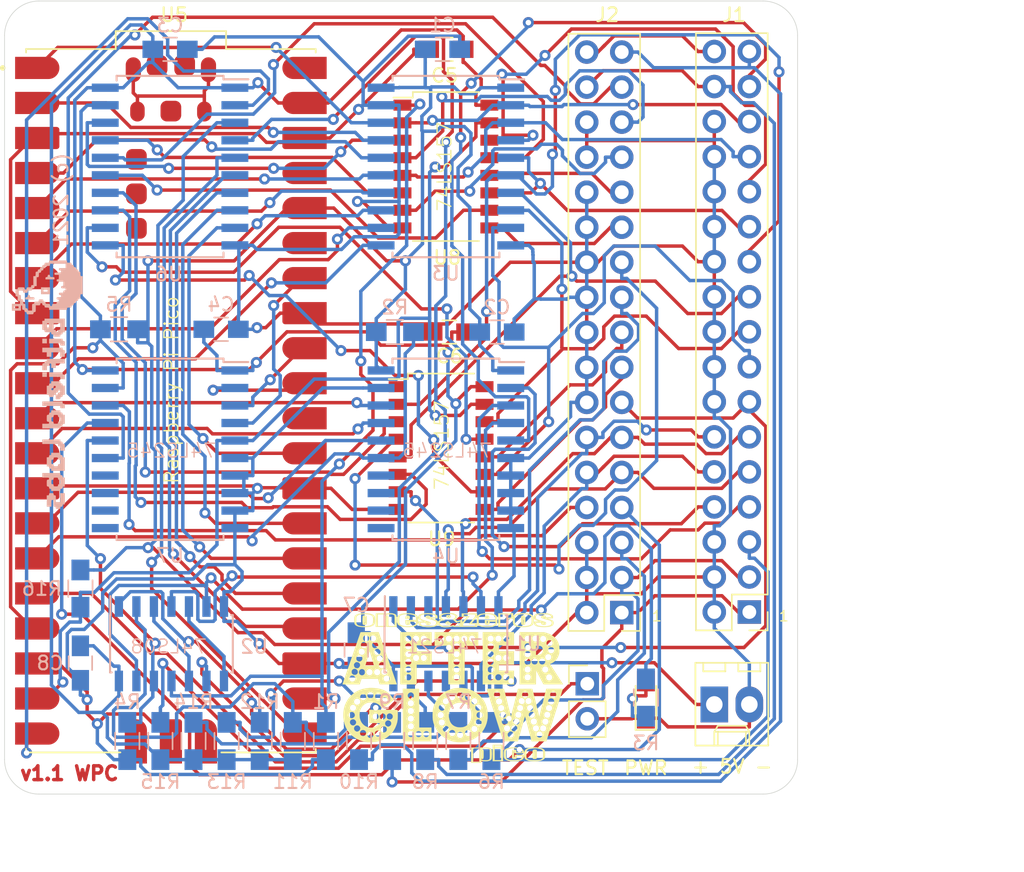
<source format=kicad_pcb>
(kicad_pcb (version 20171130) (host pcbnew 5.1.10)
  (layers (0 F.Cu signal) (31 B.Cu signal) (34 B.Paste user hide) (35 F.Paste user hide) (36 B.SilkS user) (37 F.SilkS user) (38 B.Mask user) (39 F.Mask user hide) (44 Edge.Cuts user))
  (net 0 "")
  (net 1 GND)
  (net 2 +3V3)
  (net 3 +5V)
  (net 4 /P33)
  (net 5 /DIS3)
  (net 6 /BLANK)
  (net 7 /D0)
  (net 8 /D1)
  (net 9 /D2)
  (net 10 /D3)
  (net 11 /D4)
  (net 12 /D5)
  (net 13 /D6)
  (net 14 /D7)
  (net 15 /TRIAC)
  (net 16 /SOL1)
  (net 17 /SOL3)
  (net 18 /SOL4)
  (net 19 /SOL2)
  (net 20 /LCOL)
  (net 21 /LROW)
  (net 22 /DIS1)
  (net 23 /DIS2)
  (net 24 /DIS_STROBE)
  (net 25 /D0_OUT)
  (net 26 /D1_OUT)
  (net 27 /D2_OUT)
  (net 28 /D3_OUT)
  (net 29 /D4_OUT)
  (net 30 /D5_OUT)
  (net 31 /D6_OUT)
  (net 32 /D7_OUT)
  (net 33 /LCOL_PICO)
  (net 34 /LROW_PICO)
  (net 35 /OUT_SEL)
  (net 36 "Net-(U1-Pad8)")
  (net 37 "Net-(U1-Pad6)")
  (net 38 /COMB_EV)
  (net 39 /PICO_OUT_EN)
  (net 40 "Net-(U3-Pad18)")
  (net 41 "Net-(U3-Pad17)")
  (net 42 "Net-(U3-Pad16)")
  (net 43 "Net-(U3-Pad15)")
  (net 44 "Net-(U3-Pad14)")
  (net 45 "Net-(U3-Pad13)")
  (net 46 "Net-(U3-Pad12)")
  (net 47 "Net-(U3-Pad11)")
  (net 48 "Net-(U4-Pad18)")
  (net 49 "Net-(U4-Pad17)")
  (net 50 "Net-(U4-Pad16)")
  (net 51 "Net-(U4-Pad14)")
  (net 52 "Net-(U4-Pad13)")
  (net 53 "Net-(U4-Pad12)")
  (net 54 "Net-(U4-Pad11)")
  (net 55 "Net-(U5-PadA)")
  (net 56 "Net-(U5-PadTP6)")
  (net 57 "Net-(U5-PadTP5)")
  (net 58 "Net-(U5-PadTP4)")
  (net 59 "Net-(U5-PadTP1)")
  (net 60 "Net-(U5-PadTP2)")
  (net 61 "Net-(U5-PadTP3)")
  (net 62 "Net-(U5-PadD3)")
  (net 63 "Net-(U5-Pad21)")
  (net 64 "Net-(U5-Pad22)")
  (net 65 "Net-(U5-Pad24)")
  (net 66 "Net-(U5-Pad25)")
  (net 67 "Net-(U5-Pad26)")
  (net 68 "Net-(U5-Pad27)")
  (net 69 "Net-(U5-Pad29)")
  (net 70 "Net-(U5-Pad30)")
  (net 71 "Net-(U5-Pad31)")
  (net 72 "Net-(U5-Pad32)")
  (net 73 "Net-(U5-Pad35)")
  (net 74 "Net-(U5-Pad37)")
  (net 75 "Net-(U5-Pad20)")
  (net 76 "Net-(U5-PadD1)")
  (net 77 "Net-(U5-Pad40)")
  (net 78 /D0_PICO)
  (net 79 /D1_PICO)
  (net 80 /D2_PICO)
  (net 81 /D3_PICO)
  (net 82 /D4_PICO)
  (net 83 /D5_PICO)
  (net 84 /D6_PICO)
  (net 85 /D7_PICO)
  (net 86 "Net-(U7-Pad14)")
  (net 87 "Net-(U7-Pad13)")
  (net 88 "Net-(U7-Pad12)")
  (net 89 "Net-(U7-Pad11)")
  (net 90 "Net-(U5-Pad34)")
  (net 91 /ZERO_CROSS)
  (net 92 /PICO_BLANK)
  (net 93 "Net-(PWR_LED1-Pad2)")
  (net 94 "Net-(R5-Pad1)")
  (net 95 "Net-(R15-Pad2)")
  (net 96 "Net-(R14-Pad2)")
  (net 97 "Net-(R13-Pad2)")
  (net 98 "Net-(R12-Pad2)")
  (net 99 "Net-(R10-Pad1)")
  (net 100 "Net-(TEST_MODE1-Pad1)")
  (net 101 "Net-(U2-Pad10)")
  (net 102 "Net-(U2-Pad5)")
  (net 103 "Net-(R2-Pad2)")
  (net 104 "Net-(R16-Pad2)")
  (module afterglow_pico:ag_pico_logo_2 (layer F.Cu) (at 200 114.8)
    (fp_text reference G*** hide)
    (fp_text value LOGO hide)
  )
  (module afterglow_pico:bl_logo (layer B.Cu) (at 170.6 92.8 270)
    (fp_text reference G*** hide)
    (fp_text value LOGO hide)
  )
  (module Resistors_SMD:R_0805_HandSoldering (layer B.Cu) (at 173 107.6 270)
    (fp_text reference R16 (at 0 2.8 180) (layer B.SilkS) (effects (justify mirror)))
    (fp_text value 4.7k)
    (pad 2 smd rect (at 1.35 0 270) (size 1.5 1.3) (layers B.Cu B.Paste B.Mask) (net 104 "Net-(R16-Pad2)"))
    (pad 1 smd rect (at -1.35 0 270) (size 1.5 1.3) (layers B.Cu B.Paste B.Mask) (net 2 +3V3))
  )
  (module Resistors_SMD:R_0805_HandSoldering (layer B.Cu) (at 195.8 89)
    (fp_text reference R2 (at 0 -1.8 180) (layer B.SilkS) (effects (justify mirror)))
    (fp_text value 4.7k)
    (pad 2 smd rect (at 1.35 0) (size 1.5 1.3) (layers B.Cu B.Paste B.Mask) (net 103 "Net-(R2-Pad2)"))
    (pad 1 smd rect (at -1.35 0) (size 1.5 1.3) (layers B.Cu B.Paste B.Mask) (net 2 +3V3))
  )
  (module Housings_SOIC:SOIC-14_3.9x8.7mm_Pitch1.27mm (layer B.Cu) (at 179.6 111.6 270)
    (fp_text reference U2 (at 0.2 -6 180) (layer B.SilkS) (effects (justify mirror)))
    (fp_text value 7408)
    (pad 14 smd rect (at 2.7 3.81 270) (size 1.5 0.6) (layers B.Cu B.Paste B.Mask) (net 3 +5V))
    (pad 13 smd rect (at 2.7 2.54 270) (size 1.5 0.6) (layers B.Cu B.Paste B.Mask) (net 38 /COMB_EV))
    (pad 12 smd rect (at 2.7 1.27 270) (size 1.5 0.6) (layers B.Cu B.Paste B.Mask) (net 39 /PICO_OUT_EN))
    (pad 11 smd rect (at 2.7 0 270) (size 1.5 0.6) (layers B.Cu B.Paste B.Mask) (net 35 /OUT_SEL))
    (pad 10 smd rect (at 2.7 -1.27 270) (size 1.5 0.6) (layers B.Cu B.Paste B.Mask) (net 101 "Net-(U2-Pad10)"))
    (pad 9 smd rect (at 2.7 -2.54 270) (size 1.5 0.6) (layers B.Cu B.Paste B.Mask) (net 36 "Net-(U1-Pad8)"))
    (pad 8 smd rect (at 2.7 -3.81 270) (size 1.5 0.6) (layers B.Cu B.Paste B.Mask) (net 102 "Net-(U2-Pad5)"))
    (pad 7 smd rect (at -2.7 -3.81 270) (size 1.5 0.6) (layers B.Cu B.Paste B.Mask) (net 1 GND))
    (pad 6 smd rect (at -2.7 -2.54 270) (size 1.5 0.6) (layers B.Cu B.Paste B.Mask) (net 38 /COMB_EV))
    (pad 5 smd rect (at -2.7 -1.27 270) (size 1.5 0.6) (layers B.Cu B.Paste B.Mask) (net 102 "Net-(U2-Pad5)"))
    (pad 4 smd rect (at -2.7 0 270) (size 1.5 0.6) (layers B.Cu B.Paste B.Mask) (net 37 "Net-(U1-Pad6)"))
    (pad 3 smd rect (at -2.7 1.27 270) (size 1.5 0.6) (layers B.Cu B.Paste B.Mask) (net 101 "Net-(U2-Pad10)"))
    (pad 2 smd rect (at -2.7 2.54 270) (size 1.5 0.6) (layers B.Cu B.Paste B.Mask) (net 99 "Net-(R10-Pad1)"))
    (pad 1 smd rect (at -2.7 3.81 270) (size 1.5 0.6) (layers B.Cu B.Paste B.Mask) (net 98 "Net-(R12-Pad2)"))
  )
  (module Pin_Headers:Pin_Header_Straight_1x02_Pitch2.54mm (layer F.Cu) (at 209.75 114.5)
    (fp_text reference TEST (at -0.15 6.1) (layer F.SilkS))
    (fp_text value Conn_01x02)
    (pad 2 thru_hole oval (at 0 2.54) (size 1.7 1.7) (drill 1) (layers *.Cu *.Mask) (net 1 GND))
    (pad 1 thru_hole rect (at 0 0) (size 1.7 1.7) (drill 1) (layers *.Cu *.Mask) (net 100 "Net-(TEST_MODE1-Pad1)"))
  )
  (module Resistors_SMD:R_0805_HandSoldering (layer B.Cu) (at 178.8 118.65 90)
    (fp_text reference R15 (at -2.95 0 180) (layer B.SilkS) (effects (justify mirror)))
    (fp_text value 4.7k)
    (pad 2 smd rect (at 1.35 0 90) (size 1.5 1.3) (layers B.Cu B.Paste B.Mask) (net 95 "Net-(R15-Pad2)"))
    (pad 1 smd rect (at -1.35 0 90) (size 1.5 1.3) (layers B.Cu B.Paste B.Mask) (net 3 +5V))
  )
  (module Resistors_SMD:R_0805_HandSoldering (layer B.Cu) (at 181.2 118.65 90)
    (fp_text reference R14 (at 2.85 0 180) (layer B.SilkS) (effects (justify mirror)))
    (fp_text value 4.7k)
    (pad 2 smd rect (at 1.35 0 90) (size 1.5 1.3) (layers B.Cu B.Paste B.Mask) (net 96 "Net-(R14-Pad2)"))
    (pad 1 smd rect (at -1.35 0 90) (size 1.5 1.3) (layers B.Cu B.Paste B.Mask) (net 3 +5V))
  )
  (module Resistors_SMD:R_0805_HandSoldering (layer B.Cu) (at 183.6 118.65 90)
    (fp_text reference R13 (at -2.95 0 180) (layer B.SilkS) (effects (justify mirror)))
    (fp_text value 4.7k)
    (pad 2 smd rect (at 1.35 0 90) (size 1.5 1.3) (layers B.Cu B.Paste B.Mask) (net 97 "Net-(R13-Pad2)"))
    (pad 1 smd rect (at -1.35 0 90) (size 1.5 1.3) (layers B.Cu B.Paste B.Mask) (net 3 +5V))
  )
  (module Resistors_SMD:R_0805_HandSoldering (layer B.Cu) (at 186 118.65 90)
    (fp_text reference R12 (at 2.85 0 180) (layer B.SilkS) (effects (justify mirror)))
    (fp_text value 4.7k)
    (pad 2 smd rect (at 1.35 0 90) (size 1.5 1.3) (layers B.Cu B.Paste B.Mask) (net 98 "Net-(R12-Pad2)"))
    (pad 1 smd rect (at -1.35 0 90) (size 1.5 1.3) (layers B.Cu B.Paste B.Mask) (net 3 +5V))
  )
  (module Resistors_SMD:R_0805_HandSoldering (layer B.Cu) (at 188.4 118.65 90)
    (fp_text reference R11 (at -2.95 0 180) (layer B.SilkS) (effects (justify mirror)))
    (fp_text value 4.7k)
    (pad 2 smd rect (at 1.35 0 90) (size 1.5 1.3) (layers B.Cu B.Paste B.Mask) (net 99 "Net-(R10-Pad1)"))
    (pad 1 smd rect (at -1.35 0 90) (size 1.5 1.3) (layers B.Cu B.Paste B.Mask) (net 3 +5V))
  )
  (module Resistors_SMD:R_0805_HandSoldering (layer B.Cu) (at 193.2 118.65 270)
    (fp_text reference R10 (at 2.95 0 180) (layer B.SilkS) (effects (justify mirror)))
    (fp_text value 0)
    (pad 2 smd rect (at 1.35 0 270) (size 1.5 1.3) (layers B.Cu B.Paste B.Mask) (net 4 /P33))
    (pad 1 smd rect (at -1.35 0 270) (size 1.5 1.3) (layers B.Cu B.Paste B.Mask) (net 99 "Net-(R10-Pad1)"))
  )
  (module Resistors_SMD:R_0805_HandSoldering (layer B.Cu) (at 195.6 118.65 270)
    (fp_text reference R9 (at -2.85 0 180) (layer B.SilkS) (effects (justify mirror)))
    (fp_text value 0)
    (pad 2 smd rect (at 1.35 0 270) (size 1.5 1.3) (layers B.Cu B.Paste B.Mask) (net 24 /DIS_STROBE))
    (pad 1 smd rect (at -1.35 0 270) (size 1.5 1.3) (layers B.Cu B.Paste B.Mask) (net 98 "Net-(R12-Pad2)"))
  )
  (module Resistors_SMD:R_0805_HandSoldering (layer B.Cu) (at 198 118.65 270)
    (fp_text reference R8 (at 2.95 0 180) (layer B.SilkS) (effects (justify mirror)))
    (fp_text value 0)
    (pad 2 smd rect (at 1.35 0 270) (size 1.5 1.3) (layers B.Cu B.Paste B.Mask) (net 5 /DIS3))
    (pad 1 smd rect (at -1.35 0 270) (size 1.5 1.3) (layers B.Cu B.Paste B.Mask) (net 97 "Net-(R13-Pad2)"))
  )
  (module Resistors_SMD:R_0805_HandSoldering (layer B.Cu) (at 200.4 118.65 270)
    (fp_text reference R7 (at -2.85 0 180) (layer B.SilkS) (effects (justify mirror)))
    (fp_text value 0)
    (pad 2 smd rect (at 1.35 0 270) (size 1.5 1.3) (layers B.Cu B.Paste B.Mask) (net 23 /DIS2))
    (pad 1 smd rect (at -1.35 0 270) (size 1.5 1.3) (layers B.Cu B.Paste B.Mask) (net 96 "Net-(R14-Pad2)"))
  )
  (module Resistors_SMD:R_0805_HandSoldering (layer B.Cu) (at 202.8 118.65 270)
    (fp_text reference R6 (at 2.95 0 180) (layer B.SilkS) (effects (justify mirror)))
    (fp_text value 0)
    (pad 2 smd rect (at 1.35 0 270) (size 1.5 1.3) (layers B.Cu B.Paste B.Mask) (net 22 /DIS1))
    (pad 1 smd rect (at -1.35 0 270) (size 1.5 1.3) (layers B.Cu B.Paste B.Mask) (net 95 "Net-(R15-Pad2)"))
  )
  (module Resistors_SMD:R_0805_HandSoldering (layer B.Cu) (at 175.8 88.8)
    (fp_text reference R5 (at 0 -1.8) (layer B.SilkS) (effects (justify mirror)))
    (fp_text value 4.7k)
    (pad 2 smd rect (at 1.35 0) (size 1.5 1.3) (layers B.Cu B.Paste B.Mask) (net 2 +3V3))
    (pad 1 smd rect (at -1.35 0) (size 1.5 1.3) (layers B.Cu B.Paste B.Mask) (net 94 "Net-(R5-Pad1)"))
  )
  (module Resistors_SMD:R_0805_HandSoldering (layer B.Cu) (at 176.4 118.65 90)
    (fp_text reference R4 (at 2.85 0 180) (layer B.SilkS) (effects (justify mirror)))
    (fp_text value 10k)
    (pad 2 smd rect (at 1.35 0 90) (size 1.5 1.3) (layers B.Cu B.Paste B.Mask) (net 39 /PICO_OUT_EN))
    (pad 1 smd rect (at -1.35 0 90) (size 1.5 1.3) (layers B.Cu B.Paste B.Mask) (net 1 GND))
  )
  (module Resistors_SMD:R_0805_HandSoldering (layer B.Cu) (at 214 115.5 270)
    (fp_text reference R3 (at 3.3 0 180) (layer B.SilkS) (effects (justify mirror)))
    (fp_text value 180)
    (pad 2 smd rect (at 1.35 0 270) (size 1.5 1.3) (layers B.Cu B.Paste B.Mask) (net 93 "Net-(PWR_LED1-Pad2)"))
    (pad 1 smd rect (at -1.35 0 270) (size 1.5 1.3) (layers B.Cu B.Paste B.Mask) (net 2 +3V3))
  )
  (module LEDs:LED_0805_HandSoldering (layer F.Cu) (at 214 115.65 90)
    (fp_text reference PWR (at -4.95 0 180) (layer F.SilkS))
    (fp_text value LED)
    (pad 2 smd rect (at 1.35 0 90) (size 1.5 1.3) (layers F.Cu F.Paste F.Mask) (net 93 "Net-(PWR_LED1-Pad2)"))
    (pad 1 smd rect (at -1.35 0 90) (size 1.5 1.3) (layers F.Cu F.Paste F.Mask) (net 1 GND))
  )
  (module Capacitors_SMD:C_0805_HandSoldering (layer B.Cu) (at 173 113 270)
    (fp_text reference C8 (at 0 2.2 180) (layer B.SilkS) (effects (justify mirror)))
    (fp_text value 100nF)
    (pad 2 smd rect (at 1.25 0 270) (size 1.5 1.25) (layers B.Cu B.Paste B.Mask) (net 1 GND))
    (pad 1 smd rect (at -1.25 0 270) (size 1.5 1.25) (layers B.Cu B.Paste B.Mask) (net 3 +5V))
  )
  (module Capacitors_SMD:C_0805_HandSoldering (layer B.Cu) (at 193 112.05 270)
    (fp_text reference C7 (at -3.25 0 180) (layer B.SilkS) (effects (justify mirror)))
    (fp_text value 100nF)
    (pad 2 smd rect (at 1.25 0 270) (size 1.5 1.25) (layers B.Cu B.Paste B.Mask) (net 1 GND))
    (pad 1 smd rect (at -1.25 0 270) (size 1.5 1.25) (layers B.Cu B.Paste B.Mask) (net 3 +5V))
  )
  (module Housings_SSOP:SOP-16_4.4x10.4mm_Pitch1.27mm (layer F.Cu) (at 199.15 97.41)
    (fp_text reference U9 (at 0.05 6.59) (layer F.SilkS))
    (fp_text value 74LS157)
    (pad 16 smd rect (at 3.15 -4.45) (size 1.3 0.8) (layers F.Cu F.Paste F.Mask) (net 3 +5V))
    (pad 15 smd rect (at 3.15 -3.17) (size 1.3 0.8) (layers F.Cu F.Paste F.Mask) (net 104 "Net-(R16-Pad2)"))
    (pad 14 smd rect (at 3.15 -1.91) (size 1.3 0.8) (layers F.Cu F.Paste F.Mask) (net 13 /D6))
    (pad 13 smd rect (at 3.15 -0.64) (size 1.3 0.8) (layers F.Cu F.Paste F.Mask) (net 84 /D6_PICO))
    (pad 12 smd rect (at 3.15 0.64) (size 1.3 0.8) (layers F.Cu F.Paste F.Mask) (net 31 /D6_OUT))
    (pad 11 smd rect (at 3.15 1.91) (size 1.3 0.8) (layers F.Cu F.Paste F.Mask) (net 14 /D7))
    (pad 10 smd rect (at 3.15 3.17) (size 1.3 0.8) (layers F.Cu F.Paste F.Mask) (net 85 /D7_PICO))
    (pad 9 smd rect (at 3.15 4.45) (size 1.3 0.8) (layers F.Cu F.Paste F.Mask) (net 32 /D7_OUT))
    (pad 8 smd rect (at -3.15 4.45) (size 1.3 0.8) (layers F.Cu F.Paste F.Mask) (net 1 GND))
    (pad 7 smd rect (at -3.15 3.17) (size 1.3 0.8) (layers F.Cu F.Paste F.Mask) (net 30 /D5_OUT))
    (pad 6 smd rect (at -3.15 1.91) (size 1.3 0.8) (layers F.Cu F.Paste F.Mask) (net 83 /D5_PICO))
    (pad 5 smd rect (at -3.15 0.64) (size 1.3 0.8) (layers F.Cu F.Paste F.Mask) (net 12 /D5))
    (pad 4 smd rect (at -3.15 -0.64) (size 1.3 0.8) (layers F.Cu F.Paste F.Mask) (net 29 /D4_OUT))
    (pad 3 smd rect (at -3.15 -1.91) (size 1.3 0.8) (layers F.Cu F.Paste F.Mask) (net 82 /D4_PICO))
    (pad 2 smd rect (at -3.15 -3.17) (size 1.3 0.8) (layers F.Cu F.Paste F.Mask) (net 11 /D4))
    (pad 1 smd rect (at -3.15 -4.45) (size 1.3 0.8) (layers F.Cu F.Paste F.Mask) (net 35 /OUT_SEL))
  )
  (module Housings_SSOP:SOP-16_4.4x10.4mm_Pitch1.27mm (layer F.Cu) (at 199.5 77)
    (fp_text reference U8 (at 0.1 6.6 -180) (layer F.SilkS))
    (fp_text value 74LS157)
    (pad 16 smd rect (at 3.15 -4.45) (size 1.3 0.8) (layers F.Cu F.Paste F.Mask) (net 3 +5V))
    (pad 15 smd rect (at 3.15 -3.17) (size 1.3 0.8) (layers F.Cu F.Paste F.Mask) (net 104 "Net-(R16-Pad2)"))
    (pad 14 smd rect (at 3.15 -1.91) (size 1.3 0.8) (layers F.Cu F.Paste F.Mask) (net 9 /D2))
    (pad 13 smd rect (at 3.15 -0.64) (size 1.3 0.8) (layers F.Cu F.Paste F.Mask) (net 80 /D2_PICO))
    (pad 12 smd rect (at 3.15 0.64) (size 1.3 0.8) (layers F.Cu F.Paste F.Mask) (net 27 /D2_OUT))
    (pad 11 smd rect (at 3.15 1.91) (size 1.3 0.8) (layers F.Cu F.Paste F.Mask) (net 10 /D3))
    (pad 10 smd rect (at 3.15 3.17) (size 1.3 0.8) (layers F.Cu F.Paste F.Mask) (net 81 /D3_PICO))
    (pad 9 smd rect (at 3.15 4.45) (size 1.3 0.8) (layers F.Cu F.Paste F.Mask) (net 28 /D3_OUT))
    (pad 8 smd rect (at -3.15 4.45) (size 1.3 0.8) (layers F.Cu F.Paste F.Mask) (net 1 GND))
    (pad 7 smd rect (at -3.15 3.17) (size 1.3 0.8) (layers F.Cu F.Paste F.Mask) (net 26 /D1_OUT))
    (pad 6 smd rect (at -3.15 1.91) (size 1.3 0.8) (layers F.Cu F.Paste F.Mask) (net 79 /D1_PICO))
    (pad 5 smd rect (at -3.15 0.64) (size 1.3 0.8) (layers F.Cu F.Paste F.Mask) (net 8 /D1))
    (pad 4 smd rect (at -3.15 -0.64) (size 1.3 0.8) (layers F.Cu F.Paste F.Mask) (net 25 /D0_OUT))
    (pad 3 smd rect (at -3.15 -1.91) (size 1.3 0.8) (layers F.Cu F.Paste F.Mask) (net 78 /D0_PICO))
    (pad 2 smd rect (at -3.15 -3.17) (size 1.3 0.8) (layers F.Cu F.Paste F.Mask) (net 7 /D0))
    (pad 1 smd rect (at -3.15 -4.45) (size 1.3 0.8) (layers F.Cu F.Paste F.Mask) (net 35 /OUT_SEL))
  )
  (module Housings_SOIC:SOIC-20W_7.5x12.8mm_Pitch1.27mm (layer B.Cu) (at 179.5 97.5 180)
    (fp_text reference U7 (at 0 -7.7) (layer B.SilkS) (effects (justify mirror)))
    (fp_text value 74LS245)
    (pad 1 smd rect (at -4.7 5.715 180) (size 1.95 0.6) (layers B.Cu B.Paste B.Mask) (net 3 +5V))
    (pad 2 smd rect (at -4.7 4.445 180) (size 1.95 0.6) (layers B.Cu B.Paste B.Mask) (net 71 "Net-(U5-Pad31)"))
    (pad 3 smd rect (at -4.7 3.175 180) (size 1.95 0.6) (layers B.Cu B.Paste B.Mask) (net 72 "Net-(U5-Pad32)"))
    (pad 4 smd rect (at -4.7 1.905 180) (size 1.95 0.6) (layers B.Cu B.Paste B.Mask) (net 90 "Net-(U5-Pad34)"))
    (pad 5 smd rect (at -4.7 0.635 180) (size 1.95 0.6) (layers B.Cu B.Paste B.Mask) (net 104 "Net-(R16-Pad2)"))
    (pad 6 smd rect (at -4.7 -0.635 180) (size 1.95 0.6) (layers B.Cu B.Paste B.Mask) (net 1 GND))
    (pad 7 smd rect (at -4.7 -1.905 180) (size 1.95 0.6) (layers B.Cu B.Paste B.Mask) (net 1 GND))
    (pad 8 smd rect (at -4.7 -3.175 180) (size 1.95 0.6) (layers B.Cu B.Paste B.Mask) (net 1 GND))
    (pad 9 smd rect (at -4.7 -4.445 180) (size 1.95 0.6) (layers B.Cu B.Paste B.Mask) (net 1 GND))
    (pad 10 smd rect (at -4.7 -5.715 180) (size 1.95 0.6) (layers B.Cu B.Paste B.Mask) (net 1 GND))
    (pad 11 smd rect (at 4.7 -5.715 180) (size 1.95 0.6) (layers B.Cu B.Paste B.Mask) (net 89 "Net-(U7-Pad11)"))
    (pad 12 smd rect (at 4.7 -4.445 180) (size 1.95 0.6) (layers B.Cu B.Paste B.Mask) (net 88 "Net-(U7-Pad12)"))
    (pad 13 smd rect (at 4.7 -3.175 180) (size 1.95 0.6) (layers B.Cu B.Paste B.Mask) (net 87 "Net-(U7-Pad13)"))
    (pad 14 smd rect (at 4.7 -1.905 180) (size 1.95 0.6) (layers B.Cu B.Paste B.Mask) (net 86 "Net-(U7-Pad14)"))
    (pad 15 smd rect (at 4.7 -0.635 180) (size 1.95 0.6) (layers B.Cu B.Paste B.Mask) (net 92 /PICO_BLANK))
    (pad 16 smd rect (at 4.7 0.635 180) (size 1.95 0.6) (layers B.Cu B.Paste B.Mask) (net 39 /PICO_OUT_EN))
    (pad 17 smd rect (at 4.7 1.905 180) (size 1.95 0.6) (layers B.Cu B.Paste B.Mask) (net 34 /LROW_PICO))
    (pad 18 smd rect (at 4.7 3.175 180) (size 1.95 0.6) (layers B.Cu B.Paste B.Mask) (net 33 /LCOL_PICO))
    (pad 19 smd rect (at 4.7 4.445 180) (size 1.95 0.6) (layers B.Cu B.Paste B.Mask) (net 94 "Net-(R5-Pad1)"))
    (pad 20 smd rect (at 4.7 5.715 180) (size 1.95 0.6) (layers B.Cu B.Paste B.Mask) (net 3 +5V))
  )
  (module Housings_SOIC:SOIC-20W_7.5x12.8mm_Pitch1.27mm (layer B.Cu) (at 179.5 77 180)
    (fp_text reference U6 (at 0.1 -7.8) (layer B.SilkS) (effects (justify mirror)))
    (fp_text value 74LS245)
    (pad 1 smd rect (at -4.7 5.715 180) (size 1.95 0.6) (layers B.Cu B.Paste B.Mask) (net 3 +5V))
    (pad 2 smd rect (at -4.7 4.445 180) (size 1.95 0.6) (layers B.Cu B.Paste B.Mask) (net 75 "Net-(U5-Pad20)"))
    (pad 3 smd rect (at -4.7 3.175 180) (size 1.95 0.6) (layers B.Cu B.Paste B.Mask) (net 63 "Net-(U5-Pad21)"))
    (pad 4 smd rect (at -4.7 1.905 180) (size 1.95 0.6) (layers B.Cu B.Paste B.Mask) (net 64 "Net-(U5-Pad22)"))
    (pad 5 smd rect (at -4.7 0.635 180) (size 1.95 0.6) (layers B.Cu B.Paste B.Mask) (net 65 "Net-(U5-Pad24)"))
    (pad 6 smd rect (at -4.7 -0.635 180) (size 1.95 0.6) (layers B.Cu B.Paste B.Mask) (net 66 "Net-(U5-Pad25)"))
    (pad 7 smd rect (at -4.7 -1.905 180) (size 1.95 0.6) (layers B.Cu B.Paste B.Mask) (net 67 "Net-(U5-Pad26)"))
    (pad 8 smd rect (at -4.7 -3.175 180) (size 1.95 0.6) (layers B.Cu B.Paste B.Mask) (net 68 "Net-(U5-Pad27)"))
    (pad 9 smd rect (at -4.7 -4.445 180) (size 1.95 0.6) (layers B.Cu B.Paste B.Mask) (net 69 "Net-(U5-Pad29)"))
    (pad 10 smd rect (at -4.7 -5.715 180) (size 1.95 0.6) (layers B.Cu B.Paste B.Mask) (net 1 GND))
    (pad 11 smd rect (at 4.7 -5.715 180) (size 1.95 0.6) (layers B.Cu B.Paste B.Mask) (net 85 /D7_PICO))
    (pad 12 smd rect (at 4.7 -4.445 180) (size 1.95 0.6) (layers B.Cu B.Paste B.Mask) (net 84 /D6_PICO))
    (pad 13 smd rect (at 4.7 -3.175 180) (size 1.95 0.6) (layers B.Cu B.Paste B.Mask) (net 83 /D5_PICO))
    (pad 14 smd rect (at 4.7 -1.905 180) (size 1.95 0.6) (layers B.Cu B.Paste B.Mask) (net 82 /D4_PICO))
    (pad 15 smd rect (at 4.7 -0.635 180) (size 1.95 0.6) (layers B.Cu B.Paste B.Mask) (net 81 /D3_PICO))
    (pad 16 smd rect (at 4.7 0.635 180) (size 1.95 0.6) (layers B.Cu B.Paste B.Mask) (net 80 /D2_PICO))
    (pad 17 smd rect (at 4.7 1.905 180) (size 1.95 0.6) (layers B.Cu B.Paste B.Mask) (net 79 /D1_PICO))
    (pad 18 smd rect (at 4.7 3.175 180) (size 1.95 0.6) (layers B.Cu B.Paste B.Mask) (net 78 /D0_PICO))
    (pad 19 smd rect (at 4.7 4.445 180) (size 1.95 0.6) (layers B.Cu B.Paste B.Mask) (net 94 "Net-(R5-Pad1)"))
    (pad 20 smd rect (at 4.7 5.715 180) (size 1.95 0.6) (layers B.Cu B.Paste B.Mask) (net 3 +5V))
  )
  (module "SnapEDA Library:MODULE_SC0915" (layer F.Cu) (at 179.56 93.98)
    (fp_text reference U5 (at 0.24 -27.98) (layer F.SilkS))
    (fp_text value SC0915)
    (pad D smd oval (at 2.425 -20.97) (size 1.05 1.45) (layers F.Cu F.Paste F.Mask) (net 55 "Net-(U5-PadA)"))
    (pad C smd oval (at -2.425 -20.97) (size 1.05 1.45) (layers F.Cu F.Paste F.Mask) (net 55 "Net-(U5-PadA)"))
    (pad B smd oval (at 2.725 -24) (size 1.1 1.8) (layers F.Cu F.Paste F.Mask) (net 55 "Net-(U5-PadA)"))
    (pad A smd oval (at -2.725 -24) (size 1.1 1.8) (layers F.Cu F.Paste F.Mask) (net 55 "Net-(U5-PadA)"))
    (pad TP6 smd roundrect (at -2.5 -12.5) (size 1.5 1.5) (layers F.Cu F.Paste F.Mask) (roundrect_rratio 0.3) (net 56 "Net-(U5-PadTP6)"))
    (pad TP5 smd roundrect (at -2.5 -15) (size 1.5 1.5) (layers F.Cu F.Paste F.Mask) (roundrect_rratio 0.3) (net 57 "Net-(U5-PadTP5)"))
    (pad TP4 smd roundrect (at -2.5 -17.5) (size 1.5 1.5) (layers F.Cu F.Paste F.Mask) (roundrect_rratio 0.3) (net 58 "Net-(U5-PadTP4)"))
    (pad TP1 smd roundrect (at 0 -21) (size 1.5 1.5) (layers F.Cu F.Paste F.Mask) (roundrect_rratio 0.3) (net 59 "Net-(U5-PadTP1)"))
    (pad TP2 smd roundrect (at 1 -24.3) (size 1.5 1.5) (layers F.Cu F.Paste F.Mask) (roundrect_rratio 0.3) (net 60 "Net-(U5-PadTP2)"))
    (pad TP3 smd roundrect (at -1 -24.3) (size 1.5 1.5) (layers F.Cu F.Paste F.Mask) (roundrect_rratio 0.3) (net 61 "Net-(U5-PadTP3)"))
    (pad D3 smd custom (at 2.54 24.7) (size 1 1) (layers F.Cu) (net 62 "Net-(U5-PadD3)") (options (clearance outline) (anchor rect)) (primitives (gr_poly (pts (xy -0.8 1.6) (xy -0.8 -0.8) (xy -0.799 -0.842) (xy -0.796 -0.884) (xy -0.79 -0.925) (xy -0.783 -0.966) (xy -0.773 -1.007) (xy -0.761 -1.047) (xy -0.747 -1.087) (xy -0.731 -1.125) (xy -0.713 -1.163) (xy -0.693 -1.2) (xy -0.671 -1.236) (xy -0.647 -1.27) (xy -0.622 -1.303) (xy -0.595 -1.335) (xy -0.566 -1.366) (xy -0.535 -1.395) (xy -0.503 -1.422) (xy -0.47 -1.447) (xy -0.436 -1.471) (xy -0.4 -1.493) (xy -0.363 -1.513) (xy -0.325 -1.531) (xy -0.287 -1.547) (xy -0.247 -1.561) (xy -0.207 -1.573) (xy -0.166 -1.583) (xy -0.125 -1.59) (xy -0.084 -1.596) (xy -0.042 -1.599) (xy 0 -1.6) (xy 0.042 -1.599) (xy 0.084 -1.596) (xy 0.125 -1.59) (xy 0.166 -1.583) (xy 0.207 -1.573) (xy 0.247 -1.561) (xy 0.287 -1.547) (xy 0.325 -1.531) (xy 0.363 -1.513) (xy 0.4 -1.493) (xy 0.436 -1.471) (xy 0.47 -1.447) (xy 0.503 -1.422) (xy 0.535 -1.395) (xy 0.566 -1.366) (xy 0.595 -1.335) (xy 0.622 -1.303) (xy 0.647 -1.27) (xy 0.671 -1.236) (xy 0.693 -1.2) (xy 0.713 -1.163) (xy 0.731 -1.125) (xy 0.747 -1.087) (xy 0.761 -1.047) (xy 0.773 -1.007) (xy 0.783 -0.966) (xy 0.79 -0.925) (xy 0.796 -0.884) (xy 0.799 -0.842) (xy 0.8 -0.8) (xy 0.8 1.6) (xy -0.8 1.6)) (width 0.01))))
    (pad 23 smd custom (at 9.69 19.05) (size 1 1) (layers F.Cu) (net 1 GND) (options (clearance outline) (anchor rect)) (primitives (gr_poly (pts (xy 1.6 0.8) (xy 1.6 -0.8) (xy -1.4 -0.8) (xy -1.41 -0.8) (xy -1.421 -0.799) (xy -1.431 -0.798) (xy -1.442 -0.796) (xy -1.452 -0.793) (xy -1.462 -0.79) (xy -1.472 -0.787) (xy -1.481 -0.783) (xy -1.491 -0.778) (xy -1.5 -0.773) (xy -1.509 -0.768) (xy -1.518 -0.762) (xy -1.526 -0.755) (xy -1.534 -0.749) (xy -1.541 -0.741) (xy -1.549 -0.734) (xy -1.555 -0.726) (xy -1.562 -0.718) (xy -1.568 -0.709) (xy -1.573 -0.7) (xy -1.578 -0.691) (xy -1.583 -0.681) (xy -1.587 -0.672) (xy -1.59 -0.662) (xy -1.593 -0.652) (xy -1.596 -0.642) (xy -1.598 -0.631) (xy -1.599 -0.621) (xy -1.6 -0.61) (xy -1.6 -0.6) (xy -1.6 0.6) (xy -1.6 0.61) (xy -1.599 0.621) (xy -1.598 0.631) (xy -1.596 0.642) (xy -1.593 0.652) (xy -1.59 0.662) (xy -1.587 0.672) (xy -1.583 0.681) (xy -1.578 0.691) (xy -1.573 0.7) (xy -1.568 0.709) (xy -1.562 0.718) (xy -1.555 0.726) (xy -1.549 0.734) (xy -1.541 0.741) (xy -1.534 0.749) (xy -1.526 0.755) (xy -1.518 0.762) (xy -1.509 0.768) (xy -1.5 0.773) (xy -1.491 0.778) (xy -1.481 0.783) (xy -1.472 0.787) (xy -1.462 0.79) (xy -1.452 0.793) (xy -1.442 0.796) (xy -1.431 0.798) (xy -1.421 0.799) (xy -1.41 0.8) (xy -1.4 0.8) (xy 1.6 0.8)) (width 0.01))))
    (pad 28 smd custom (at 9.69 6.35) (size 1 1) (layers F.Cu) (net 1 GND) (options (clearance outline) (anchor rect)) (primitives (gr_poly (pts (xy 1.6 0.8) (xy 1.6 -0.8) (xy -1.4 -0.8) (xy -1.41 -0.8) (xy -1.421 -0.799) (xy -1.431 -0.798) (xy -1.442 -0.796) (xy -1.452 -0.793) (xy -1.462 -0.79) (xy -1.472 -0.787) (xy -1.481 -0.783) (xy -1.491 -0.778) (xy -1.5 -0.773) (xy -1.509 -0.768) (xy -1.518 -0.762) (xy -1.526 -0.755) (xy -1.534 -0.749) (xy -1.541 -0.741) (xy -1.549 -0.734) (xy -1.555 -0.726) (xy -1.562 -0.718) (xy -1.568 -0.709) (xy -1.573 -0.7) (xy -1.578 -0.691) (xy -1.583 -0.681) (xy -1.587 -0.672) (xy -1.59 -0.662) (xy -1.593 -0.652) (xy -1.596 -0.642) (xy -1.598 -0.631) (xy -1.599 -0.621) (xy -1.6 -0.61) (xy -1.6 -0.6) (xy -1.6 0.6) (xy -1.6 0.61) (xy -1.599 0.621) (xy -1.598 0.631) (xy -1.596 0.642) (xy -1.593 0.652) (xy -1.59 0.662) (xy -1.587 0.672) (xy -1.583 0.681) (xy -1.578 0.691) (xy -1.573 0.7) (xy -1.568 0.709) (xy -1.562 0.718) (xy -1.555 0.726) (xy -1.549 0.734) (xy -1.541 0.741) (xy -1.534 0.749) (xy -1.526 0.755) (xy -1.518 0.762) (xy -1.509 0.768) (xy -1.5 0.773) (xy -1.491 0.778) (xy -1.481 0.783) (xy -1.472 0.787) (xy -1.462 0.79) (xy -1.452 0.793) (xy -1.442 0.796) (xy -1.431 0.798) (xy -1.421 0.799) (xy -1.41 0.8) (xy -1.4 0.8) (xy 1.6 0.8)) (width 0.01))))
    (pad 33 smd custom (at 9.69 -6.35) (size 1 1) (layers F.Cu) (net 1 GND) (options (clearance outline) (anchor rect)) (primitives (gr_poly (pts (xy 1.6 0.8) (xy 1.6 -0.8) (xy -1.4 -0.8) (xy -1.41 -0.8) (xy -1.421 -0.799) (xy -1.431 -0.798) (xy -1.442 -0.796) (xy -1.452 -0.793) (xy -1.462 -0.79) (xy -1.472 -0.787) (xy -1.481 -0.783) (xy -1.491 -0.778) (xy -1.5 -0.773) (xy -1.509 -0.768) (xy -1.518 -0.762) (xy -1.526 -0.755) (xy -1.534 -0.749) (xy -1.541 -0.741) (xy -1.549 -0.734) (xy -1.555 -0.726) (xy -1.562 -0.718) (xy -1.568 -0.709) (xy -1.573 -0.7) (xy -1.578 -0.691) (xy -1.583 -0.681) (xy -1.587 -0.672) (xy -1.59 -0.662) (xy -1.593 -0.652) (xy -1.596 -0.642) (xy -1.598 -0.631) (xy -1.599 -0.621) (xy -1.6 -0.61) (xy -1.6 -0.6) (xy -1.6 0.6) (xy -1.6 0.61) (xy -1.599 0.621) (xy -1.598 0.631) (xy -1.596 0.642) (xy -1.593 0.652) (xy -1.59 0.662) (xy -1.587 0.672) (xy -1.583 0.681) (xy -1.578 0.691) (xy -1.573 0.7) (xy -1.568 0.709) (xy -1.562 0.718) (xy -1.555 0.726) (xy -1.549 0.734) (xy -1.541 0.741) (xy -1.534 0.749) (xy -1.526 0.755) (xy -1.518 0.762) (xy -1.509 0.768) (xy -1.5 0.773) (xy -1.491 0.778) (xy -1.481 0.783) (xy -1.472 0.787) (xy -1.462 0.79) (xy -1.452 0.793) (xy -1.442 0.796) (xy -1.431 0.798) (xy -1.421 0.799) (xy -1.41 0.8) (xy -1.4 0.8) (xy 1.6 0.8)) (width 0.01))))
    (pad 21 smd custom (at 9.69 24.13) (size 1 1) (layers F.Cu) (net 63 "Net-(U5-Pad21)") (options (clearance outline) (anchor rect)) (primitives (gr_poly (pts (xy 1.6 0.8) (xy 1.6 -0.8) (xy -0.8 -0.8) (xy -0.842 -0.799) (xy -0.884 -0.796) (xy -0.925 -0.79) (xy -0.966 -0.783) (xy -1.007 -0.773) (xy -1.047 -0.761) (xy -1.087 -0.747) (xy -1.125 -0.731) (xy -1.163 -0.713) (xy -1.2 -0.693) (xy -1.236 -0.671) (xy -1.27 -0.647) (xy -1.303 -0.622) (xy -1.335 -0.595) (xy -1.366 -0.566) (xy -1.395 -0.535) (xy -1.422 -0.503) (xy -1.447 -0.47) (xy -1.471 -0.436) (xy -1.493 -0.4) (xy -1.513 -0.363) (xy -1.531 -0.325) (xy -1.547 -0.287) (xy -1.561 -0.247) (xy -1.573 -0.207) (xy -1.583 -0.166) (xy -1.59 -0.125) (xy -1.596 -0.084) (xy -1.599 -0.042) (xy -1.6 0) (xy -1.599 0.042) (xy -1.596 0.084) (xy -1.59 0.125) (xy -1.583 0.166) (xy -1.573 0.207) (xy -1.561 0.247) (xy -1.547 0.287) (xy -1.531 0.325) (xy -1.513 0.363) (xy -1.493 0.4) (xy -1.471 0.436) (xy -1.447 0.47) (xy -1.422 0.503) (xy -1.395 0.535) (xy -1.366 0.566) (xy -1.335 0.595) (xy -1.303 0.622) (xy -1.27 0.647) (xy -1.236 0.671) (xy -1.2 0.693) (xy -1.163 0.713) (xy -1.125 0.731) (xy -1.087 0.747) (xy -1.047 0.761) (xy -1.007 0.773) (xy -0.966 0.783) (xy -0.925 0.79) (xy -0.884 0.796) (xy -0.842 0.799) (xy -0.8 0.8) (xy 1.6 0.8)) (width 0.01))))
    (pad 22 smd custom (at 9.69 21.59) (size 1 1) (layers F.Cu) (net 64 "Net-(U5-Pad22)") (options (clearance outline) (anchor rect)) (primitives (gr_poly (pts (xy 1.6 0.8) (xy 1.6 -0.8) (xy -0.8 -0.8) (xy -0.842 -0.799) (xy -0.884 -0.796) (xy -0.925 -0.79) (xy -0.966 -0.783) (xy -1.007 -0.773) (xy -1.047 -0.761) (xy -1.087 -0.747) (xy -1.125 -0.731) (xy -1.163 -0.713) (xy -1.2 -0.693) (xy -1.236 -0.671) (xy -1.27 -0.647) (xy -1.303 -0.622) (xy -1.335 -0.595) (xy -1.366 -0.566) (xy -1.395 -0.535) (xy -1.422 -0.503) (xy -1.447 -0.47) (xy -1.471 -0.436) (xy -1.493 -0.4) (xy -1.513 -0.363) (xy -1.531 -0.325) (xy -1.547 -0.287) (xy -1.561 -0.247) (xy -1.573 -0.207) (xy -1.583 -0.166) (xy -1.59 -0.125) (xy -1.596 -0.084) (xy -1.599 -0.042) (xy -1.6 0) (xy -1.599 0.042) (xy -1.596 0.084) (xy -1.59 0.125) (xy -1.583 0.166) (xy -1.573 0.207) (xy -1.561 0.247) (xy -1.547 0.287) (xy -1.531 0.325) (xy -1.513 0.363) (xy -1.493 0.4) (xy -1.471 0.436) (xy -1.447 0.47) (xy -1.422 0.503) (xy -1.395 0.535) (xy -1.366 0.566) (xy -1.335 0.595) (xy -1.303 0.622) (xy -1.27 0.647) (xy -1.236 0.671) (xy -1.2 0.693) (xy -1.163 0.713) (xy -1.125 0.731) (xy -1.087 0.747) (xy -1.047 0.761) (xy -1.007 0.773) (xy -0.966 0.783) (xy -0.925 0.79) (xy -0.884 0.796) (xy -0.842 0.799) (xy -0.8 0.8) (xy 1.6 0.8)) (width 0.01))))
    (pad 24 smd custom (at 9.69 16.51) (size 1 1) (layers F.Cu) (net 65 "Net-(U5-Pad24)") (options (clearance outline) (anchor rect)) (primitives (gr_poly (pts (xy 1.6 0.8) (xy 1.6 -0.8) (xy -0.8 -0.8) (xy -0.842 -0.799) (xy -0.884 -0.796) (xy -0.925 -0.79) (xy -0.966 -0.783) (xy -1.007 -0.773) (xy -1.047 -0.761) (xy -1.087 -0.747) (xy -1.125 -0.731) (xy -1.163 -0.713) (xy -1.2 -0.693) (xy -1.236 -0.671) (xy -1.27 -0.647) (xy -1.303 -0.622) (xy -1.335 -0.595) (xy -1.366 -0.566) (xy -1.395 -0.535) (xy -1.422 -0.503) (xy -1.447 -0.47) (xy -1.471 -0.436) (xy -1.493 -0.4) (xy -1.513 -0.363) (xy -1.531 -0.325) (xy -1.547 -0.287) (xy -1.561 -0.247) (xy -1.573 -0.207) (xy -1.583 -0.166) (xy -1.59 -0.125) (xy -1.596 -0.084) (xy -1.599 -0.042) (xy -1.6 0) (xy -1.599 0.042) (xy -1.596 0.084) (xy -1.59 0.125) (xy -1.583 0.166) (xy -1.573 0.207) (xy -1.561 0.247) (xy -1.547 0.287) (xy -1.531 0.325) (xy -1.513 0.363) (xy -1.493 0.4) (xy -1.471 0.436) (xy -1.447 0.47) (xy -1.422 0.503) (xy -1.395 0.535) (xy -1.366 0.566) (xy -1.335 0.595) (xy -1.303 0.622) (xy -1.27 0.647) (xy -1.236 0.671) (xy -1.2 0.693) (xy -1.163 0.713) (xy -1.125 0.731) (xy -1.087 0.747) (xy -1.047 0.761) (xy -1.007 0.773) (xy -0.966 0.783) (xy -0.925 0.79) (xy -0.884 0.796) (xy -0.842 0.799) (xy -0.8 0.8) (xy 1.6 0.8)) (width 0.01))))
    (pad 25 smd custom (at 9.69 13.97) (size 1 1) (layers F.Cu) (net 66 "Net-(U5-Pad25)") (options (clearance outline) (anchor rect)) (primitives (gr_poly (pts (xy 1.6 0.8) (xy 1.6 -0.8) (xy -0.8 -0.8) (xy -0.842 -0.799) (xy -0.884 -0.796) (xy -0.925 -0.79) (xy -0.966 -0.783) (xy -1.007 -0.773) (xy -1.047 -0.761) (xy -1.087 -0.747) (xy -1.125 -0.731) (xy -1.163 -0.713) (xy -1.2 -0.693) (xy -1.236 -0.671) (xy -1.27 -0.647) (xy -1.303 -0.622) (xy -1.335 -0.595) (xy -1.366 -0.566) (xy -1.395 -0.535) (xy -1.422 -0.503) (xy -1.447 -0.47) (xy -1.471 -0.436) (xy -1.493 -0.4) (xy -1.513 -0.363) (xy -1.531 -0.325) (xy -1.547 -0.287) (xy -1.561 -0.247) (xy -1.573 -0.207) (xy -1.583 -0.166) (xy -1.59 -0.125) (xy -1.596 -0.084) (xy -1.599 -0.042) (xy -1.6 0) (xy -1.599 0.042) (xy -1.596 0.084) (xy -1.59 0.125) (xy -1.583 0.166) (xy -1.573 0.207) (xy -1.561 0.247) (xy -1.547 0.287) (xy -1.531 0.325) (xy -1.513 0.363) (xy -1.493 0.4) (xy -1.471 0.436) (xy -1.447 0.47) (xy -1.422 0.503) (xy -1.395 0.535) (xy -1.366 0.566) (xy -1.335 0.595) (xy -1.303 0.622) (xy -1.27 0.647) (xy -1.236 0.671) (xy -1.2 0.693) (xy -1.163 0.713) (xy -1.125 0.731) (xy -1.087 0.747) (xy -1.047 0.761) (xy -1.007 0.773) (xy -0.966 0.783) (xy -0.925 0.79) (xy -0.884 0.796) (xy -0.842 0.799) (xy -0.8 0.8) (xy 1.6 0.8)) (width 0.01))))
    (pad 26 smd custom (at 9.69 11.43) (size 1 1) (layers F.Cu) (net 67 "Net-(U5-Pad26)") (options (clearance outline) (anchor rect)) (primitives (gr_poly (pts (xy 1.6 0.8) (xy 1.6 -0.8) (xy -0.8 -0.8) (xy -0.842 -0.799) (xy -0.884 -0.796) (xy -0.925 -0.79) (xy -0.966 -0.783) (xy -1.007 -0.773) (xy -1.047 -0.761) (xy -1.087 -0.747) (xy -1.125 -0.731) (xy -1.163 -0.713) (xy -1.2 -0.693) (xy -1.236 -0.671) (xy -1.27 -0.647) (xy -1.303 -0.622) (xy -1.335 -0.595) (xy -1.366 -0.566) (xy -1.395 -0.535) (xy -1.422 -0.503) (xy -1.447 -0.47) (xy -1.471 -0.436) (xy -1.493 -0.4) (xy -1.513 -0.363) (xy -1.531 -0.325) (xy -1.547 -0.287) (xy -1.561 -0.247) (xy -1.573 -0.207) (xy -1.583 -0.166) (xy -1.59 -0.125) (xy -1.596 -0.084) (xy -1.599 -0.042) (xy -1.6 0) (xy -1.599 0.042) (xy -1.596 0.084) (xy -1.59 0.125) (xy -1.583 0.166) (xy -1.573 0.207) (xy -1.561 0.247) (xy -1.547 0.287) (xy -1.531 0.325) (xy -1.513 0.363) (xy -1.493 0.4) (xy -1.471 0.436) (xy -1.447 0.47) (xy -1.422 0.503) (xy -1.395 0.535) (xy -1.366 0.566) (xy -1.335 0.595) (xy -1.303 0.622) (xy -1.27 0.647) (xy -1.236 0.671) (xy -1.2 0.693) (xy -1.163 0.713) (xy -1.125 0.731) (xy -1.087 0.747) (xy -1.047 0.761) (xy -1.007 0.773) (xy -0.966 0.783) (xy -0.925 0.79) (xy -0.884 0.796) (xy -0.842 0.799) (xy -0.8 0.8) (xy 1.6 0.8)) (width 0.01))))
    (pad 27 smd custom (at 9.69 8.89) (size 1 1) (layers F.Cu) (net 68 "Net-(U5-Pad27)") (options (clearance outline) (anchor rect)) (primitives (gr_poly (pts (xy 1.6 0.8) (xy 1.6 -0.8) (xy -0.8 -0.8) (xy -0.842 -0.799) (xy -0.884 -0.796) (xy -0.925 -0.79) (xy -0.966 -0.783) (xy -1.007 -0.773) (xy -1.047 -0.761) (xy -1.087 -0.747) (xy -1.125 -0.731) (xy -1.163 -0.713) (xy -1.2 -0.693) (xy -1.236 -0.671) (xy -1.27 -0.647) (xy -1.303 -0.622) (xy -1.335 -0.595) (xy -1.366 -0.566) (xy -1.395 -0.535) (xy -1.422 -0.503) (xy -1.447 -0.47) (xy -1.471 -0.436) (xy -1.493 -0.4) (xy -1.513 -0.363) (xy -1.531 -0.325) (xy -1.547 -0.287) (xy -1.561 -0.247) (xy -1.573 -0.207) (xy -1.583 -0.166) (xy -1.59 -0.125) (xy -1.596 -0.084) (xy -1.599 -0.042) (xy -1.6 0) (xy -1.599 0.042) (xy -1.596 0.084) (xy -1.59 0.125) (xy -1.583 0.166) (xy -1.573 0.207) (xy -1.561 0.247) (xy -1.547 0.287) (xy -1.531 0.325) (xy -1.513 0.363) (xy -1.493 0.4) (xy -1.471 0.436) (xy -1.447 0.47) (xy -1.422 0.503) (xy -1.395 0.535) (xy -1.366 0.566) (xy -1.335 0.595) (xy -1.303 0.622) (xy -1.27 0.647) (xy -1.236 0.671) (xy -1.2 0.693) (xy -1.163 0.713) (xy -1.125 0.731) (xy -1.087 0.747) (xy -1.047 0.761) (xy -1.007 0.773) (xy -0.966 0.783) (xy -0.925 0.79) (xy -0.884 0.796) (xy -0.842 0.799) (xy -0.8 0.8) (xy 1.6 0.8)) (width 0.01))))
    (pad 29 smd custom (at 9.69 3.81) (size 1 1) (layers F.Cu) (net 69 "Net-(U5-Pad29)") (options (clearance outline) (anchor rect)) (primitives (gr_poly (pts (xy 1.6 0.8) (xy 1.6 -0.8) (xy -0.8 -0.8) (xy -0.842 -0.799) (xy -0.884 -0.796) (xy -0.925 -0.79) (xy -0.966 -0.783) (xy -1.007 -0.773) (xy -1.047 -0.761) (xy -1.087 -0.747) (xy -1.125 -0.731) (xy -1.163 -0.713) (xy -1.2 -0.693) (xy -1.236 -0.671) (xy -1.27 -0.647) (xy -1.303 -0.622) (xy -1.335 -0.595) (xy -1.366 -0.566) (xy -1.395 -0.535) (xy -1.422 -0.503) (xy -1.447 -0.47) (xy -1.471 -0.436) (xy -1.493 -0.4) (xy -1.513 -0.363) (xy -1.531 -0.325) (xy -1.547 -0.287) (xy -1.561 -0.247) (xy -1.573 -0.207) (xy -1.583 -0.166) (xy -1.59 -0.125) (xy -1.596 -0.084) (xy -1.599 -0.042) (xy -1.6 0) (xy -1.599 0.042) (xy -1.596 0.084) (xy -1.59 0.125) (xy -1.583 0.166) (xy -1.573 0.207) (xy -1.561 0.247) (xy -1.547 0.287) (xy -1.531 0.325) (xy -1.513 0.363) (xy -1.493 0.4) (xy -1.471 0.436) (xy -1.447 0.47) (xy -1.422 0.503) (xy -1.395 0.535) (xy -1.366 0.566) (xy -1.335 0.595) (xy -1.303 0.622) (xy -1.27 0.647) (xy -1.236 0.671) (xy -1.2 0.693) (xy -1.163 0.713) (xy -1.125 0.731) (xy -1.087 0.747) (xy -1.047 0.761) (xy -1.007 0.773) (xy -0.966 0.783) (xy -0.925 0.79) (xy -0.884 0.796) (xy -0.842 0.799) (xy -0.8 0.8) (xy 1.6 0.8)) (width 0.01))))
    (pad 30 smd custom (at 9.69 1.27) (size 1 1) (layers F.Cu) (net 70 "Net-(U5-Pad30)") (options (clearance outline) (anchor rect)) (primitives (gr_poly (pts (xy 1.6 0.8) (xy 1.6 -0.8) (xy -0.8 -0.8) (xy -0.842 -0.799) (xy -0.884 -0.796) (xy -0.925 -0.79) (xy -0.966 -0.783) (xy -1.007 -0.773) (xy -1.047 -0.761) (xy -1.087 -0.747) (xy -1.125 -0.731) (xy -1.163 -0.713) (xy -1.2 -0.693) (xy -1.236 -0.671) (xy -1.27 -0.647) (xy -1.303 -0.622) (xy -1.335 -0.595) (xy -1.366 -0.566) (xy -1.395 -0.535) (xy -1.422 -0.503) (xy -1.447 -0.47) (xy -1.471 -0.436) (xy -1.493 -0.4) (xy -1.513 -0.363) (xy -1.531 -0.325) (xy -1.547 -0.287) (xy -1.561 -0.247) (xy -1.573 -0.207) (xy -1.583 -0.166) (xy -1.59 -0.125) (xy -1.596 -0.084) (xy -1.599 -0.042) (xy -1.6 0) (xy -1.599 0.042) (xy -1.596 0.084) (xy -1.59 0.125) (xy -1.583 0.166) (xy -1.573 0.207) (xy -1.561 0.247) (xy -1.547 0.287) (xy -1.531 0.325) (xy -1.513 0.363) (xy -1.493 0.4) (xy -1.471 0.436) (xy -1.447 0.47) (xy -1.422 0.503) (xy -1.395 0.535) (xy -1.366 0.566) (xy -1.335 0.595) (xy -1.303 0.622) (xy -1.27 0.647) (xy -1.236 0.671) (xy -1.2 0.693) (xy -1.163 0.713) (xy -1.125 0.731) (xy -1.087 0.747) (xy -1.047 0.761) (xy -1.007 0.773) (xy -0.966 0.783) (xy -0.925 0.79) (xy -0.884 0.796) (xy -0.842 0.799) (xy -0.8 0.8) (xy 1.6 0.8)) (width 0.01))))
    (pad 31 smd custom (at 9.69 -1.27) (size 1 1) (layers F.Cu) (net 71 "Net-(U5-Pad31)") (options (clearance outline) (anchor rect)) (primitives (gr_poly (pts (xy 1.6 0.8) (xy 1.6 -0.8) (xy -0.8 -0.8) (xy -0.842 -0.799) (xy -0.884 -0.796) (xy -0.925 -0.79) (xy -0.966 -0.783) (xy -1.007 -0.773) (xy -1.047 -0.761) (xy -1.087 -0.747) (xy -1.125 -0.731) (xy -1.163 -0.713) (xy -1.2 -0.693) (xy -1.236 -0.671) (xy -1.27 -0.647) (xy -1.303 -0.622) (xy -1.335 -0.595) (xy -1.366 -0.566) (xy -1.395 -0.535) (xy -1.422 -0.503) (xy -1.447 -0.47) (xy -1.471 -0.436) (xy -1.493 -0.4) (xy -1.513 -0.363) (xy -1.531 -0.325) (xy -1.547 -0.287) (xy -1.561 -0.247) (xy -1.573 -0.207) (xy -1.583 -0.166) (xy -1.59 -0.125) (xy -1.596 -0.084) (xy -1.599 -0.042) (xy -1.6 0) (xy -1.599 0.042) (xy -1.596 0.084) (xy -1.59 0.125) (xy -1.583 0.166) (xy -1.573 0.207) (xy -1.561 0.247) (xy -1.547 0.287) (xy -1.531 0.325) (xy -1.513 0.363) (xy -1.493 0.4) (xy -1.471 0.436) (xy -1.447 0.47) (xy -1.422 0.503) (xy -1.395 0.535) (xy -1.366 0.566) (xy -1.335 0.595) (xy -1.303 0.622) (xy -1.27 0.647) (xy -1.236 0.671) (xy -1.2 0.693) (xy -1.163 0.713) (xy -1.125 0.731) (xy -1.087 0.747) (xy -1.047 0.761) (xy -1.007 0.773) (xy -0.966 0.783) (xy -0.925 0.79) (xy -0.884 0.796) (xy -0.842 0.799) (xy -0.8 0.8) (xy 1.6 0.8)) (width 0.01))))
    (pad 32 smd custom (at 9.69 -3.81) (size 1 1) (layers F.Cu) (net 72 "Net-(U5-Pad32)") (options (clearance outline) (anchor rect)) (primitives (gr_poly (pts (xy 1.6 0.8) (xy 1.6 -0.8) (xy -0.8 -0.8) (xy -0.842 -0.799) (xy -0.884 -0.796) (xy -0.925 -0.79) (xy -0.966 -0.783) (xy -1.007 -0.773) (xy -1.047 -0.761) (xy -1.087 -0.747) (xy -1.125 -0.731) (xy -1.163 -0.713) (xy -1.2 -0.693) (xy -1.236 -0.671) (xy -1.27 -0.647) (xy -1.303 -0.622) (xy -1.335 -0.595) (xy -1.366 -0.566) (xy -1.395 -0.535) (xy -1.422 -0.503) (xy -1.447 -0.47) (xy -1.471 -0.436) (xy -1.493 -0.4) (xy -1.513 -0.363) (xy -1.531 -0.325) (xy -1.547 -0.287) (xy -1.561 -0.247) (xy -1.573 -0.207) (xy -1.583 -0.166) (xy -1.59 -0.125) (xy -1.596 -0.084) (xy -1.599 -0.042) (xy -1.6 0) (xy -1.599 0.042) (xy -1.596 0.084) (xy -1.59 0.125) (xy -1.583 0.166) (xy -1.573 0.207) (xy -1.561 0.247) (xy -1.547 0.287) (xy -1.531 0.325) (xy -1.513 0.363) (xy -1.493 0.4) (xy -1.471 0.436) (xy -1.447 0.47) (xy -1.422 0.503) (xy -1.395 0.535) (xy -1.366 0.566) (xy -1.335 0.595) (xy -1.303 0.622) (xy -1.27 0.647) (xy -1.236 0.671) (xy -1.2 0.693) (xy -1.163 0.713) (xy -1.125 0.731) (xy -1.087 0.747) (xy -1.047 0.761) (xy -1.007 0.773) (xy -0.966 0.783) (xy -0.925 0.79) (xy -0.884 0.796) (xy -0.842 0.799) (xy -0.8 0.8) (xy 1.6 0.8)) (width 0.01))))
    (pad 34 smd custom (at 9.69 -8.89) (size 1 1) (layers F.Cu) (net 90 "Net-(U5-Pad34)") (options (clearance outline) (anchor rect)) (primitives (gr_poly (pts (xy 1.6 0.8) (xy 1.6 -0.8) (xy -0.8 -0.8) (xy -0.842 -0.799) (xy -0.884 -0.796) (xy -0.925 -0.79) (xy -0.966 -0.783) (xy -1.007 -0.773) (xy -1.047 -0.761) (xy -1.087 -0.747) (xy -1.125 -0.731) (xy -1.163 -0.713) (xy -1.2 -0.693) (xy -1.236 -0.671) (xy -1.27 -0.647) (xy -1.303 -0.622) (xy -1.335 -0.595) (xy -1.366 -0.566) (xy -1.395 -0.535) (xy -1.422 -0.503) (xy -1.447 -0.47) (xy -1.471 -0.436) (xy -1.493 -0.4) (xy -1.513 -0.363) (xy -1.531 -0.325) (xy -1.547 -0.287) (xy -1.561 -0.247) (xy -1.573 -0.207) (xy -1.583 -0.166) (xy -1.59 -0.125) (xy -1.596 -0.084) (xy -1.599 -0.042) (xy -1.6 0) (xy -1.599 0.042) (xy -1.596 0.084) (xy -1.59 0.125) (xy -1.583 0.166) (xy -1.573 0.207) (xy -1.561 0.247) (xy -1.547 0.287) (xy -1.531 0.325) (xy -1.513 0.363) (xy -1.493 0.4) (xy -1.471 0.436) (xy -1.447 0.47) (xy -1.422 0.503) (xy -1.395 0.535) (xy -1.366 0.566) (xy -1.335 0.595) (xy -1.303 0.622) (xy -1.27 0.647) (xy -1.236 0.671) (xy -1.2 0.693) (xy -1.163 0.713) (xy -1.125 0.731) (xy -1.087 0.747) (xy -1.047 0.761) (xy -1.007 0.773) (xy -0.966 0.783) (xy -0.925 0.79) (xy -0.884 0.796) (xy -0.842 0.799) (xy -0.8 0.8) (xy 1.6 0.8)) (width 0.01))))
    (pad 35 smd custom (at 9.69 -11.43) (size 1 1) (layers F.Cu) (net 73 "Net-(U5-Pad35)") (options (clearance outline) (anchor rect)) (primitives (gr_poly (pts (xy 1.6 0.8) (xy 1.6 -0.8) (xy -0.8 -0.8) (xy -0.842 -0.799) (xy -0.884 -0.796) (xy -0.925 -0.79) (xy -0.966 -0.783) (xy -1.007 -0.773) (xy -1.047 -0.761) (xy -1.087 -0.747) (xy -1.125 -0.731) (xy -1.163 -0.713) (xy -1.2 -0.693) (xy -1.236 -0.671) (xy -1.27 -0.647) (xy -1.303 -0.622) (xy -1.335 -0.595) (xy -1.366 -0.566) (xy -1.395 -0.535) (xy -1.422 -0.503) (xy -1.447 -0.47) (xy -1.471 -0.436) (xy -1.493 -0.4) (xy -1.513 -0.363) (xy -1.531 -0.325) (xy -1.547 -0.287) (xy -1.561 -0.247) (xy -1.573 -0.207) (xy -1.583 -0.166) (xy -1.59 -0.125) (xy -1.596 -0.084) (xy -1.599 -0.042) (xy -1.6 0) (xy -1.599 0.042) (xy -1.596 0.084) (xy -1.59 0.125) (xy -1.583 0.166) (xy -1.573 0.207) (xy -1.561 0.247) (xy -1.547 0.287) (xy -1.531 0.325) (xy -1.513 0.363) (xy -1.493 0.4) (xy -1.471 0.436) (xy -1.447 0.47) (xy -1.422 0.503) (xy -1.395 0.535) (xy -1.366 0.566) (xy -1.335 0.595) (xy -1.303 0.622) (xy -1.27 0.647) (xy -1.236 0.671) (xy -1.2 0.693) (xy -1.163 0.713) (xy -1.125 0.731) (xy -1.087 0.747) (xy -1.047 0.761) (xy -1.007 0.773) (xy -0.966 0.783) (xy -0.925 0.79) (xy -0.884 0.796) (xy -0.842 0.799) (xy -0.8 0.8) (xy 1.6 0.8)) (width 0.01))))
    (pad 36 smd custom (at 9.69 -13.97) (size 1 1) (layers F.Cu) (net 2 +3V3) (options (clearance outline) (anchor rect)) (primitives (gr_poly (pts (xy 1.6 0.8) (xy 1.6 -0.8) (xy -0.8 -0.8) (xy -0.842 -0.799) (xy -0.884 -0.796) (xy -0.925 -0.79) (xy -0.966 -0.783) (xy -1.007 -0.773) (xy -1.047 -0.761) (xy -1.087 -0.747) (xy -1.125 -0.731) (xy -1.163 -0.713) (xy -1.2 -0.693) (xy -1.236 -0.671) (xy -1.27 -0.647) (xy -1.303 -0.622) (xy -1.335 -0.595) (xy -1.366 -0.566) (xy -1.395 -0.535) (xy -1.422 -0.503) (xy -1.447 -0.47) (xy -1.471 -0.436) (xy -1.493 -0.4) (xy -1.513 -0.363) (xy -1.531 -0.325) (xy -1.547 -0.287) (xy -1.561 -0.247) (xy -1.573 -0.207) (xy -1.583 -0.166) (xy -1.59 -0.125) (xy -1.596 -0.084) (xy -1.599 -0.042) (xy -1.6 0) (xy -1.599 0.042) (xy -1.596 0.084) (xy -1.59 0.125) (xy -1.583 0.166) (xy -1.573 0.207) (xy -1.561 0.247) (xy -1.547 0.287) (xy -1.531 0.325) (xy -1.513 0.363) (xy -1.493 0.4) (xy -1.471 0.436) (xy -1.447 0.47) (xy -1.422 0.503) (xy -1.395 0.535) (xy -1.366 0.566) (xy -1.335 0.595) (xy -1.303 0.622) (xy -1.27 0.647) (xy -1.236 0.671) (xy -1.2 0.693) (xy -1.163 0.713) (xy -1.125 0.731) (xy -1.087 0.747) (xy -1.047 0.761) (xy -1.007 0.773) (xy -0.966 0.783) (xy -0.925 0.79) (xy -0.884 0.796) (xy -0.842 0.799) (xy -0.8 0.8) (xy 1.6 0.8)) (width 0.01))))
    (pad 37 smd custom (at 9.69 -16.51) (size 1 1) (layers F.Cu) (net 74 "Net-(U5-Pad37)") (options (clearance outline) (anchor rect)) (primitives (gr_poly (pts (xy 1.6 0.8) (xy 1.6 -0.8) (xy -0.8 -0.8) (xy -0.842 -0.799) (xy -0.884 -0.796) (xy -0.925 -0.79) (xy -0.966 -0.783) (xy -1.007 -0.773) (xy -1.047 -0.761) (xy -1.087 -0.747) (xy -1.125 -0.731) (xy -1.163 -0.713) (xy -1.2 -0.693) (xy -1.236 -0.671) (xy -1.27 -0.647) (xy -1.303 -0.622) (xy -1.335 -0.595) (xy -1.366 -0.566) (xy -1.395 -0.535) (xy -1.422 -0.503) (xy -1.447 -0.47) (xy -1.471 -0.436) (xy -1.493 -0.4) (xy -1.513 -0.363) (xy -1.531 -0.325) (xy -1.547 -0.287) (xy -1.561 -0.247) (xy -1.573 -0.207) (xy -1.583 -0.166) (xy -1.59 -0.125) (xy -1.596 -0.084) (xy -1.599 -0.042) (xy -1.6 0) (xy -1.599 0.042) (xy -1.596 0.084) (xy -1.59 0.125) (xy -1.583 0.166) (xy -1.573 0.207) (xy -1.561 0.247) (xy -1.547 0.287) (xy -1.531 0.325) (xy -1.513 0.363) (xy -1.493 0.4) (xy -1.471 0.436) (xy -1.447 0.47) (xy -1.422 0.503) (xy -1.395 0.535) (xy -1.366 0.566) (xy -1.335 0.595) (xy -1.303 0.622) (xy -1.27 0.647) (xy -1.236 0.671) (xy -1.2 0.693) (xy -1.163 0.713) (xy -1.125 0.731) (xy -1.087 0.747) (xy -1.047 0.761) (xy -1.007 0.773) (xy -0.966 0.783) (xy -0.925 0.79) (xy -0.884 0.796) (xy -0.842 0.799) (xy -0.8 0.8) (xy 1.6 0.8)) (width 0.01))))
    (pad 39 smd custom (at 9.69 -21.59) (size 1 1) (layers F.Cu) (net 3 +5V) (options (clearance outline) (anchor rect)) (primitives (gr_poly (pts (xy 1.6 0.8) (xy 1.6 -0.8) (xy -0.8 -0.8) (xy -0.842 -0.799) (xy -0.884 -0.796) (xy -0.925 -0.79) (xy -0.966 -0.783) (xy -1.007 -0.773) (xy -1.047 -0.761) (xy -1.087 -0.747) (xy -1.125 -0.731) (xy -1.163 -0.713) (xy -1.2 -0.693) (xy -1.236 -0.671) (xy -1.27 -0.647) (xy -1.303 -0.622) (xy -1.335 -0.595) (xy -1.366 -0.566) (xy -1.395 -0.535) (xy -1.422 -0.503) (xy -1.447 -0.47) (xy -1.471 -0.436) (xy -1.493 -0.4) (xy -1.513 -0.363) (xy -1.531 -0.325) (xy -1.547 -0.287) (xy -1.561 -0.247) (xy -1.573 -0.207) (xy -1.583 -0.166) (xy -1.59 -0.125) (xy -1.596 -0.084) (xy -1.599 -0.042) (xy -1.6 0) (xy -1.599 0.042) (xy -1.596 0.084) (xy -1.59 0.125) (xy -1.583 0.166) (xy -1.573 0.207) (xy -1.561 0.247) (xy -1.547 0.287) (xy -1.531 0.325) (xy -1.513 0.363) (xy -1.493 0.4) (xy -1.471 0.436) (xy -1.447 0.47) (xy -1.422 0.503) (xy -1.395 0.535) (xy -1.366 0.566) (xy -1.335 0.595) (xy -1.303 0.622) (xy -1.27 0.647) (xy -1.236 0.671) (xy -1.2 0.693) (xy -1.163 0.713) (xy -1.125 0.731) (xy -1.087 0.747) (xy -1.047 0.761) (xy -1.007 0.773) (xy -0.966 0.783) (xy -0.925 0.79) (xy -0.884 0.796) (xy -0.842 0.799) (xy -0.8 0.8) (xy 1.6 0.8)) (width 0.01))))
    (pad 18 smd custom (at -9.69 19.05) (size 1 1) (layers F.Cu) (net 1 GND) (options (clearance outline) (anchor rect)) (primitives (gr_poly (pts (xy -1.6 0.8) (xy -1.6 -0.8) (xy 1.4 -0.8) (xy 1.41 -0.8) (xy 1.421 -0.799) (xy 1.431 -0.798) (xy 1.442 -0.796) (xy 1.452 -0.793) (xy 1.462 -0.79) (xy 1.472 -0.787) (xy 1.481 -0.783) (xy 1.491 -0.778) (xy 1.5 -0.773) (xy 1.509 -0.768) (xy 1.518 -0.762) (xy 1.526 -0.755) (xy 1.534 -0.749) (xy 1.541 -0.741) (xy 1.549 -0.734) (xy 1.555 -0.726) (xy 1.562 -0.718) (xy 1.568 -0.709) (xy 1.573 -0.7) (xy 1.578 -0.691) (xy 1.583 -0.681) (xy 1.587 -0.672) (xy 1.59 -0.662) (xy 1.593 -0.652) (xy 1.596 -0.642) (xy 1.598 -0.631) (xy 1.599 -0.621) (xy 1.6 -0.61) (xy 1.6 -0.6) (xy 1.6 0.6) (xy 1.6 0.61) (xy 1.599 0.621) (xy 1.598 0.631) (xy 1.596 0.642) (xy 1.593 0.652) (xy 1.59 0.662) (xy 1.587 0.672) (xy 1.583 0.681) (xy 1.578 0.691) (xy 1.573 0.7) (xy 1.568 0.709) (xy 1.562 0.718) (xy 1.555 0.726) (xy 1.549 0.734) (xy 1.541 0.741) (xy 1.534 0.749) (xy 1.526 0.755) (xy 1.518 0.762) (xy 1.509 0.768) (xy 1.5 0.773) (xy 1.491 0.778) (xy 1.481 0.783) (xy 1.472 0.787) (xy 1.462 0.79) (xy 1.452 0.793) (xy 1.442 0.796) (xy 1.431 0.798) (xy 1.421 0.799) (xy 1.41 0.8) (xy 1.4 0.8) (xy -1.6 0.8)) (width 0.01))))
    (pad 13 smd custom (at -9.69 6.35) (size 1 1) (layers F.Cu) (net 1 GND) (options (clearance outline) (anchor rect)) (primitives (gr_poly (pts (xy -1.6 0.8) (xy -1.6 -0.8) (xy 1.4 -0.8) (xy 1.41 -0.8) (xy 1.421 -0.799) (xy 1.431 -0.798) (xy 1.442 -0.796) (xy 1.452 -0.793) (xy 1.462 -0.79) (xy 1.472 -0.787) (xy 1.481 -0.783) (xy 1.491 -0.778) (xy 1.5 -0.773) (xy 1.509 -0.768) (xy 1.518 -0.762) (xy 1.526 -0.755) (xy 1.534 -0.749) (xy 1.541 -0.741) (xy 1.549 -0.734) (xy 1.555 -0.726) (xy 1.562 -0.718) (xy 1.568 -0.709) (xy 1.573 -0.7) (xy 1.578 -0.691) (xy 1.583 -0.681) (xy 1.587 -0.672) (xy 1.59 -0.662) (xy 1.593 -0.652) (xy 1.596 -0.642) (xy 1.598 -0.631) (xy 1.599 -0.621) (xy 1.6 -0.61) (xy 1.6 -0.6) (xy 1.6 0.6) (xy 1.6 0.61) (xy 1.599 0.621) (xy 1.598 0.631) (xy 1.596 0.642) (xy 1.593 0.652) (xy 1.59 0.662) (xy 1.587 0.672) (xy 1.583 0.681) (xy 1.578 0.691) (xy 1.573 0.7) (xy 1.568 0.709) (xy 1.562 0.718) (xy 1.555 0.726) (xy 1.549 0.734) (xy 1.541 0.741) (xy 1.534 0.749) (xy 1.526 0.755) (xy 1.518 0.762) (xy 1.509 0.768) (xy 1.5 0.773) (xy 1.491 0.778) (xy 1.481 0.783) (xy 1.472 0.787) (xy 1.462 0.79) (xy 1.452 0.793) (xy 1.442 0.796) (xy 1.431 0.798) (xy 1.421 0.799) (xy 1.41 0.8) (xy 1.4 0.8) (xy -1.6 0.8)) (width 0.01))))
    (pad 8 smd custom (at -9.69 -6.35) (size 1 1) (layers F.Cu) (net 1 GND) (options (clearance outline) (anchor rect)) (primitives (gr_poly (pts (xy -1.6 0.8) (xy -1.6 -0.8) (xy 1.4 -0.8) (xy 1.41 -0.8) (xy 1.421 -0.799) (xy 1.431 -0.798) (xy 1.442 -0.796) (xy 1.452 -0.793) (xy 1.462 -0.79) (xy 1.472 -0.787) (xy 1.481 -0.783) (xy 1.491 -0.778) (xy 1.5 -0.773) (xy 1.509 -0.768) (xy 1.518 -0.762) (xy 1.526 -0.755) (xy 1.534 -0.749) (xy 1.541 -0.741) (xy 1.549 -0.734) (xy 1.555 -0.726) (xy 1.562 -0.718) (xy 1.568 -0.709) (xy 1.573 -0.7) (xy 1.578 -0.691) (xy 1.583 -0.681) (xy 1.587 -0.672) (xy 1.59 -0.662) (xy 1.593 -0.652) (xy 1.596 -0.642) (xy 1.598 -0.631) (xy 1.599 -0.621) (xy 1.6 -0.61) (xy 1.6 -0.6) (xy 1.6 0.6) (xy 1.6 0.61) (xy 1.599 0.621) (xy 1.598 0.631) (xy 1.596 0.642) (xy 1.593 0.652) (xy 1.59 0.662) (xy 1.587 0.672) (xy 1.583 0.681) (xy 1.578 0.691) (xy 1.573 0.7) (xy 1.568 0.709) (xy 1.562 0.718) (xy 1.555 0.726) (xy 1.549 0.734) (xy 1.541 0.741) (xy 1.534 0.749) (xy 1.526 0.755) (xy 1.518 0.762) (xy 1.509 0.768) (xy 1.5 0.773) (xy 1.491 0.778) (xy 1.481 0.783) (xy 1.472 0.787) (xy 1.462 0.79) (xy 1.452 0.793) (xy 1.442 0.796) (xy 1.431 0.798) (xy 1.421 0.799) (xy 1.41 0.8) (xy 1.4 0.8) (xy -1.6 0.8)) (width 0.01))))
    (pad 3 smd custom (at -9.69 -19.05) (size 1 1) (layers F.Cu) (net 1 GND) (options (clearance outline) (anchor rect)) (primitives (gr_poly (pts (xy -1.6 0.8) (xy -1.6 -0.8) (xy 1.4 -0.8) (xy 1.41 -0.8) (xy 1.421 -0.799) (xy 1.431 -0.798) (xy 1.442 -0.796) (xy 1.452 -0.793) (xy 1.462 -0.79) (xy 1.472 -0.787) (xy 1.481 -0.783) (xy 1.491 -0.778) (xy 1.5 -0.773) (xy 1.509 -0.768) (xy 1.518 -0.762) (xy 1.526 -0.755) (xy 1.534 -0.749) (xy 1.541 -0.741) (xy 1.549 -0.734) (xy 1.555 -0.726) (xy 1.562 -0.718) (xy 1.568 -0.709) (xy 1.573 -0.7) (xy 1.578 -0.691) (xy 1.583 -0.681) (xy 1.587 -0.672) (xy 1.59 -0.662) (xy 1.593 -0.652) (xy 1.596 -0.642) (xy 1.598 -0.631) (xy 1.599 -0.621) (xy 1.6 -0.61) (xy 1.6 -0.6) (xy 1.6 0.6) (xy 1.6 0.61) (xy 1.599 0.621) (xy 1.598 0.631) (xy 1.596 0.642) (xy 1.593 0.652) (xy 1.59 0.662) (xy 1.587 0.672) (xy 1.583 0.681) (xy 1.578 0.691) (xy 1.573 0.7) (xy 1.568 0.709) (xy 1.562 0.718) (xy 1.555 0.726) (xy 1.549 0.734) (xy 1.541 0.741) (xy 1.534 0.749) (xy 1.526 0.755) (xy 1.518 0.762) (xy 1.509 0.768) (xy 1.5 0.773) (xy 1.491 0.778) (xy 1.481 0.783) (xy 1.472 0.787) (xy 1.462 0.79) (xy 1.452 0.793) (xy 1.442 0.796) (xy 1.431 0.798) (xy 1.421 0.799) (xy 1.41 0.8) (xy 1.4 0.8) (xy -1.6 0.8)) (width 0.01))))
    (pad 20 smd custom (at -9.69 24.13) (size 1 1) (layers F.Cu) (net 75 "Net-(U5-Pad20)") (options (clearance outline) (anchor rect)) (primitives (gr_poly (pts (xy -1.6 0.8) (xy -1.6 -0.8) (xy 0.8 -0.8) (xy 0.842 -0.799) (xy 0.884 -0.796) (xy 0.925 -0.79) (xy 0.966 -0.783) (xy 1.007 -0.773) (xy 1.047 -0.761) (xy 1.087 -0.747) (xy 1.125 -0.731) (xy 1.163 -0.713) (xy 1.2 -0.693) (xy 1.236 -0.671) (xy 1.27 -0.647) (xy 1.303 -0.622) (xy 1.335 -0.595) (xy 1.366 -0.566) (xy 1.395 -0.535) (xy 1.422 -0.503) (xy 1.447 -0.47) (xy 1.471 -0.436) (xy 1.493 -0.4) (xy 1.513 -0.363) (xy 1.531 -0.325) (xy 1.547 -0.287) (xy 1.561 -0.247) (xy 1.573 -0.207) (xy 1.583 -0.166) (xy 1.59 -0.125) (xy 1.596 -0.084) (xy 1.599 -0.042) (xy 1.6 0) (xy 1.599 0.042) (xy 1.596 0.084) (xy 1.59 0.125) (xy 1.583 0.166) (xy 1.573 0.207) (xy 1.561 0.247) (xy 1.547 0.287) (xy 1.531 0.325) (xy 1.513 0.363) (xy 1.493 0.4) (xy 1.471 0.436) (xy 1.447 0.47) (xy 1.422 0.503) (xy 1.395 0.535) (xy 1.366 0.566) (xy 1.335 0.595) (xy 1.303 0.622) (xy 1.27 0.647) (xy 1.236 0.671) (xy 1.2 0.693) (xy 1.163 0.713) (xy 1.125 0.731) (xy 1.087 0.747) (xy 1.047 0.761) (xy 1.007 0.773) (xy 0.966 0.783) (xy 0.925 0.79) (xy 0.884 0.796) (xy 0.842 0.799) (xy 0.8 0.8) (xy -1.6 0.8)) (width 0.01))))
    (pad 19 smd custom (at -9.69 21.59) (size 1 1) (layers F.Cu) (net 104 "Net-(R16-Pad2)") (options (clearance outline) (anchor rect)) (primitives (gr_poly (pts (xy -1.6 0.8) (xy -1.6 -0.8) (xy 0.8 -0.8) (xy 0.842 -0.799) (xy 0.884 -0.796) (xy 0.925 -0.79) (xy 0.966 -0.783) (xy 1.007 -0.773) (xy 1.047 -0.761) (xy 1.087 -0.747) (xy 1.125 -0.731) (xy 1.163 -0.713) (xy 1.2 -0.693) (xy 1.236 -0.671) (xy 1.27 -0.647) (xy 1.303 -0.622) (xy 1.335 -0.595) (xy 1.366 -0.566) (xy 1.395 -0.535) (xy 1.422 -0.503) (xy 1.447 -0.47) (xy 1.471 -0.436) (xy 1.493 -0.4) (xy 1.513 -0.363) (xy 1.531 -0.325) (xy 1.547 -0.287) (xy 1.561 -0.247) (xy 1.573 -0.207) (xy 1.583 -0.166) (xy 1.59 -0.125) (xy 1.596 -0.084) (xy 1.599 -0.042) (xy 1.6 0) (xy 1.599 0.042) (xy 1.596 0.084) (xy 1.59 0.125) (xy 1.583 0.166) (xy 1.573 0.207) (xy 1.561 0.247) (xy 1.547 0.287) (xy 1.531 0.325) (xy 1.513 0.363) (xy 1.493 0.4) (xy 1.471 0.436) (xy 1.447 0.47) (xy 1.422 0.503) (xy 1.395 0.535) (xy 1.366 0.566) (xy 1.335 0.595) (xy 1.303 0.622) (xy 1.27 0.647) (xy 1.236 0.671) (xy 1.2 0.693) (xy 1.163 0.713) (xy 1.125 0.731) (xy 1.087 0.747) (xy 1.047 0.761) (xy 1.007 0.773) (xy 0.966 0.783) (xy 0.925 0.79) (xy 0.884 0.796) (xy 0.842 0.799) (xy 0.8 0.8) (xy -1.6 0.8)) (width 0.01))))
    (pad 17 smd custom (at -9.69 16.51) (size 1 1) (layers F.Cu) (net 94 "Net-(R5-Pad1)") (options (clearance outline) (anchor rect)) (primitives (gr_poly (pts (xy -1.6 0.8) (xy -1.6 -0.8) (xy 0.8 -0.8) (xy 0.842 -0.799) (xy 0.884 -0.796) (xy 0.925 -0.79) (xy 0.966 -0.783) (xy 1.007 -0.773) (xy 1.047 -0.761) (xy 1.087 -0.747) (xy 1.125 -0.731) (xy 1.163 -0.713) (xy 1.2 -0.693) (xy 1.236 -0.671) (xy 1.27 -0.647) (xy 1.303 -0.622) (xy 1.335 -0.595) (xy 1.366 -0.566) (xy 1.395 -0.535) (xy 1.422 -0.503) (xy 1.447 -0.47) (xy 1.471 -0.436) (xy 1.493 -0.4) (xy 1.513 -0.363) (xy 1.531 -0.325) (xy 1.547 -0.287) (xy 1.561 -0.247) (xy 1.573 -0.207) (xy 1.583 -0.166) (xy 1.59 -0.125) (xy 1.596 -0.084) (xy 1.599 -0.042) (xy 1.6 0) (xy 1.599 0.042) (xy 1.596 0.084) (xy 1.59 0.125) (xy 1.583 0.166) (xy 1.573 0.207) (xy 1.561 0.247) (xy 1.547 0.287) (xy 1.531 0.325) (xy 1.513 0.363) (xy 1.493 0.4) (xy 1.471 0.436) (xy 1.447 0.47) (xy 1.422 0.503) (xy 1.395 0.535) (xy 1.366 0.566) (xy 1.335 0.595) (xy 1.303 0.622) (xy 1.27 0.647) (xy 1.236 0.671) (xy 1.2 0.693) (xy 1.163 0.713) (xy 1.125 0.731) (xy 1.087 0.747) (xy 1.047 0.761) (xy 1.007 0.773) (xy 0.966 0.783) (xy 0.925 0.79) (xy 0.884 0.796) (xy 0.842 0.799) (xy 0.8 0.8) (xy -1.6 0.8)) (width 0.01))))
    (pad 16 smd custom (at -9.69 13.97) (size 1 1) (layers F.Cu) (net 100 "Net-(TEST_MODE1-Pad1)") (options (clearance outline) (anchor rect)) (primitives (gr_poly (pts (xy -1.6 0.8) (xy -1.6 -0.8) (xy 0.8 -0.8) (xy 0.842 -0.799) (xy 0.884 -0.796) (xy 0.925 -0.79) (xy 0.966 -0.783) (xy 1.007 -0.773) (xy 1.047 -0.761) (xy 1.087 -0.747) (xy 1.125 -0.731) (xy 1.163 -0.713) (xy 1.2 -0.693) (xy 1.236 -0.671) (xy 1.27 -0.647) (xy 1.303 -0.622) (xy 1.335 -0.595) (xy 1.366 -0.566) (xy 1.395 -0.535) (xy 1.422 -0.503) (xy 1.447 -0.47) (xy 1.471 -0.436) (xy 1.493 -0.4) (xy 1.513 -0.363) (xy 1.531 -0.325) (xy 1.547 -0.287) (xy 1.561 -0.247) (xy 1.573 -0.207) (xy 1.583 -0.166) (xy 1.59 -0.125) (xy 1.596 -0.084) (xy 1.599 -0.042) (xy 1.6 0) (xy 1.599 0.042) (xy 1.596 0.084) (xy 1.59 0.125) (xy 1.583 0.166) (xy 1.573 0.207) (xy 1.561 0.247) (xy 1.547 0.287) (xy 1.531 0.325) (xy 1.513 0.363) (xy 1.493 0.4) (xy 1.471 0.436) (xy 1.447 0.47) (xy 1.422 0.503) (xy 1.395 0.535) (xy 1.366 0.566) (xy 1.335 0.595) (xy 1.303 0.622) (xy 1.27 0.647) (xy 1.236 0.671) (xy 1.2 0.693) (xy 1.163 0.713) (xy 1.125 0.731) (xy 1.087 0.747) (xy 1.047 0.761) (xy 1.007 0.773) (xy 0.966 0.783) (xy 0.925 0.79) (xy 0.884 0.796) (xy 0.842 0.799) (xy 0.8 0.8) (xy -1.6 0.8)) (width 0.01))))
    (pad 15 smd custom (at -9.69 11.43) (size 1 1) (layers F.Cu) (net 103 "Net-(R2-Pad2)") (options (clearance outline) (anchor rect)) (primitives (gr_poly (pts (xy -1.6 0.8) (xy -1.6 -0.8) (xy 0.8 -0.8) (xy 0.842 -0.799) (xy 0.884 -0.796) (xy 0.925 -0.79) (xy 0.966 -0.783) (xy 1.007 -0.773) (xy 1.047 -0.761) (xy 1.087 -0.747) (xy 1.125 -0.731) (xy 1.163 -0.713) (xy 1.2 -0.693) (xy 1.236 -0.671) (xy 1.27 -0.647) (xy 1.303 -0.622) (xy 1.335 -0.595) (xy 1.366 -0.566) (xy 1.395 -0.535) (xy 1.422 -0.503) (xy 1.447 -0.47) (xy 1.471 -0.436) (xy 1.493 -0.4) (xy 1.513 -0.363) (xy 1.531 -0.325) (xy 1.547 -0.287) (xy 1.561 -0.247) (xy 1.573 -0.207) (xy 1.583 -0.166) (xy 1.59 -0.125) (xy 1.596 -0.084) (xy 1.599 -0.042) (xy 1.6 0) (xy 1.599 0.042) (xy 1.596 0.084) (xy 1.59 0.125) (xy 1.583 0.166) (xy 1.573 0.207) (xy 1.561 0.247) (xy 1.547 0.287) (xy 1.531 0.325) (xy 1.513 0.363) (xy 1.493 0.4) (xy 1.471 0.436) (xy 1.447 0.47) (xy 1.422 0.503) (xy 1.395 0.535) (xy 1.366 0.566) (xy 1.335 0.595) (xy 1.303 0.622) (xy 1.27 0.647) (xy 1.236 0.671) (xy 1.2 0.693) (xy 1.163 0.713) (xy 1.125 0.731) (xy 1.087 0.747) (xy 1.047 0.761) (xy 1.007 0.773) (xy 0.966 0.783) (xy 0.925 0.79) (xy 0.884 0.796) (xy 0.842 0.799) (xy 0.8 0.8) (xy -1.6 0.8)) (width 0.01))))
    (pad 14 smd custom (at -9.69 8.89) (size 1 1) (layers F.Cu) (net 50 "Net-(U4-Pad16)") (options (clearance outline) (anchor rect)) (primitives (gr_poly (pts (xy -1.6 0.8) (xy -1.6 -0.8) (xy 0.8 -0.8) (xy 0.842 -0.799) (xy 0.884 -0.796) (xy 0.925 -0.79) (xy 0.966 -0.783) (xy 1.007 -0.773) (xy 1.047 -0.761) (xy 1.087 -0.747) (xy 1.125 -0.731) (xy 1.163 -0.713) (xy 1.2 -0.693) (xy 1.236 -0.671) (xy 1.27 -0.647) (xy 1.303 -0.622) (xy 1.335 -0.595) (xy 1.366 -0.566) (xy 1.395 -0.535) (xy 1.422 -0.503) (xy 1.447 -0.47) (xy 1.471 -0.436) (xy 1.493 -0.4) (xy 1.513 -0.363) (xy 1.531 -0.325) (xy 1.547 -0.287) (xy 1.561 -0.247) (xy 1.573 -0.207) (xy 1.583 -0.166) (xy 1.59 -0.125) (xy 1.596 -0.084) (xy 1.599 -0.042) (xy 1.6 0) (xy 1.599 0.042) (xy 1.596 0.084) (xy 1.59 0.125) (xy 1.583 0.166) (xy 1.573 0.207) (xy 1.561 0.247) (xy 1.547 0.287) (xy 1.531 0.325) (xy 1.513 0.363) (xy 1.493 0.4) (xy 1.471 0.436) (xy 1.447 0.47) (xy 1.422 0.503) (xy 1.395 0.535) (xy 1.366 0.566) (xy 1.335 0.595) (xy 1.303 0.622) (xy 1.27 0.647) (xy 1.236 0.671) (xy 1.2 0.693) (xy 1.163 0.713) (xy 1.125 0.731) (xy 1.087 0.747) (xy 1.047 0.761) (xy 1.007 0.773) (xy 0.966 0.783) (xy 0.925 0.79) (xy 0.884 0.796) (xy 0.842 0.799) (xy 0.8 0.8) (xy -1.6 0.8)) (width 0.01))))
    (pad 12 smd custom (at -9.69 3.81) (size 1 1) (layers F.Cu) (net 49 "Net-(U4-Pad17)") (options (clearance outline) (anchor rect)) (primitives (gr_poly (pts (xy -1.6 0.8) (xy -1.6 -0.8) (xy 0.8 -0.8) (xy 0.842 -0.799) (xy 0.884 -0.796) (xy 0.925 -0.79) (xy 0.966 -0.783) (xy 1.007 -0.773) (xy 1.047 -0.761) (xy 1.087 -0.747) (xy 1.125 -0.731) (xy 1.163 -0.713) (xy 1.2 -0.693) (xy 1.236 -0.671) (xy 1.27 -0.647) (xy 1.303 -0.622) (xy 1.335 -0.595) (xy 1.366 -0.566) (xy 1.395 -0.535) (xy 1.422 -0.503) (xy 1.447 -0.47) (xy 1.471 -0.436) (xy 1.493 -0.4) (xy 1.513 -0.363) (xy 1.531 -0.325) (xy 1.547 -0.287) (xy 1.561 -0.247) (xy 1.573 -0.207) (xy 1.583 -0.166) (xy 1.59 -0.125) (xy 1.596 -0.084) (xy 1.599 -0.042) (xy 1.6 0) (xy 1.599 0.042) (xy 1.596 0.084) (xy 1.59 0.125) (xy 1.583 0.166) (xy 1.573 0.207) (xy 1.561 0.247) (xy 1.547 0.287) (xy 1.531 0.325) (xy 1.513 0.363) (xy 1.493 0.4) (xy 1.471 0.436) (xy 1.447 0.47) (xy 1.422 0.503) (xy 1.395 0.535) (xy 1.366 0.566) (xy 1.335 0.595) (xy 1.303 0.622) (xy 1.27 0.647) (xy 1.236 0.671) (xy 1.2 0.693) (xy 1.163 0.713) (xy 1.125 0.731) (xy 1.087 0.747) (xy 1.047 0.761) (xy 1.007 0.773) (xy 0.966 0.783) (xy 0.925 0.79) (xy 0.884 0.796) (xy 0.842 0.799) (xy 0.8 0.8) (xy -1.6 0.8)) (width 0.01))))
    (pad 11 smd custom (at -9.69 1.27) (size 1 1) (layers F.Cu) (net 48 "Net-(U4-Pad18)") (options (clearance outline) (anchor rect)) (primitives (gr_poly (pts (xy -1.6 0.8) (xy -1.6 -0.8) (xy 0.8 -0.8) (xy 0.842 -0.799) (xy 0.884 -0.796) (xy 0.925 -0.79) (xy 0.966 -0.783) (xy 1.007 -0.773) (xy 1.047 -0.761) (xy 1.087 -0.747) (xy 1.125 -0.731) (xy 1.163 -0.713) (xy 1.2 -0.693) (xy 1.236 -0.671) (xy 1.27 -0.647) (xy 1.303 -0.622) (xy 1.335 -0.595) (xy 1.366 -0.566) (xy 1.395 -0.535) (xy 1.422 -0.503) (xy 1.447 -0.47) (xy 1.471 -0.436) (xy 1.493 -0.4) (xy 1.513 -0.363) (xy 1.531 -0.325) (xy 1.547 -0.287) (xy 1.561 -0.247) (xy 1.573 -0.207) (xy 1.583 -0.166) (xy 1.59 -0.125) (xy 1.596 -0.084) (xy 1.599 -0.042) (xy 1.6 0) (xy 1.599 0.042) (xy 1.596 0.084) (xy 1.59 0.125) (xy 1.583 0.166) (xy 1.573 0.207) (xy 1.561 0.247) (xy 1.547 0.287) (xy 1.531 0.325) (xy 1.513 0.363) (xy 1.493 0.4) (xy 1.471 0.436) (xy 1.447 0.47) (xy 1.422 0.503) (xy 1.395 0.535) (xy 1.366 0.566) (xy 1.335 0.595) (xy 1.303 0.622) (xy 1.27 0.647) (xy 1.236 0.671) (xy 1.2 0.693) (xy 1.163 0.713) (xy 1.125 0.731) (xy 1.087 0.747) (xy 1.047 0.761) (xy 1.007 0.773) (xy 0.966 0.783) (xy 0.925 0.79) (xy 0.884 0.796) (xy 0.842 0.799) (xy 0.8 0.8) (xy -1.6 0.8)) (width 0.01))))
    (pad 10 smd custom (at -9.69 -1.27) (size 1 1) (layers F.Cu) (net 47 "Net-(U3-Pad11)") (options (clearance outline) (anchor rect)) (primitives (gr_poly (pts (xy -1.6 0.8) (xy -1.6 -0.8) (xy 0.8 -0.8) (xy 0.842 -0.799) (xy 0.884 -0.796) (xy 0.925 -0.79) (xy 0.966 -0.783) (xy 1.007 -0.773) (xy 1.047 -0.761) (xy 1.087 -0.747) (xy 1.125 -0.731) (xy 1.163 -0.713) (xy 1.2 -0.693) (xy 1.236 -0.671) (xy 1.27 -0.647) (xy 1.303 -0.622) (xy 1.335 -0.595) (xy 1.366 -0.566) (xy 1.395 -0.535) (xy 1.422 -0.503) (xy 1.447 -0.47) (xy 1.471 -0.436) (xy 1.493 -0.4) (xy 1.513 -0.363) (xy 1.531 -0.325) (xy 1.547 -0.287) (xy 1.561 -0.247) (xy 1.573 -0.207) (xy 1.583 -0.166) (xy 1.59 -0.125) (xy 1.596 -0.084) (xy 1.599 -0.042) (xy 1.6 0) (xy 1.599 0.042) (xy 1.596 0.084) (xy 1.59 0.125) (xy 1.583 0.166) (xy 1.573 0.207) (xy 1.561 0.247) (xy 1.547 0.287) (xy 1.531 0.325) (xy 1.513 0.363) (xy 1.493 0.4) (xy 1.471 0.436) (xy 1.447 0.47) (xy 1.422 0.503) (xy 1.395 0.535) (xy 1.366 0.566) (xy 1.335 0.595) (xy 1.303 0.622) (xy 1.27 0.647) (xy 1.236 0.671) (xy 1.2 0.693) (xy 1.163 0.713) (xy 1.125 0.731) (xy 1.087 0.747) (xy 1.047 0.761) (xy 1.007 0.773) (xy 0.966 0.783) (xy 0.925 0.79) (xy 0.884 0.796) (xy 0.842 0.799) (xy 0.8 0.8) (xy -1.6 0.8)) (width 0.01))))
    (pad 9 smd custom (at -9.69 -3.81) (size 1 1) (layers F.Cu) (net 46 "Net-(U3-Pad12)") (options (clearance outline) (anchor rect)) (primitives (gr_poly (pts (xy -1.6 0.8) (xy -1.6 -0.8) (xy 0.8 -0.8) (xy 0.842 -0.799) (xy 0.884 -0.796) (xy 0.925 -0.79) (xy 0.966 -0.783) (xy 1.007 -0.773) (xy 1.047 -0.761) (xy 1.087 -0.747) (xy 1.125 -0.731) (xy 1.163 -0.713) (xy 1.2 -0.693) (xy 1.236 -0.671) (xy 1.27 -0.647) (xy 1.303 -0.622) (xy 1.335 -0.595) (xy 1.366 -0.566) (xy 1.395 -0.535) (xy 1.422 -0.503) (xy 1.447 -0.47) (xy 1.471 -0.436) (xy 1.493 -0.4) (xy 1.513 -0.363) (xy 1.531 -0.325) (xy 1.547 -0.287) (xy 1.561 -0.247) (xy 1.573 -0.207) (xy 1.583 -0.166) (xy 1.59 -0.125) (xy 1.596 -0.084) (xy 1.599 -0.042) (xy 1.6 0) (xy 1.599 0.042) (xy 1.596 0.084) (xy 1.59 0.125) (xy 1.583 0.166) (xy 1.573 0.207) (xy 1.561 0.247) (xy 1.547 0.287) (xy 1.531 0.325) (xy 1.513 0.363) (xy 1.493 0.4) (xy 1.471 0.436) (xy 1.447 0.47) (xy 1.422 0.503) (xy 1.395 0.535) (xy 1.366 0.566) (xy 1.335 0.595) (xy 1.303 0.622) (xy 1.27 0.647) (xy 1.236 0.671) (xy 1.2 0.693) (xy 1.163 0.713) (xy 1.125 0.731) (xy 1.087 0.747) (xy 1.047 0.761) (xy 1.007 0.773) (xy 0.966 0.783) (xy 0.925 0.79) (xy 0.884 0.796) (xy 0.842 0.799) (xy 0.8 0.8) (xy -1.6 0.8)) (width 0.01))))
    (pad 7 smd custom (at -9.69 -8.89) (size 1 1) (layers F.Cu) (net 45 "Net-(U3-Pad13)") (options (clearance outline) (anchor rect)) (primitives (gr_poly (pts (xy -1.6 0.8) (xy -1.6 -0.8) (xy 0.8 -0.8) (xy 0.842 -0.799) (xy 0.884 -0.796) (xy 0.925 -0.79) (xy 0.966 -0.783) (xy 1.007 -0.773) (xy 1.047 -0.761) (xy 1.087 -0.747) (xy 1.125 -0.731) (xy 1.163 -0.713) (xy 1.2 -0.693) (xy 1.236 -0.671) (xy 1.27 -0.647) (xy 1.303 -0.622) (xy 1.335 -0.595) (xy 1.366 -0.566) (xy 1.395 -0.535) (xy 1.422 -0.503) (xy 1.447 -0.47) (xy 1.471 -0.436) (xy 1.493 -0.4) (xy 1.513 -0.363) (xy 1.531 -0.325) (xy 1.547 -0.287) (xy 1.561 -0.247) (xy 1.573 -0.207) (xy 1.583 -0.166) (xy 1.59 -0.125) (xy 1.596 -0.084) (xy 1.599 -0.042) (xy 1.6 0) (xy 1.599 0.042) (xy 1.596 0.084) (xy 1.59 0.125) (xy 1.583 0.166) (xy 1.573 0.207) (xy 1.561 0.247) (xy 1.547 0.287) (xy 1.531 0.325) (xy 1.513 0.363) (xy 1.493 0.4) (xy 1.471 0.436) (xy 1.447 0.47) (xy 1.422 0.503) (xy 1.395 0.535) (xy 1.366 0.566) (xy 1.335 0.595) (xy 1.303 0.622) (xy 1.27 0.647) (xy 1.236 0.671) (xy 1.2 0.693) (xy 1.163 0.713) (xy 1.125 0.731) (xy 1.087 0.747) (xy 1.047 0.761) (xy 1.007 0.773) (xy 0.966 0.783) (xy 0.925 0.79) (xy 0.884 0.796) (xy 0.842 0.799) (xy 0.8 0.8) (xy -1.6 0.8)) (width 0.01))))
    (pad 6 smd custom (at -9.69 -11.43) (size 1 1) (layers F.Cu) (net 44 "Net-(U3-Pad14)") (options (clearance outline) (anchor rect)) (primitives (gr_poly (pts (xy -1.6 0.8) (xy -1.6 -0.8) (xy 0.8 -0.8) (xy 0.842 -0.799) (xy 0.884 -0.796) (xy 0.925 -0.79) (xy 0.966 -0.783) (xy 1.007 -0.773) (xy 1.047 -0.761) (xy 1.087 -0.747) (xy 1.125 -0.731) (xy 1.163 -0.713) (xy 1.2 -0.693) (xy 1.236 -0.671) (xy 1.27 -0.647) (xy 1.303 -0.622) (xy 1.335 -0.595) (xy 1.366 -0.566) (xy 1.395 -0.535) (xy 1.422 -0.503) (xy 1.447 -0.47) (xy 1.471 -0.436) (xy 1.493 -0.4) (xy 1.513 -0.363) (xy 1.531 -0.325) (xy 1.547 -0.287) (xy 1.561 -0.247) (xy 1.573 -0.207) (xy 1.583 -0.166) (xy 1.59 -0.125) (xy 1.596 -0.084) (xy 1.599 -0.042) (xy 1.6 0) (xy 1.599 0.042) (xy 1.596 0.084) (xy 1.59 0.125) (xy 1.583 0.166) (xy 1.573 0.207) (xy 1.561 0.247) (xy 1.547 0.287) (xy 1.531 0.325) (xy 1.513 0.363) (xy 1.493 0.4) (xy 1.471 0.436) (xy 1.447 0.47) (xy 1.422 0.503) (xy 1.395 0.535) (xy 1.366 0.566) (xy 1.335 0.595) (xy 1.303 0.622) (xy 1.27 0.647) (xy 1.236 0.671) (xy 1.2 0.693) (xy 1.163 0.713) (xy 1.125 0.731) (xy 1.087 0.747) (xy 1.047 0.761) (xy 1.007 0.773) (xy 0.966 0.783) (xy 0.925 0.79) (xy 0.884 0.796) (xy 0.842 0.799) (xy 0.8 0.8) (xy -1.6 0.8)) (width 0.01))))
    (pad 5 smd custom (at -9.69 -13.97) (size 1 1) (layers F.Cu) (net 43 "Net-(U3-Pad15)") (options (clearance outline) (anchor rect)) (primitives (gr_poly (pts (xy -1.6 0.8) (xy -1.6 -0.8) (xy 0.8 -0.8) (xy 0.842 -0.799) (xy 0.884 -0.796) (xy 0.925 -0.79) (xy 0.966 -0.783) (xy 1.007 -0.773) (xy 1.047 -0.761) (xy 1.087 -0.747) (xy 1.125 -0.731) (xy 1.163 -0.713) (xy 1.2 -0.693) (xy 1.236 -0.671) (xy 1.27 -0.647) (xy 1.303 -0.622) (xy 1.335 -0.595) (xy 1.366 -0.566) (xy 1.395 -0.535) (xy 1.422 -0.503) (xy 1.447 -0.47) (xy 1.471 -0.436) (xy 1.493 -0.4) (xy 1.513 -0.363) (xy 1.531 -0.325) (xy 1.547 -0.287) (xy 1.561 -0.247) (xy 1.573 -0.207) (xy 1.583 -0.166) (xy 1.59 -0.125) (xy 1.596 -0.084) (xy 1.599 -0.042) (xy 1.6 0) (xy 1.599 0.042) (xy 1.596 0.084) (xy 1.59 0.125) (xy 1.583 0.166) (xy 1.573 0.207) (xy 1.561 0.247) (xy 1.547 0.287) (xy 1.531 0.325) (xy 1.513 0.363) (xy 1.493 0.4) (xy 1.471 0.436) (xy 1.447 0.47) (xy 1.422 0.503) (xy 1.395 0.535) (xy 1.366 0.566) (xy 1.335 0.595) (xy 1.303 0.622) (xy 1.27 0.647) (xy 1.236 0.671) (xy 1.2 0.693) (xy 1.163 0.713) (xy 1.125 0.731) (xy 1.087 0.747) (xy 1.047 0.761) (xy 1.007 0.773) (xy 0.966 0.783) (xy 0.925 0.79) (xy 0.884 0.796) (xy 0.842 0.799) (xy 0.8 0.8) (xy -1.6 0.8)) (width 0.01))))
    (pad 4 smd custom (at -9.69 -16.51) (size 1 1) (layers F.Cu) (net 42 "Net-(U3-Pad16)") (options (clearance outline) (anchor rect)) (primitives (gr_poly (pts (xy -1.6 0.8) (xy -1.6 -0.8) (xy 0.8 -0.8) (xy 0.842 -0.799) (xy 0.884 -0.796) (xy 0.925 -0.79) (xy 0.966 -0.783) (xy 1.007 -0.773) (xy 1.047 -0.761) (xy 1.087 -0.747) (xy 1.125 -0.731) (xy 1.163 -0.713) (xy 1.2 -0.693) (xy 1.236 -0.671) (xy 1.27 -0.647) (xy 1.303 -0.622) (xy 1.335 -0.595) (xy 1.366 -0.566) (xy 1.395 -0.535) (xy 1.422 -0.503) (xy 1.447 -0.47) (xy 1.471 -0.436) (xy 1.493 -0.4) (xy 1.513 -0.363) (xy 1.531 -0.325) (xy 1.547 -0.287) (xy 1.561 -0.247) (xy 1.573 -0.207) (xy 1.583 -0.166) (xy 1.59 -0.125) (xy 1.596 -0.084) (xy 1.599 -0.042) (xy 1.6 0) (xy 1.599 0.042) (xy 1.596 0.084) (xy 1.59 0.125) (xy 1.583 0.166) (xy 1.573 0.207) (xy 1.561 0.247) (xy 1.547 0.287) (xy 1.531 0.325) (xy 1.513 0.363) (xy 1.493 0.4) (xy 1.471 0.436) (xy 1.447 0.47) (xy 1.422 0.503) (xy 1.395 0.535) (xy 1.366 0.566) (xy 1.335 0.595) (xy 1.303 0.622) (xy 1.27 0.647) (xy 1.236 0.671) (xy 1.2 0.693) (xy 1.163 0.713) (xy 1.125 0.731) (xy 1.087 0.747) (xy 1.047 0.761) (xy 1.007 0.773) (xy 0.966 0.783) (xy 0.925 0.79) (xy 0.884 0.796) (xy 0.842 0.799) (xy 0.8 0.8) (xy -1.6 0.8)) (width 0.01))))
    (pad 2 smd custom (at -9.69 -21.59) (size 1 1) (layers F.Cu) (net 41 "Net-(U3-Pad17)") (options (clearance outline) (anchor rect)) (primitives (gr_poly (pts (xy -1.6 0.8) (xy -1.6 -0.8) (xy 0.8 -0.8) (xy 0.842 -0.799) (xy 0.884 -0.796) (xy 0.925 -0.79) (xy 0.966 -0.783) (xy 1.007 -0.773) (xy 1.047 -0.761) (xy 1.087 -0.747) (xy 1.125 -0.731) (xy 1.163 -0.713) (xy 1.2 -0.693) (xy 1.236 -0.671) (xy 1.27 -0.647) (xy 1.303 -0.622) (xy 1.335 -0.595) (xy 1.366 -0.566) (xy 1.395 -0.535) (xy 1.422 -0.503) (xy 1.447 -0.47) (xy 1.471 -0.436) (xy 1.493 -0.4) (xy 1.513 -0.363) (xy 1.531 -0.325) (xy 1.547 -0.287) (xy 1.561 -0.247) (xy 1.573 -0.207) (xy 1.583 -0.166) (xy 1.59 -0.125) (xy 1.596 -0.084) (xy 1.599 -0.042) (xy 1.6 0) (xy 1.599 0.042) (xy 1.596 0.084) (xy 1.59 0.125) (xy 1.583 0.166) (xy 1.573 0.207) (xy 1.561 0.247) (xy 1.547 0.287) (xy 1.531 0.325) (xy 1.513 0.363) (xy 1.493 0.4) (xy 1.471 0.436) (xy 1.447 0.47) (xy 1.422 0.503) (xy 1.395 0.535) (xy 1.366 0.566) (xy 1.335 0.595) (xy 1.303 0.622) (xy 1.27 0.647) (xy 1.236 0.671) (xy 1.2 0.693) (xy 1.163 0.713) (xy 1.125 0.731) (xy 1.087 0.747) (xy 1.047 0.761) (xy 1.007 0.773) (xy 0.966 0.783) (xy 0.925 0.79) (xy 0.884 0.796) (xy 0.842 0.799) (xy 0.8 0.8) (xy -1.6 0.8)) (width 0.01))))
    (pad D2 smd custom (at 0 24.7) (size 1 1) (layers F.Cu) (net 1 GND) (options (clearance outline) (anchor rect)) (primitives (gr_poly (pts (xy -0.8 1.6) (xy -0.8 -1.4) (xy -0.8 -1.41) (xy -0.799 -1.421) (xy -0.798 -1.431) (xy -0.796 -1.442) (xy -0.793 -1.452) (xy -0.79 -1.462) (xy -0.787 -1.472) (xy -0.783 -1.481) (xy -0.778 -1.491) (xy -0.773 -1.5) (xy -0.768 -1.509) (xy -0.762 -1.518) (xy -0.755 -1.526) (xy -0.749 -1.534) (xy -0.741 -1.541) (xy -0.734 -1.549) (xy -0.726 -1.555) (xy -0.718 -1.562) (xy -0.709 -1.568) (xy -0.7 -1.573) (xy -0.691 -1.578) (xy -0.681 -1.583) (xy -0.672 -1.587) (xy -0.662 -1.59) (xy -0.652 -1.593) (xy -0.642 -1.596) (xy -0.631 -1.598) (xy -0.621 -1.599) (xy -0.61 -1.6) (xy -0.6 -1.6) (xy 0.6 -1.6) (xy 0.61 -1.6) (xy 0.621 -1.599) (xy 0.631 -1.598) (xy 0.642 -1.596) (xy 0.652 -1.593) (xy 0.662 -1.59) (xy 0.672 -1.587) (xy 0.681 -1.583) (xy 0.691 -1.578) (xy 0.7 -1.573) (xy 0.709 -1.568) (xy 0.718 -1.562) (xy 0.726 -1.555) (xy 0.734 -1.549) (xy 0.741 -1.541) (xy 0.749 -1.534) (xy 0.755 -1.526) (xy 0.762 -1.518) (xy 0.768 -1.509) (xy 0.773 -1.5) (xy 0.778 -1.491) (xy 0.783 -1.481) (xy 0.787 -1.472) (xy 0.79 -1.462) (xy 0.793 -1.452) (xy 0.796 -1.442) (xy 0.798 -1.431) (xy 0.799 -1.421) (xy 0.8 -1.41) (xy 0.8 -1.4) (xy 0.8 1.6) (xy -0.8 1.6)) (width 0.01))))
    (pad D1 smd custom (at -2.54 24.7) (size 1 1) (layers F.Cu) (net 76 "Net-(U5-PadD1)") (options (clearance outline) (anchor rect)) (primitives (gr_poly (pts (xy -0.8 1.6) (xy -0.8 -0.8) (xy -0.799 -0.842) (xy -0.796 -0.884) (xy -0.79 -0.925) (xy -0.783 -0.966) (xy -0.773 -1.007) (xy -0.761 -1.047) (xy -0.747 -1.087) (xy -0.731 -1.125) (xy -0.713 -1.163) (xy -0.693 -1.2) (xy -0.671 -1.236) (xy -0.647 -1.27) (xy -0.622 -1.303) (xy -0.595 -1.335) (xy -0.566 -1.366) (xy -0.535 -1.395) (xy -0.503 -1.422) (xy -0.47 -1.447) (xy -0.436 -1.471) (xy -0.4 -1.493) (xy -0.363 -1.513) (xy -0.325 -1.531) (xy -0.287 -1.547) (xy -0.247 -1.561) (xy -0.207 -1.573) (xy -0.166 -1.583) (xy -0.125 -1.59) (xy -0.084 -1.596) (xy -0.042 -1.599) (xy 0 -1.6) (xy 0.042 -1.599) (xy 0.084 -1.596) (xy 0.125 -1.59) (xy 0.166 -1.583) (xy 0.207 -1.573) (xy 0.247 -1.561) (xy 0.287 -1.547) (xy 0.325 -1.531) (xy 0.363 -1.513) (xy 0.4 -1.493) (xy 0.436 -1.471) (xy 0.47 -1.447) (xy 0.503 -1.422) (xy 0.535 -1.395) (xy 0.566 -1.366) (xy 0.595 -1.335) (xy 0.622 -1.303) (xy 0.647 -1.27) (xy 0.671 -1.236) (xy 0.693 -1.2) (xy 0.713 -1.163) (xy 0.731 -1.125) (xy 0.747 -1.087) (xy 0.761 -1.047) (xy 0.773 -1.007) (xy 0.783 -0.966) (xy 0.79 -0.925) (xy 0.796 -0.884) (xy 0.799 -0.842) (xy 0.8 -0.8) (xy 0.8 1.6) (xy -0.8 1.6)) (width 0.01))))
    (pad 38 smd custom (at 9.69 -19.05) (size 1 1) (layers F.Cu) (net 1 GND) (options (clearance outline) (anchor rect)) (primitives (gr_poly (pts (xy 1.6 0.8) (xy 1.6 -0.8) (xy -1.4 -0.8) (xy -1.41 -0.8) (xy -1.421 -0.799) (xy -1.431 -0.798) (xy -1.442 -0.796) (xy -1.452 -0.793) (xy -1.462 -0.79) (xy -1.472 -0.787) (xy -1.481 -0.783) (xy -1.491 -0.778) (xy -1.5 -0.773) (xy -1.509 -0.768) (xy -1.518 -0.762) (xy -1.526 -0.755) (xy -1.534 -0.749) (xy -1.541 -0.741) (xy -1.549 -0.734) (xy -1.555 -0.726) (xy -1.562 -0.718) (xy -1.568 -0.709) (xy -1.573 -0.7) (xy -1.578 -0.691) (xy -1.583 -0.681) (xy -1.587 -0.672) (xy -1.59 -0.662) (xy -1.593 -0.652) (xy -1.596 -0.642) (xy -1.598 -0.631) (xy -1.599 -0.621) (xy -1.6 -0.61) (xy -1.6 -0.6) (xy -1.6 0.6) (xy -1.6 0.61) (xy -1.599 0.621) (xy -1.598 0.631) (xy -1.596 0.642) (xy -1.593 0.652) (xy -1.59 0.662) (xy -1.587 0.672) (xy -1.583 0.681) (xy -1.578 0.691) (xy -1.573 0.7) (xy -1.568 0.709) (xy -1.562 0.718) (xy -1.555 0.726) (xy -1.549 0.734) (xy -1.541 0.741) (xy -1.534 0.749) (xy -1.526 0.755) (xy -1.518 0.762) (xy -1.509 0.768) (xy -1.5 0.773) (xy -1.491 0.778) (xy -1.481 0.783) (xy -1.472 0.787) (xy -1.462 0.79) (xy -1.452 0.793) (xy -1.442 0.796) (xy -1.431 0.798) (xy -1.421 0.799) (xy -1.41 0.8) (xy -1.4 0.8) (xy 1.6 0.8)) (width 0.01))))
    (pad 40 smd custom (at 9.69 -24.13) (size 1 1) (layers F.Cu) (net 77 "Net-(U5-Pad40)") (options (clearance outline) (anchor rect)) (primitives (gr_poly (pts (xy 1.6 0.8) (xy 1.6 -0.8) (xy -0.8 -0.8) (xy -0.842 -0.799) (xy -0.884 -0.796) (xy -0.925 -0.79) (xy -0.966 -0.783) (xy -1.007 -0.773) (xy -1.047 -0.761) (xy -1.087 -0.747) (xy -1.125 -0.731) (xy -1.163 -0.713) (xy -1.2 -0.693) (xy -1.236 -0.671) (xy -1.27 -0.647) (xy -1.303 -0.622) (xy -1.335 -0.595) (xy -1.366 -0.566) (xy -1.395 -0.535) (xy -1.422 -0.503) (xy -1.447 -0.47) (xy -1.471 -0.436) (xy -1.493 -0.4) (xy -1.513 -0.363) (xy -1.531 -0.325) (xy -1.547 -0.287) (xy -1.561 -0.247) (xy -1.573 -0.207) (xy -1.583 -0.166) (xy -1.59 -0.125) (xy -1.596 -0.084) (xy -1.599 -0.042) (xy -1.6 0) (xy -1.599 0.042) (xy -1.596 0.084) (xy -1.59 0.125) (xy -1.583 0.166) (xy -1.573 0.207) (xy -1.561 0.247) (xy -1.547 0.287) (xy -1.531 0.325) (xy -1.513 0.363) (xy -1.493 0.4) (xy -1.471 0.436) (xy -1.447 0.47) (xy -1.422 0.503) (xy -1.395 0.535) (xy -1.366 0.566) (xy -1.335 0.595) (xy -1.303 0.622) (xy -1.27 0.647) (xy -1.236 0.671) (xy -1.2 0.693) (xy -1.163 0.713) (xy -1.125 0.731) (xy -1.087 0.747) (xy -1.047 0.761) (xy -1.007 0.773) (xy -0.966 0.783) (xy -0.925 0.79) (xy -0.884 0.796) (xy -0.842 0.799) (xy -0.8 0.8) (xy 1.6 0.8)) (width 0.01))))
    (pad 1 smd custom (at -9.69 -24.13) (size 1 1) (layers F.Cu) (net 40 "Net-(U3-Pad18)") (options (clearance outline) (anchor rect)) (primitives (gr_poly (pts (xy -1.6 0.8) (xy -1.6 -0.8) (xy 0.8 -0.8) (xy 0.842 -0.799) (xy 0.884 -0.796) (xy 0.925 -0.79) (xy 0.966 -0.783) (xy 1.007 -0.773) (xy 1.047 -0.761) (xy 1.087 -0.747) (xy 1.125 -0.731) (xy 1.163 -0.713) (xy 1.2 -0.693) (xy 1.236 -0.671) (xy 1.27 -0.647) (xy 1.303 -0.622) (xy 1.335 -0.595) (xy 1.366 -0.566) (xy 1.395 -0.535) (xy 1.422 -0.503) (xy 1.447 -0.47) (xy 1.471 -0.436) (xy 1.493 -0.4) (xy 1.513 -0.363) (xy 1.531 -0.325) (xy 1.547 -0.287) (xy 1.561 -0.247) (xy 1.573 -0.207) (xy 1.583 -0.166) (xy 1.59 -0.125) (xy 1.596 -0.084) (xy 1.599 -0.042) (xy 1.6 0) (xy 1.599 0.042) (xy 1.596 0.084) (xy 1.59 0.125) (xy 1.583 0.166) (xy 1.573 0.207) (xy 1.561 0.247) (xy 1.547 0.287) (xy 1.531 0.325) (xy 1.513 0.363) (xy 1.493 0.4) (xy 1.471 0.436) (xy 1.447 0.47) (xy 1.422 0.503) (xy 1.395 0.535) (xy 1.366 0.566) (xy 1.335 0.595) (xy 1.303 0.622) (xy 1.27 0.647) (xy 1.236 0.671) (xy 1.2 0.693) (xy 1.163 0.713) (xy 1.125 0.731) (xy 1.087 0.747) (xy 1.047 0.761) (xy 1.007 0.773) (xy 0.966 0.783) (xy 0.925 0.79) (xy 0.884 0.796) (xy 0.842 0.799) (xy 0.8 0.8) (xy -1.6 0.8)) (width 0.01))))
  )
  (module Housings_SOIC:SOIC-20W_7.5x12.8mm_Pitch1.27mm (layer B.Cu) (at 199.5 97.5 180)
    (fp_text reference U4 (at 0 -7.75) (layer B.SilkS) (effects (justify mirror)))
    (fp_text value SN74LVC245AN)
    (pad 20 smd rect (at 4.7 5.715 180) (size 1.95 0.6) (layers B.Cu B.Paste B.Mask) (net 2 +3V3))
    (pad 19 smd rect (at 4.7 4.445 180) (size 1.95 0.6) (layers B.Cu B.Paste B.Mask) (net 1 GND))
    (pad 18 smd rect (at 4.7 3.175 180) (size 1.95 0.6) (layers B.Cu B.Paste B.Mask) (net 48 "Net-(U4-Pad18)"))
    (pad 17 smd rect (at 4.7 1.905 180) (size 1.95 0.6) (layers B.Cu B.Paste B.Mask) (net 49 "Net-(U4-Pad17)"))
    (pad 16 smd rect (at 4.7 0.635 180) (size 1.95 0.6) (layers B.Cu B.Paste B.Mask) (net 50 "Net-(U4-Pad16)"))
    (pad 15 smd rect (at 4.7 -0.635 180) (size 1.95 0.6) (layers B.Cu B.Paste B.Mask) (net 103 "Net-(R2-Pad2)"))
    (pad 14 smd rect (at 4.7 -1.905 180) (size 1.95 0.6) (layers B.Cu B.Paste B.Mask) (net 51 "Net-(U4-Pad14)"))
    (pad 13 smd rect (at 4.7 -3.175 180) (size 1.95 0.6) (layers B.Cu B.Paste B.Mask) (net 52 "Net-(U4-Pad13)"))
    (pad 12 smd rect (at 4.7 -4.445 180) (size 1.95 0.6) (layers B.Cu B.Paste B.Mask) (net 53 "Net-(U4-Pad12)"))
    (pad 11 smd rect (at 4.7 -5.715 180) (size 1.95 0.6) (layers B.Cu B.Paste B.Mask) (net 54 "Net-(U4-Pad11)"))
    (pad 10 smd rect (at -4.7 -5.715 180) (size 1.95 0.6) (layers B.Cu B.Paste B.Mask) (net 1 GND))
    (pad 9 smd rect (at -4.7 -4.445 180) (size 1.95 0.6) (layers B.Cu B.Paste B.Mask) (net 1 GND))
    (pad 8 smd rect (at -4.7 -3.175 180) (size 1.95 0.6) (layers B.Cu B.Paste B.Mask) (net 1 GND))
    (pad 7 smd rect (at -4.7 -1.905 180) (size 1.95 0.6) (layers B.Cu B.Paste B.Mask) (net 1 GND))
    (pad 6 smd rect (at -4.7 -0.635 180) (size 1.95 0.6) (layers B.Cu B.Paste B.Mask) (net 1 GND))
    (pad 5 smd rect (at -4.7 0.635 180) (size 1.95 0.6) (layers B.Cu B.Paste B.Mask) (net 6 /BLANK))
    (pad 4 smd rect (at -4.7 1.905 180) (size 1.95 0.6) (layers B.Cu B.Paste B.Mask) (net 38 /COMB_EV))
    (pad 3 smd rect (at -4.7 3.175 180) (size 1.95 0.6) (layers B.Cu B.Paste B.Mask) (net 21 /LROW))
    (pad 2 smd rect (at -4.7 4.445 180) (size 1.95 0.6) (layers B.Cu B.Paste B.Mask) (net 20 /LCOL))
    (pad 1 smd rect (at -4.7 5.715 180) (size 1.95 0.6) (layers B.Cu B.Paste B.Mask) (net 2 +3V3))
  )
  (module Housings_SOIC:SOIC-20W_7.5x12.8mm_Pitch1.27mm (layer B.Cu) (at 199.5 77 180)
    (fp_text reference U3 (at 0 -7.75 180) (layer B.SilkS) (effects (justify mirror)))
    (fp_text value SN74LVC245AN)
    (pad 20 smd rect (at 4.7 5.715 180) (size 1.95 0.6) (layers B.Cu B.Paste B.Mask) (net 2 +3V3))
    (pad 19 smd rect (at 4.7 4.445 180) (size 1.95 0.6) (layers B.Cu B.Paste B.Mask) (net 1 GND))
    (pad 18 smd rect (at 4.7 3.175 180) (size 1.95 0.6) (layers B.Cu B.Paste B.Mask) (net 40 "Net-(U3-Pad18)"))
    (pad 17 smd rect (at 4.7 1.905 180) (size 1.95 0.6) (layers B.Cu B.Paste B.Mask) (net 41 "Net-(U3-Pad17)"))
    (pad 16 smd rect (at 4.7 0.635 180) (size 1.95 0.6) (layers B.Cu B.Paste B.Mask) (net 42 "Net-(U3-Pad16)"))
    (pad 15 smd rect (at 4.7 -0.635 180) (size 1.95 0.6) (layers B.Cu B.Paste B.Mask) (net 43 "Net-(U3-Pad15)"))
    (pad 14 smd rect (at 4.7 -1.905 180) (size 1.95 0.6) (layers B.Cu B.Paste B.Mask) (net 44 "Net-(U3-Pad14)"))
    (pad 13 smd rect (at 4.7 -3.175 180) (size 1.95 0.6) (layers B.Cu B.Paste B.Mask) (net 45 "Net-(U3-Pad13)"))
    (pad 12 smd rect (at 4.7 -4.445 180) (size 1.95 0.6) (layers B.Cu B.Paste B.Mask) (net 46 "Net-(U3-Pad12)"))
    (pad 11 smd rect (at 4.7 -5.715 180) (size 1.95 0.6) (layers B.Cu B.Paste B.Mask) (net 47 "Net-(U3-Pad11)"))
    (pad 10 smd rect (at -4.7 -5.715 180) (size 1.95 0.6) (layers B.Cu B.Paste B.Mask) (net 1 GND))
    (pad 9 smd rect (at -4.7 -4.445 180) (size 1.95 0.6) (layers B.Cu B.Paste B.Mask) (net 14 /D7))
    (pad 8 smd rect (at -4.7 -3.175 180) (size 1.95 0.6) (layers B.Cu B.Paste B.Mask) (net 13 /D6))
    (pad 7 smd rect (at -4.7 -1.905 180) (size 1.95 0.6) (layers B.Cu B.Paste B.Mask) (net 12 /D5))
    (pad 6 smd rect (at -4.7 -0.635 180) (size 1.95 0.6) (layers B.Cu B.Paste B.Mask) (net 11 /D4))
    (pad 5 smd rect (at -4.7 0.635 180) (size 1.95 0.6) (layers B.Cu B.Paste B.Mask) (net 10 /D3))
    (pad 4 smd rect (at -4.7 1.905 180) (size 1.95 0.6) (layers B.Cu B.Paste B.Mask) (net 9 /D2))
    (pad 3 smd rect (at -4.7 3.175 180) (size 1.95 0.6) (layers B.Cu B.Paste B.Mask) (net 8 /D1))
    (pad 2 smd rect (at -4.7 4.445 180) (size 1.95 0.6) (layers B.Cu B.Paste B.Mask) (net 7 /D0))
    (pad 1 smd rect (at -4.7 5.715 180) (size 1.95 0.6) (layers B.Cu B.Paste B.Mask) (net 2 +3V3))
  )
  (module Housings_SOIC:SOIC-14_3.9x8.7mm_Pitch1.27mm (layer B.Cu) (at 199.5 111.6 270)
    (fp_text reference U1 (at 0 -5.9 180) (layer B.SilkS) (effects (justify mirror)))
    (fp_text value 74LS21)
    (pad 14 smd rect (at 2.7 3.81 270) (size 1.5 0.6) (layers B.Cu B.Paste B.Mask) (net 3 +5V))
    (pad 13 smd rect (at 2.7 2.54 270) (size 1.5 0.6) (layers B.Cu B.Paste B.Mask) (net 97 "Net-(R13-Pad2)"))
    (pad 12 smd rect (at 2.7 1.27 270) (size 1.5 0.6) (layers B.Cu B.Paste B.Mask) (net 96 "Net-(R14-Pad2)"))
    (pad 11 smd rect (at 2.7 0 270) (size 1.5 0.6) (layers B.Cu B.Paste B.Mask))
    (pad 10 smd rect (at 2.7 -1.27 270) (size 1.5 0.6) (layers B.Cu B.Paste B.Mask) (net 95 "Net-(R15-Pad2)"))
    (pad 9 smd rect (at 2.7 -2.54 270) (size 1.5 0.6) (layers B.Cu B.Paste B.Mask) (net 18 /SOL4))
    (pad 8 smd rect (at 2.7 -3.81 270) (size 1.5 0.6) (layers B.Cu B.Paste B.Mask) (net 36 "Net-(U1-Pad8)"))
    (pad 7 smd rect (at -2.7 -3.81 270) (size 1.5 0.6) (layers B.Cu B.Paste B.Mask) (net 1 GND))
    (pad 6 smd rect (at -2.7 -2.54 270) (size 1.5 0.6) (layers B.Cu B.Paste B.Mask) (net 37 "Net-(U1-Pad6)"))
    (pad 5 smd rect (at -2.7 -1.27 270) (size 1.5 0.6) (layers B.Cu B.Paste B.Mask) (net 17 /SOL3))
    (pad 4 smd rect (at -2.7 0 270) (size 1.5 0.6) (layers B.Cu B.Paste B.Mask) (net 19 /SOL2))
    (pad 3 smd rect (at -2.7 1.27 270) (size 1.5 0.6) (layers B.Cu B.Paste B.Mask))
    (pad 2 smd rect (at -2.7 2.54 270) (size 1.5 0.6) (layers B.Cu B.Paste B.Mask) (net 16 /SOL1))
    (pad 1 smd rect (at -2.7 3.81 270) (size 1.5 0.6) (layers B.Cu B.Paste B.Mask) (net 15 /TRIAC))
  )
  (module Resistors_SMD:R_0805_HandSoldering (layer B.Cu) (at 190.8 118.65 270)
    (fp_text reference R1 (at -2.85 0 180) (layer B.SilkS) (effects (justify mirror)))
    (fp_text value 4.7k)
    (pad 2 smd rect (at 1.35 0 270) (size 1.5 1.3) (layers B.Cu B.Paste B.Mask) (net 1 GND))
    (pad 1 smd rect (at -1.35 0 270) (size 1.5 1.3) (layers B.Cu B.Paste B.Mask) (net 35 /OUT_SEL))
  )
  (module Connectors_Molex:Molex_KK-6410-02_02x2.54mm_Straight (layer F.Cu) (at 218.96 116)
    (fp_text reference "+ 5V -" (at 1.29 4.5) (layer F.SilkS))
    (fp_text value Conn_01x02_Male)
    (pad 2 thru_hole oval (at 2.54 0) (size 2 2.6) (drill 1.2) (layers *.Cu *.Mask) (net 1 GND))
    (pad 1 thru_hole rect (at 0 0) (size 2 2.6) (drill 1.2) (layers *.Cu *.Mask) (net 3 +5V))
  )
  (module Pin_Headers:Pin_Header_Straight_2x17_Pitch2.54mm (layer F.Cu) (at 212.25 109.34 180)
    (fp_text reference J2 (at 1.05 43.34) (layer F.SilkS))
    (fp_text value Conn_02x17_Odd_Even)
    (pad 34 thru_hole oval (at 2.54 40.64 180) (size 1.7 1.7) (drill 1) (layers *.Cu *.Mask) (net 91 /ZERO_CROSS))
    (pad 33 thru_hole oval (at 0 40.64 180) (size 1.7 1.7) (drill 1) (layers *.Cu *.Mask) (net 4 /P33))
    (pad 32 thru_hole oval (at 2.54 38.1 180) (size 1.7 1.7) (drill 1) (layers *.Cu *.Mask) (net 5 /DIS3))
    (pad 31 thru_hole oval (at 0 38.1 180) (size 1.7 1.7) (drill 1) (layers *.Cu *.Mask) (net 92 /PICO_BLANK))
    (pad 30 thru_hole oval (at 2.54 35.56 180) (size 1.7 1.7) (drill 1) (layers *.Cu *.Mask) (net 1 GND))
    (pad 29 thru_hole oval (at 0 35.56 180) (size 1.7 1.7) (drill 1) (layers *.Cu *.Mask) (net 25 /D0_OUT))
    (pad 28 thru_hole oval (at 2.54 33.02 180) (size 1.7 1.7) (drill 1) (layers *.Cu *.Mask) (net 1 GND))
    (pad 27 thru_hole oval (at 0 33.02 180) (size 1.7 1.7) (drill 1) (layers *.Cu *.Mask) (net 26 /D1_OUT))
    (pad 26 thru_hole oval (at 2.54 30.48 180) (size 1.7 1.7) (drill 1) (layers *.Cu *.Mask) (net 1 GND))
    (pad 25 thru_hole oval (at 0 30.48 180) (size 1.7 1.7) (drill 1) (layers *.Cu *.Mask) (net 27 /D2_OUT))
    (pad 24 thru_hole oval (at 2.54 27.94 180) (size 1.7 1.7) (drill 1) (layers *.Cu *.Mask) (net 1 GND))
    (pad 23 thru_hole oval (at 0 27.94 180) (size 1.7 1.7) (drill 1) (layers *.Cu *.Mask) (net 28 /D3_OUT))
    (pad 22 thru_hole oval (at 2.54 25.4 180) (size 1.7 1.7) (drill 1) (layers *.Cu *.Mask) (net 1 GND))
    (pad 21 thru_hole oval (at 0 25.4 180) (size 1.7 1.7) (drill 1) (layers *.Cu *.Mask) (net 29 /D4_OUT))
    (pad 20 thru_hole oval (at 2.54 22.86 180) (size 1.7 1.7) (drill 1) (layers *.Cu *.Mask) (net 1 GND))
    (pad 19 thru_hole oval (at 0 22.86 180) (size 1.7 1.7) (drill 1) (layers *.Cu *.Mask) (net 30 /D5_OUT))
    (pad 18 thru_hole oval (at 2.54 20.32 180) (size 1.7 1.7) (drill 1) (layers *.Cu *.Mask) (net 1 GND))
    (pad 17 thru_hole oval (at 0 20.32 180) (size 1.7 1.7) (drill 1) (layers *.Cu *.Mask) (net 31 /D6_OUT))
    (pad 16 thru_hole oval (at 2.54 17.78 180) (size 1.7 1.7) (drill 1) (layers *.Cu *.Mask) (net 1 GND))
    (pad 15 thru_hole oval (at 0 17.78 180) (size 1.7 1.7) (drill 1) (layers *.Cu *.Mask) (net 32 /D7_OUT))
    (pad 14 thru_hole oval (at 2.54 15.24 180) (size 1.7 1.7) (drill 1) (layers *.Cu *.Mask) (net 1 GND))
    (pad 13 thru_hole oval (at 0 15.24 180) (size 1.7 1.7) (drill 1) (layers *.Cu *.Mask) (net 15 /TRIAC))
    (pad 12 thru_hole oval (at 2.54 12.7 180) (size 1.7 1.7) (drill 1) (layers *.Cu *.Mask) (net 16 /SOL1))
    (pad 11 thru_hole oval (at 0 12.7 180) (size 1.7 1.7) (drill 1) (layers *.Cu *.Mask) (net 17 /SOL3))
    (pad 10 thru_hole oval (at 2.54 10.16 180) (size 1.7 1.7) (drill 1) (layers *.Cu *.Mask) (net 18 /SOL4))
    (pad 9 thru_hole oval (at 0 10.16 180) (size 1.7 1.7) (drill 1) (layers *.Cu *.Mask) (net 19 /SOL2))
    (pad 8 thru_hole oval (at 2.54 7.62 180) (size 1.7 1.7) (drill 1) (layers *.Cu *.Mask) (net 33 /LCOL_PICO))
    (pad 7 thru_hole oval (at 0 7.62 180) (size 1.7 1.7) (drill 1) (layers *.Cu *.Mask) (net 34 /LROW_PICO))
    (pad 6 thru_hole oval (at 2.54 5.08 180) (size 1.7 1.7) (drill 1) (layers *.Cu *.Mask) (net 1 GND))
    (pad 5 thru_hole oval (at 0 5.08 180) (size 1.7 1.7) (drill 1) (layers *.Cu *.Mask) (net 22 /DIS1))
    (pad 4 thru_hole oval (at 2.54 2.54 180) (size 1.7 1.7) (drill 1) (layers *.Cu *.Mask) (net 1 GND))
    (pad 3 thru_hole oval (at 0 2.54 180) (size 1.7 1.7) (drill 1) (layers *.Cu *.Mask) (net 23 /DIS2))
    (pad 2 thru_hole oval (at 2.54 0 180) (size 1.7 1.7) (drill 1) (layers *.Cu *.Mask) (net 1 GND))
    (pad 1 thru_hole rect (at 0 0 180) (size 1.7 1.7) (drill 1) (layers *.Cu *.Mask) (net 24 /DIS_STROBE))
  )
  (module Pin_Headers:Pin_Header_Straight_2x17_Pitch2.54mm (layer F.Cu) (at 221.5 109.3 180)
    (fp_text reference J1 (at 1.1 43.3) (layer F.SilkS))
    (fp_text value Conn_02x17_Odd_Even)
    (pad 34 thru_hole oval (at 2.54 40.64 180) (size 1.7 1.7) (drill 1) (layers *.Cu *.Mask) (net 91 /ZERO_CROSS))
    (pad 33 thru_hole oval (at 0 40.64 180) (size 1.7 1.7) (drill 1) (layers *.Cu *.Mask) (net 4 /P33))
    (pad 32 thru_hole oval (at 2.54 38.1 180) (size 1.7 1.7) (drill 1) (layers *.Cu *.Mask) (net 5 /DIS3))
    (pad 31 thru_hole oval (at 0 38.1 180) (size 1.7 1.7) (drill 1) (layers *.Cu *.Mask) (net 6 /BLANK))
    (pad 30 thru_hole oval (at 2.54 35.56 180) (size 1.7 1.7) (drill 1) (layers *.Cu *.Mask) (net 1 GND))
    (pad 29 thru_hole oval (at 0 35.56 180) (size 1.7 1.7) (drill 1) (layers *.Cu *.Mask) (net 7 /D0))
    (pad 28 thru_hole oval (at 2.54 33.02 180) (size 1.7 1.7) (drill 1) (layers *.Cu *.Mask) (net 1 GND))
    (pad 27 thru_hole oval (at 0 33.02 180) (size 1.7 1.7) (drill 1) (layers *.Cu *.Mask) (net 8 /D1))
    (pad 26 thru_hole oval (at 2.54 30.48 180) (size 1.7 1.7) (drill 1) (layers *.Cu *.Mask) (net 1 GND))
    (pad 25 thru_hole oval (at 0 30.48 180) (size 1.7 1.7) (drill 1) (layers *.Cu *.Mask) (net 9 /D2))
    (pad 24 thru_hole oval (at 2.54 27.94 180) (size 1.7 1.7) (drill 1) (layers *.Cu *.Mask) (net 1 GND))
    (pad 23 thru_hole oval (at 0 27.94 180) (size 1.7 1.7) (drill 1) (layers *.Cu *.Mask) (net 10 /D3))
    (pad 22 thru_hole oval (at 2.54 25.4 180) (size 1.7 1.7) (drill 1) (layers *.Cu *.Mask) (net 1 GND))
    (pad 21 thru_hole oval (at 0 25.4 180) (size 1.7 1.7) (drill 1) (layers *.Cu *.Mask) (net 11 /D4))
    (pad 20 thru_hole oval (at 2.54 22.86 180) (size 1.7 1.7) (drill 1) (layers *.Cu *.Mask) (net 1 GND))
    (pad 19 thru_hole oval (at 0 22.86 180) (size 1.7 1.7) (drill 1) (layers *.Cu *.Mask) (net 12 /D5))
    (pad 18 thru_hole oval (at 2.54 20.32 180) (size 1.7 1.7) (drill 1) (layers *.Cu *.Mask) (net 1 GND))
    (pad 17 thru_hole oval (at 0 20.32 180) (size 1.7 1.7) (drill 1) (layers *.Cu *.Mask) (net 13 /D6))
    (pad 16 thru_hole oval (at 2.54 17.78 180) (size 1.7 1.7) (drill 1) (layers *.Cu *.Mask) (net 1 GND))
    (pad 15 thru_hole oval (at 0 17.78 180) (size 1.7 1.7) (drill 1) (layers *.Cu *.Mask) (net 14 /D7))
    (pad 14 thru_hole oval (at 2.54 15.24 180) (size 1.7 1.7) (drill 1) (layers *.Cu *.Mask) (net 1 GND))
    (pad 13 thru_hole oval (at 0 15.24 180) (size 1.7 1.7) (drill 1) (layers *.Cu *.Mask) (net 15 /TRIAC))
    (pad 12 thru_hole oval (at 2.54 12.7 180) (size 1.7 1.7) (drill 1) (layers *.Cu *.Mask) (net 16 /SOL1))
    (pad 11 thru_hole oval (at 0 12.7 180) (size 1.7 1.7) (drill 1) (layers *.Cu *.Mask) (net 17 /SOL3))
    (pad 10 thru_hole oval (at 2.54 10.16 180) (size 1.7 1.7) (drill 1) (layers *.Cu *.Mask) (net 18 /SOL4))
    (pad 9 thru_hole oval (at 0 10.16 180) (size 1.7 1.7) (drill 1) (layers *.Cu *.Mask) (net 19 /SOL2))
    (pad 8 thru_hole oval (at 2.54 7.62 180) (size 1.7 1.7) (drill 1) (layers *.Cu *.Mask) (net 20 /LCOL))
    (pad 7 thru_hole oval (at 0 7.62 180) (size 1.7 1.7) (drill 1) (layers *.Cu *.Mask) (net 21 /LROW))
    (pad 6 thru_hole oval (at 2.54 5.08 180) (size 1.7 1.7) (drill 1) (layers *.Cu *.Mask) (net 1 GND))
    (pad 5 thru_hole oval (at 0 5.08 180) (size 1.7 1.7) (drill 1) (layers *.Cu *.Mask) (net 22 /DIS1))
    (pad 4 thru_hole oval (at 2.54 2.54 180) (size 1.7 1.7) (drill 1) (layers *.Cu *.Mask) (net 1 GND))
    (pad 3 thru_hole oval (at 0 2.54 180) (size 1.7 1.7) (drill 1) (layers *.Cu *.Mask) (net 23 /DIS2))
    (pad 2 thru_hole oval (at 2.54 0 180) (size 1.7 1.7) (drill 1) (layers *.Cu *.Mask) (net 1 GND))
    (pad 1 thru_hole rect (at 0 0 180) (size 1.7 1.7) (drill 1) (layers *.Cu *.Mask) (net 24 /DIS_STROBE))
  )
  (module Capacitors_SMD:C_0805_HandSoldering (layer F.Cu) (at 199.75 89 180)
    (fp_text reference C6 (at 0 -1.75) (layer F.SilkS))
    (fp_text value 100nF)
    (pad 2 smd rect (at 1.25 0 180) (size 1.5 1.25) (layers F.Cu F.Paste F.Mask) (net 1 GND))
    (pad 1 smd rect (at -1.25 0 180) (size 1.5 1.25) (layers F.Cu F.Paste F.Mask) (net 3 +5V))
  )
  (module Capacitors_SMD:C_0805_HandSoldering (layer F.Cu) (at 199.5 68.5 180)
    (fp_text reference C5 (at 0.1 -1.9) (layer F.SilkS))
    (fp_text value 100nF)
    (pad 2 smd rect (at 1.25 0 180) (size 1.5 1.25) (layers F.Cu F.Paste F.Mask) (net 1 GND))
    (pad 1 smd rect (at -1.25 0 180) (size 1.5 1.25) (layers F.Cu F.Paste F.Mask) (net 3 +5V))
  )
  (module Capacitors_SMD:C_0805_HandSoldering (layer B.Cu) (at 183.2 88.8)
    (fp_text reference C4 (at 0 -1.8) (layer B.SilkS) (effects (justify mirror)))
    (fp_text value 100nF)
    (pad 2 smd rect (at 1.25 0) (size 1.5 1.25) (layers B.Cu B.Paste B.Mask) (net 1 GND))
    (pad 1 smd rect (at -1.25 0) (size 1.5 1.25) (layers B.Cu B.Paste B.Mask) (net 3 +5V))
  )
  (module Capacitors_SMD:C_0805_HandSoldering (layer B.Cu) (at 179.5 68.5 180)
    (fp_text reference C3 (at 0 1.75) (layer B.SilkS) (effects (justify mirror)))
    (fp_text value 100nF)
    (pad 2 smd rect (at 1.25 0 180) (size 1.5 1.25) (layers B.Cu B.Paste B.Mask) (net 3 +5V))
    (pad 1 smd rect (at -1.25 0 180) (size 1.5 1.25) (layers B.Cu B.Paste B.Mask) (net 1 GND))
  )
  (module Capacitors_SMD:C_0805_HandSoldering (layer B.Cu) (at 203.2 89)
    (fp_text reference C2 (at 0 -1.8) (layer B.SilkS) (effects (justify mirror)))
    (fp_text value 100nF)
    (pad 2 smd rect (at 1.25 0) (size 1.5 1.25) (layers B.Cu B.Paste B.Mask) (net 1 GND))
    (pad 1 smd rect (at -1.25 0) (size 1.5 1.25) (layers B.Cu B.Paste B.Mask) (net 2 +3V3))
  )
  (module Capacitors_SMD:C_0805_HandSoldering (layer B.Cu) (at 199.25 68.5)
    (fp_text reference C1 (at 0 -1.75) (layer B.SilkS) (effects (justify mirror)))
    (fp_text value 100nF)
    (pad 2 smd rect (at 1.25 0) (size 1.5 1.25) (layers B.Cu B.Paste B.Mask) (net 1 GND))
    (pad 1 smd rect (at -1.25 0) (size 1.5 1.25) (layers B.Cu B.Paste B.Mask) (net 2 +3V3))
  )
  (gr_text 74LS245 (at 199.6 97.6) (layer B.SilkS) (effects (font (size 1 1) (thickness 0.1)) (justify mirror)))
  (gr_text 74LS245 (at 179.6 97.6) (layer B.SilkS) (effects (font (size 1 1) (thickness 0.1)) (justify mirror)))
  (gr_text 74LS08 (at 179.4 111.8) (layer B.SilkS) (effects (font (size 1 1) (thickness 0.1)) (justify mirror)))
  (gr_text 74LS21 (at 199.4 111.8) (layer B.SilkS) (effects (font (size 1 1) (thickness 0.1)) (justify mirror)))
  (gr_text 1 (at 224 109.6) (layer F.SilkS) (effects (font (size 0.75 0.75) (thickness 0.1))))
  (gr_text 1 (at 214.8 109.6) (layer F.SilkS) (effects (font (size 0.75 0.75) (thickness 0.1))))
  (gr_text "Raspberry Pi Pico" (at 179.6 93.2 90) (layer F.SilkS) (effects (font (size 1 1) (thickness 0.1))))
  (gr_text 74LS157 (at 199.4 77 90) (layer F.SilkS) (effects (font (size 1 1) (thickness 0.1))))
  (gr_text 74LS157 (at 199.2 97.2 90) (layer F.SilkS) (effects (font (size 1 1) (thickness 0.1))))
  (gr_text "v1.1 WPC" (at 172.2 121) (layer F.Cu) (effects (font (size 1 1) (thickness 0.25))))
  (gr_text "(c) 2021" (at 171.6 79.4 90) (layer B.SilkS) (effects (font (size 1 1)) (justify mirror)))
  (gr_arc (start 170 120) (end 167.5 120) (angle -90) (layer Edge.Cuts) (width 0.05))
  (gr_arc (start 222.5 120) (end 222.5 122.5) (angle -90) (layer Edge.Cuts) (width 0.05))
  (gr_line (start 170 122.5) (end 222.5 122.5) (layer Edge.Cuts) (width 0.05))
  (gr_arc (start 170 67.5) (end 170 65) (angle -90) (layer Edge.Cuts) (width 0.05))
  (gr_line (start 167.5 120) (end 167.5 67.5) (layer Edge.Cuts) (width 0.05))
  (gr_arc (start 222.5 67.5) (end 225 67.5) (angle -90) (layer Edge.Cuts) (width 0.05))
  (gr_line (start 225 67.5) (end 225 120) (layer Edge.Cuts) (width 0.05))
  (gr_line (start 222.5 65) (end 170 65) (layer Edge.Cuts) (width 0.05))
  (segment (start 196.1003 79.5304) (end 196.1003 81.8866) (width 0.25) (layer B.Cu) (net 1))
  (segment (start 196.1003 81.8866) (end 195.8973 82.0896) (width 0.25) (layer B.Cu) (net 1))
  (segment (start 195.8973 82.0896) (end 192.8513 82.0896) (width 0.25) (layer B.Cu) (net 1))
  (segment (start 192.8513 82.0896) (end 191.9294 83.0115) (width 0.25) (layer B.Cu) (net 1))
  (segment (start 191.9294 83.0115) (end 185.7968 83.0115) (width 0.25) (layer B.Cu) (net 1))
  (segment (start 185.7968 83.0115) (end 185.5003 82.715) (width 0.25) (layer B.Cu) (net 1))
  (segment (start 173.4884 115.6567) (end 173.4884 115.0884) (width 0.25) (layer F.Cu) (net 1))
  (segment (start 173.4884 115.0884) (end 171.43 113.03) (width 0.25) (layer F.Cu) (net 1))
  (segment (start 171.43 113.03) (end 169.87 113.03) (width 0.25) (layer F.Cu) (net 1))
  (segment (start 174.2286 117.3997) (end 173.4884 116.6595) (width 0.25) (layer F.Cu) (net 1))
  (segment (start 173.4884 116.6595) (end 173.4884 115.6567) (width 0.25) (layer F.Cu) (net 1))
  (segment (start 173 114.25) (end 173 115.3253) (width 0.25) (layer B.Cu) (net 1))
  (segment (start 173 115.3253) (end 173.157 115.3253) (width 0.25) (layer B.Cu) (net 1))
  (segment (start 173.157 115.3253) (end 173.4884 115.6567) (width 0.25) (layer B.Cu) (net 1))
  (segment (start 184.2 105.8653) (end 182.2186 105.8653) (width 0.25) (layer B.Cu) (net 1))
  (segment (start 182.2186 105.8653) (end 181.1812 106.9027) (width 0.25) (layer B.Cu) (net 1))
  (segment (start 181.1812 106.9027) (end 175.6209 106.9027) (width 0.25) (layer B.Cu) (net 1))
  (segment (start 175.6209 106.9027) (end 174.615 107.9086) (width 0.25) (layer B.Cu) (net 1))
  (segment (start 174.615 107.9086) (end 174.615 109.2318) (width 0.25) (layer B.Cu) (net 1))
  (segment (start 174.615 109.2318) (end 173.2871 110.5597) (width 0.25) (layer B.Cu) (net 1))
  (segment (start 173.2871 110.5597) (end 172.3547 110.5597) (width 0.25) (layer B.Cu) (net 1))
  (segment (start 172.3547 110.5597) (end 172.0496 110.8648) (width 0.25) (layer B.Cu) (net 1))
  (segment (start 172.0496 110.8648) (end 172.0496 113.2996) (width 0.25) (layer B.Cu) (net 1))
  (segment (start 172.0496 113.2996) (end 173 114.25) (width 0.25) (layer B.Cu) (net 1))
  (segment (start 204.2 101.945) (end 204.2 103.215) (width 0.25) (layer B.Cu) (net 1))
  (segment (start 204.2 100.675) (end 204.2 101.945) (width 0.25) (layer B.Cu) (net 1))
  (segment (start 204.2 103.215) (end 204.44 103.455) (width 0.25) (layer B.Cu) (net 1))
  (segment (start 204.44 103.455) (end 204.44 106.6947) (width 0.25) (layer B.Cu) (net 1))
  (segment (start 204.44 106.6947) (end 203.31 107.8247) (width 0.25) (layer B.Cu) (net 1))
  (segment (start 203.31 108.9) (end 203.31 107.8247) (width 0.25) (layer B.Cu) (net 1))
  (segment (start 185.8333 100.33) (end 185.6644 100.1611) (width 0.25) (layer F.Cu) (net 1))
  (segment (start 185.6644 100.1611) (end 170.0389 100.1611) (width 0.25) (layer F.Cu) (net 1))
  (segment (start 170.0389 100.1611) (end 169.87 100.33) (width 0.25) (layer F.Cu) (net 1))
  (segment (start 189.25 100.33) (end 189.2094 100.2894) (width 0.25) (layer F.Cu) (net 1))
  (segment (start 189.2094 100.2894) (end 185.8739 100.2894) (width 0.25) (layer F.Cu) (net 1))
  (segment (start 185.8739 100.2894) (end 185.8333 100.33) (width 0.25) (layer F.Cu) (net 1))
  (segment (start 189.25 87.63) (end 187.4867 87.63) (width 0.25) (layer F.Cu) (net 1))
  (segment (start 187.4867 87.63) (end 186.4352 88.6815) (width 0.25) (layer F.Cu) (net 1))
  (segment (start 186.4352 88.6815) (end 185.8034 88.6815) (width 0.25) (layer F.Cu) (net 1))
  (segment (start 185.8034 88.6815) (end 185.6438 88.6815) (width 0.25) (layer B.Cu) (net 1))
  (segment (start 185.6438 88.6815) (end 185.5253 88.8) (width 0.25) (layer B.Cu) (net 1))
  (segment (start 185.5003 100.675) (end 185.8333 100.342) (width 0.25) (layer B.Cu) (net 1))
  (segment (start 185.8333 100.342) (end 185.8333 100.33) (width 0.25) (layer B.Cu) (net 1))
  (segment (start 184.2 100.675) (end 184.8502 100.675) (width 0.25) (layer B.Cu) (net 1))
  (segment (start 184.2 101.945) (end 185.5003 101.945) (width 0.25) (layer B.Cu) (net 1))
  (segment (start 185.5003 101.945) (end 185.5003 100.675) (width 0.25) (layer B.Cu) (net 1))
  (segment (start 184.2 103.215) (end 184.2 101.945) (width 0.25) (layer B.Cu) (net 1))
  (segment (start 184.45 88.8) (end 184.45 87.8497) (width 0.25) (layer B.Cu) (net 1))
  (segment (start 184.4873 82.715) (end 184.4873 87.8124) (width 0.25) (layer B.Cu) (net 1))
  (segment (start 184.4873 87.8124) (end 184.45 87.8497) (width 0.25) (layer B.Cu) (net 1))
  (segment (start 184.4873 82.715) (end 185.5003 82.715) (width 0.25) (layer B.Cu) (net 1))
  (segment (start 184.2 82.715) (end 184.4873 82.715) (width 0.25) (layer B.Cu) (net 1))
  (segment (start 184.45 88.8) (end 185.5253 88.8) (width 0.25) (layer B.Cu) (net 1))
  (segment (start 198.5 88.4125) (end 190.0325 88.4125) (width 0.25) (layer F.Cu) (net 1))
  (segment (start 190.0325 88.4125) (end 189.25 87.63) (width 0.25) (layer F.Cu) (net 1))
  (segment (start 183.41 107.8247) (end 183.867 107.8247) (width 0.25) (layer B.Cu) (net 1))
  (segment (start 183.867 107.8247) (end 184.7185 106.9732) (width 0.25) (layer B.Cu) (net 1))
  (segment (start 184.7185 106.9732) (end 184.7185 106.3722) (width 0.25) (layer B.Cu) (net 1))
  (segment (start 184.7185 106.3722) (end 184.2116 105.8653) (width 0.25) (layer B.Cu) (net 1))
  (segment (start 184.2116 105.8653) (end 184.2 105.8653) (width 0.25) (layer B.Cu) (net 1))
  (segment (start 184.2 105.8653) (end 184.2 103.215) (width 0.25) (layer B.Cu) (net 1))
  (segment (start 204.2 98.135) (end 204.2 99.405) (width 0.25) (layer B.Cu) (net 1))
  (segment (start 208.5347 94.1) (end 208.5347 95.1284) (width 0.25) (layer B.Cu) (net 1))
  (segment (start 208.5347 95.1284) (end 205.5281 98.135) (width 0.25) (layer B.Cu) (net 1))
  (segment (start 205.5281 98.135) (end 204.2 98.135) (width 0.25) (layer B.Cu) (net 1))
  (segment (start 209.71 94.1) (end 208.5347 94.1) (width 0.25) (layer B.Cu) (net 1))
  (segment (start 209.71 91.56) (end 209.71 94.1) (width 0.25) (layer B.Cu) (net 1))
  (segment (start 204.2 99.405) (end 204.2 100.675) (width 0.25) (layer B.Cu) (net 1))
  (segment (start 184.8502 100.675) (end 185.5003 100.675) (width 0.25) (layer B.Cu) (net 1))
  (segment (start 184.8502 99.405) (end 185.5003 99.405) (width 0.25) (layer B.Cu) (net 1))
  (segment (start 184.2 99.405) (end 184.8502 99.405) (width 0.25) (layer B.Cu) (net 1))
  (segment (start 184.8502 99.405) (end 184.8502 100.675) (width 0.25) (layer B.Cu) (net 1))
  (segment (start 193.4997 70.8238) (end 196.7738 67.5497) (width 0.25) (layer B.Cu) (net 1))
  (segment (start 196.7738 67.5497) (end 200.5 67.5497) (width 0.25) (layer B.Cu) (net 1))
  (segment (start 193.4997 72.555) (end 193.4997 70.8238) (width 0.25) (layer B.Cu) (net 1))
  (segment (start 193.4997 70.8238) (end 190.2769 67.601) (width 0.25) (layer B.Cu) (net 1))
  (segment (start 190.2769 67.601) (end 182.7243 67.601) (width 0.25) (layer B.Cu) (net 1))
  (segment (start 182.7243 67.601) (end 181.8253 68.5) (width 0.25) (layer B.Cu) (net 1))
  (segment (start 180.75 68.5) (end 181.8253 68.5) (width 0.25) (layer B.Cu) (net 1))
  (segment (start 200.5 68.5) (end 200.5 67.5497) (width 0.25) (layer B.Cu) (net 1))
  (segment (start 193.4997 72.555) (end 193.4677 72.555) (width 0.25) (layer B.Cu) (net 1))
  (segment (start 193.4677 72.555) (end 193.1689 72.8538) (width 0.25) (layer B.Cu) (net 1))
  (segment (start 218.96 104.22) (end 218.96 103.0447) (width 0.25) (layer B.Cu) (net 1))
  (segment (start 218.96 103.0447) (end 219.3274 103.0447) (width 0.25) (layer B.Cu) (net 1))
  (segment (start 219.3274 103.0447) (end 220.1353 102.2368) (width 0.25) (layer B.Cu) (net 1))
  (segment (start 220.1353 102.2368) (end 220.1353 96.0432) (width 0.25) (layer B.Cu) (net 1))
  (segment (start 220.1353 96.0432) (end 219.3274 95.2353) (width 0.25) (layer B.Cu) (net 1))
  (segment (start 219.3274 95.2353) (end 218.96 95.2353) (width 0.25) (layer B.Cu) (net 1))
  (segment (start 218.96 106.76) (end 218.96 104.22) (width 0.25) (layer B.Cu) (net 1))
  (segment (start 218.96 94.06) (end 218.96 95.2353) (width 0.25) (layer B.Cu) (net 1))
  (segment (start 209.71 83.94) (end 209.71 86.48) (width 0.25) (layer B.Cu) (net 1))
  (segment (start 209.71 81.4) (end 209.71 83.94) (width 0.25) (layer B.Cu) (net 1))
  (segment (start 198.5 88.4125) (end 198.5 89) (width 0.25) (layer F.Cu) (net 1))
  (segment (start 198.5 88.4125) (end 199.6989 88.4125) (width 0.25) (layer F.Cu) (net 1))
  (segment (start 199.6989 88.4125) (end 204.1714 83.94) (width 0.25) (layer F.Cu) (net 1))
  (segment (start 204.1714 83.94) (end 208.5347 83.94) (width 0.25) (layer F.Cu) (net 1))
  (segment (start 198.25 68.5) (end 197.1747 68.5) (width 0.25) (layer F.Cu) (net 1))
  (segment (start 193.1689 72.8538) (end 197.1747 68.848) (width 0.25) (layer F.Cu) (net 1))
  (segment (start 197.1747 68.848) (end 197.1747 68.5) (width 0.25) (layer F.Cu) (net 1))
  (segment (start 189.25 74.93) (end 191.0927 74.93) (width 0.25) (layer F.Cu) (net 1))
  (segment (start 191.0927 74.93) (end 193.1689 72.8538) (width 0.25) (layer F.Cu) (net 1))
  (segment (start 209.71 81.4) (end 209.71 78.86) (width 0.25) (layer B.Cu) (net 1))
  (segment (start 218.96 86.44) (end 218.96 83.9) (width 0.25) (layer F.Cu) (net 1))
  (segment (start 191.7496 113.03) (end 205.3175 113.03) (width 0.25) (layer F.Cu) (net 1))
  (segment (start 183.41 108.9) (end 183.41 109.9753) (width 0.25) (layer B.Cu) (net 1))
  (segment (start 185.9532 111.59) (end 184.3385 109.9753) (width 0.25) (layer B.Cu) (net 1))
  (segment (start 184.3385 109.9753) (end 183.41 109.9753) (width 0.25) (layer B.Cu) (net 1))
  (segment (start 189.25 113.03) (end 187.3932 113.03) (width 0.25) (layer F.Cu) (net 1))
  (segment (start 187.3932 113.03) (end 185.9532 111.59) (width 0.25) (layer F.Cu) (net 1))
  (segment (start 191.7496 113.03) (end 189.25 113.03) (width 0.25) (layer F.Cu) (net 1))
  (segment (start 193.4997 93.055) (end 190.5803 93.055) (width 0.25) (layer B.Cu) (net 1))
  (segment (start 190.5803 93.055) (end 185.5003 98.135) (width 0.25) (layer B.Cu) (net 1))
  (segment (start 209.71 106.8) (end 209.71 104.26) (width 0.25) (layer B.Cu) (net 1))
  (segment (start 189.25 100.33) (end 191.1716 100.33) (width 0.25) (layer F.Cu) (net 1))
  (segment (start 191.1716 100.33) (end 192.7016 101.86) (width 0.25) (layer F.Cu) (net 1))
  (segment (start 192.7016 101.86) (end 196 101.86) (width 0.25) (layer F.Cu) (net 1))
  (segment (start 179.56 118.68) (end 177.5742 116.6942) (width 0.25) (layer F.Cu) (net 1))
  (segment (start 177.5742 116.6942) (end 174.9341 116.6942) (width 0.25) (layer F.Cu) (net 1))
  (segment (start 174.9341 116.6942) (end 174.2286 117.3997) (width 0.25) (layer F.Cu) (net 1))
  (segment (start 175.4247 120) (end 174.2286 118.8039) (width 0.25) (layer B.Cu) (net 1))
  (segment (start 174.2286 118.8039) (end 174.2286 117.3997) (width 0.25) (layer B.Cu) (net 1))
  (segment (start 169.87 74.93) (end 170.1849 74.6151) (width 0.25) (layer F.Cu) (net 1))
  (segment (start 170.1849 74.6151) (end 185.8528 74.6151) (width 0.25) (layer F.Cu) (net 1))
  (segment (start 185.8528 74.6151) (end 186.4861 75.2484) (width 0.25) (layer F.Cu) (net 1))
  (segment (start 186.4861 75.2484) (end 188.9316 75.2484) (width 0.25) (layer F.Cu) (net 1))
  (segment (start 188.9316 75.2484) (end 189.25 74.93) (width 0.25) (layer F.Cu) (net 1))
  (segment (start 176.4 120) (end 175.4247 120) (width 0.25) (layer B.Cu) (net 1))
  (segment (start 218.96 81.36) (end 218.96 78.82) (width 0.25) (layer B.Cu) (net 1))
  (segment (start 218.96 83.9) (end 218.96 81.36) (width 0.25) (layer B.Cu) (net 1))
  (segment (start 209.71 109.34) (end 209.71 108.1647) (width 0.25) (layer F.Cu) (net 1))
  (segment (start 205.9048 86.5949) (end 205.9048 86.595) (width 0.25) (layer B.Cu) (net 1))
  (segment (start 205.9048 86.595) (end 206.3638 86.595) (width 0.25) (layer B.Cu) (net 1))
  (segment (start 206.3638 86.595) (end 206.3797 86.6109) (width 0.25) (layer B.Cu) (net 1))
  (segment (start 206.3797 86.6109) (end 208.2207 86.6109) (width 0.25) (layer B.Cu) (net 1))
  (segment (start 208.2207 86.6109) (end 208.225 86.6066) (width 0.25) (layer B.Cu) (net 1))
  (segment (start 208.225 86.6066) (end 208.3115 86.6066) (width 0.25) (layer B.Cu) (net 1))
  (segment (start 208.3115 86.6066) (end 208.4381 86.48) (width 0.25) (layer B.Cu) (net 1))
  (segment (start 208.4381 86.48) (end 208.5347 86.48) (width 0.25) (layer B.Cu) (net 1))
  (segment (start 195.3747 81.45) (end 193.4551 79.5304) (width 0.25) (layer F.Cu) (net 1))
  (segment (start 193.4551 79.5304) (end 193.0868 79.5304) (width 0.25) (layer F.Cu) (net 1))
  (segment (start 196.1003 79.5304) (end 193.0868 79.5304) (width 0.25) (layer B.Cu) (net 1))
  (segment (start 196.1003 72.555) (end 196.1003 79.5304) (width 0.25) (layer B.Cu) (net 1))
  (segment (start 196.35 81.45) (end 195.3747 81.45) (width 0.25) (layer F.Cu) (net 1))
  (segment (start 192.0497 113.3) (end 192.0196 113.3) (width 0.25) (layer B.Cu) (net 1))
  (segment (start 192.0196 113.3) (end 191.7496 113.03) (width 0.25) (layer B.Cu) (net 1))
  (segment (start 193 113.3) (end 192.0497 113.3) (width 0.25) (layer B.Cu) (net 1))
  (segment (start 169.87 74.93) (end 169.5079 74.93) (width 0.25) (layer F.Cu) (net 1))
  (segment (start 169.5079 74.93) (end 167.9381 76.4998) (width 0.25) (layer F.Cu) (net 1))
  (segment (start 167.9381 76.4998) (end 167.9381 86.0562) (width 0.25) (layer F.Cu) (net 1))
  (segment (start 167.9381 86.0562) (end 169.5119 87.63) (width 0.25) (layer F.Cu) (net 1))
  (segment (start 169.5119 87.63) (end 169.87 87.63) (width 0.25) (layer F.Cu) (net 1))
  (segment (start 214 117) (end 213.0247 117) (width 0.25) (layer F.Cu) (net 1))
  (segment (start 210.9253 117.04) (end 212.9847 117.04) (width 0.25) (layer F.Cu) (net 1))
  (segment (start 212.9847 117.04) (end 213.0247 117) (width 0.25) (layer F.Cu) (net 1))
  (segment (start 218.96 75.1182) (end 218.96 73.74) (width 0.25) (layer F.Cu) (net 1))
  (segment (start 218.96 76.28) (end 218.96 75.1182) (width 0.25) (layer F.Cu) (net 1))
  (segment (start 209.71 83.94) (end 208.5347 83.94) (width 0.25) (layer F.Cu) (net 1))
  (segment (start 194.8 72.555) (end 196.1003 72.555) (width 0.25) (layer B.Cu) (net 1))
  (segment (start 183.41 108.9) (end 183.41 107.8247) (width 0.25) (layer B.Cu) (net 1))
  (segment (start 185.5003 98.135) (end 185.5003 99.405) (width 0.25) (layer B.Cu) (net 1))
  (segment (start 214 117) (end 214.9753 117) (width 0.25) (layer F.Cu) (net 1))
  (segment (start 221.5 116) (end 221.5 117.6253) (width 0.25) (layer F.Cu) (net 1))
  (segment (start 221.5 117.6253) (end 215.6006 117.6253) (width 0.25) (layer F.Cu) (net 1))
  (segment (start 215.6006 117.6253) (end 214.9753 117) (width 0.25) (layer F.Cu) (net 1))
  (segment (start 209.75 117.04) (end 210.9253 117.04) (width 0.25) (layer F.Cu) (net 1))
  (segment (start 205.5003 82.715) (end 205.7976 83.0123) (width 0.25) (layer B.Cu) (net 1))
  (segment (start 205.7976 83.0123) (end 205.7976 83.1801) (width 0.25) (layer B.Cu) (net 1))
  (segment (start 205.7976 83.1801) (end 205.8083 83.1908) (width 0.25) (layer B.Cu) (net 1))
  (segment (start 205.8083 83.1908) (end 205.8083 83.398) (width 0.25) (layer B.Cu) (net 1))
  (segment (start 205.8083 83.398) (end 205.8189 83.4086) (width 0.25) (layer B.Cu) (net 1))
  (segment (start 205.8189 83.4086) (end 205.8189 83.9131) (width 0.25) (layer B.Cu) (net 1))
  (segment (start 205.8189 83.9131) (end 205.9047 83.9989) (width 0.25) (layer B.Cu) (net 1))
  (segment (start 205.9047 83.9989) (end 205.9047 86.5949) (width 0.25) (layer B.Cu) (net 1))
  (segment (start 205.9047 86.5949) (end 205.9048 86.5949) (width 0.25) (layer B.Cu) (net 1))
  (segment (start 205.9048 86.5949) (end 204.45 88.0497) (width 0.25) (layer B.Cu) (net 1))
  (segment (start 218.96 110.4753) (end 221.5 113.0153) (width 0.25) (layer B.Cu) (net 1))
  (segment (start 221.5 113.0153) (end 221.5 116) (width 0.25) (layer B.Cu) (net 1))
  (segment (start 204.45 89) (end 204.45 88.0497) (width 0.25) (layer B.Cu) (net 1))
  (segment (start 218.96 91.52) (end 218.96 94.06) (width 0.25) (layer B.Cu) (net 1))
  (segment (start 194.8 72.555) (end 193.4997 72.555) (width 0.25) (layer B.Cu) (net 1))
  (segment (start 176.4 120) (end 177.3753 120) (width 0.25) (layer B.Cu) (net 1))
  (segment (start 209.71 86.48) (end 208.5347 86.48) (width 0.25) (layer B.Cu) (net 1))
  (segment (start 190.8 120) (end 189.8247 120) (width 0.25) (layer B.Cu) (net 1))
  (segment (start 177.3753 120) (end 177.3753 120.4876) (width 0.25) (layer B.Cu) (net 1))
  (segment (start 177.3753 120.4876) (end 177.9631 121.0754) (width 0.25) (layer B.Cu) (net 1))
  (segment (start 177.9631 121.0754) (end 189.2369 121.0754) (width 0.25) (layer B.Cu) (net 1))
  (segment (start 189.2369 121.0754) (end 189.8247 120.4876) (width 0.25) (layer B.Cu) (net 1))
  (segment (start 189.8247 120.4876) (end 189.8247 120) (width 0.25) (layer B.Cu) (net 1))
  (segment (start 194.8 93.055) (end 193.4997 93.055) (width 0.25) (layer B.Cu) (net 1))
  (segment (start 184.2 98.135) (end 185.5003 98.135) (width 0.25) (layer B.Cu) (net 1))
  (segment (start 204.2 82.715) (end 205.5003 82.715) (width 0.25) (layer B.Cu) (net 1))
  (segment (start 209.71 89.02) (end 209.71 86.48) (width 0.25) (layer F.Cu) (net 1))
  (segment (start 209.71 91.56) (end 209.71 89.02) (width 0.25) (layer B.Cu) (net 1))
  (segment (start 218.96 78.82) (end 218.96 76.28) (width 0.25) (layer B.Cu) (net 1))
  (segment (start 218.96 88.98) (end 218.96 86.44) (width 0.25) (layer B.Cu) (net 1))
  (segment (start 218.96 91.52) (end 218.96 88.98) (width 0.25) (layer B.Cu) (net 1))
  (segment (start 218.96 109.3) (end 218.96 110.4753) (width 0.25) (layer B.Cu) (net 1))
  (segment (start 218.96 106.76) (end 218.96 109.3) (width 0.25) (layer B.Cu) (net 1))
  (via (at 173.4884 115.6567) (size 0.8) (layers F.Cu B.Cu) (net 1))
  (via (at 185.8333 100.33) (size 0.8) (layers F.Cu B.Cu) (net 1))
  (via (at 185.8034 88.6815) (size 0.8) (layers F.Cu B.Cu) (net 1))
  (via (at 193.1689 72.8538) (size 0.8) (layers F.Cu B.Cu) (net 1))
  (via (at 185.9532 111.59) (size 0.8) (layers F.Cu B.Cu) (net 1))
  (via (at 174.2286 117.3997) (size 0.8) (layers F.Cu B.Cu) (net 1))
  (via (at 193.0868 79.5304) (size 0.8) (layers F.Cu B.Cu) (net 1))
  (via (at 191.7496 113.03) (size 0.8) (layers F.Cu B.Cu) (net 1))
  (segment (start 209.71 74.69) (end 209.71 74.9553) (width 0.25) (layer F.Cu) (net 1))
  (segment (start 209.71 73.78) (end 209.71 74.69) (width 0.25) (layer F.Cu) (net 1))
  (segment (start 218.96 75.1182) (end 209.7382 75.1182) (width 0.25) (layer F.Cu) (net 1))
  (segment (start 209.71 75.09) (end 209.71 74.69) (width 0.25) (layer F.Cu) (net 1))
  (segment (start 209.7382 75.1182) (end 209.71 75.09) (width 0.25) (layer F.Cu) (net 1))
  (segment (start 209.71 76.32) (end 209.71 75.09) (width 0.25) (layer F.Cu) (net 1))
  (segment (start 217.7847 83.9) (end 218.96 83.9) (width 0.25) (layer F.Cu) (net 1))
  (segment (start 211.6932 82.7647) (end 216.6494 82.7647) (width 0.25) (layer F.Cu) (net 1))
  (segment (start 216.6494 82.7647) (end 217.7847 83.9) (width 0.25) (layer F.Cu) (net 1))
  (segment (start 210.5179 83.94) (end 211.6932 82.7647) (width 0.25) (layer F.Cu) (net 1))
  (segment (start 209.71 83.94) (end 210.5179 83.94) (width 0.25) (layer F.Cu) (net 1))
  (segment (start 213.6704 107.9753) (end 209.8247 107.9753) (width 0.25) (layer F.Cu) (net 1))
  (segment (start 214.8857 106.76) (end 213.6704 107.9753) (width 0.25) (layer F.Cu) (net 1))
  (segment (start 209.8247 107.9753) (end 209.71 108.09) (width 0.25) (layer F.Cu) (net 1))
  (segment (start 218.96 106.76) (end 214.8857 106.76) (width 0.25) (layer F.Cu) (net 1))
  (segment (start 209.71 108.09) (end 209.71 109.34) (width 0.25) (layer F.Cu) (net 1))
  (segment (start 209.71 106.8) (end 209.71 108.09) (width 0.25) (layer F.Cu) (net 1))
  (segment (start 209.0075 109.34) (end 208.47375 109.87375) (width 0.25) (layer F.Cu) (net 1))
  (segment (start 209.71 109.34) (end 209.0075 109.34) (width 0.25) (layer F.Cu) (net 1))
  (segment (start 208.47375 109.87375) (end 208.5347 109.8128) (width 0.25) (layer F.Cu) (net 1))
  (segment (start 205.3175 113.03) (end 208.47375 109.87375) (width 0.25) (layer F.Cu) (net 1))
  (segment (start 173.9753 106.25) (end 174.7142 106.25) (width 0.25) (layer B.Cu) (net 2))
  (segment (start 174.7142 106.25) (end 176.3322 104.632) (width 0.25) (layer B.Cu) (net 2))
  (segment (start 176.3322 104.632) (end 177.9017 104.632) (width 0.25) (layer B.Cu) (net 2))
  (segment (start 214 114.15) (end 214 113.0747) (width 0.25) (layer B.Cu) (net 2))
  (segment (start 206.4102 109.1508) (end 207.5856 107.9754) (width 0.25) (layer B.Cu) (net 2))
  (segment (start 207.5856 107.9754) (end 210.2187 107.9754) (width 0.25) (layer B.Cu) (net 2))
  (segment (start 210.2187 107.9754) (end 211.0275 107.1666) (width 0.25) (layer B.Cu) (net 2))
  (segment (start 211.0275 107.1666) (end 211.0275 103.8054) (width 0.25) (layer B.Cu) (net 2))
  (segment (start 211.0275 103.8054) (end 211.7882 103.0447) (width 0.25) (layer B.Cu) (net 2))
  (segment (start 211.7882 103.0447) (end 212.7129 103.0447) (width 0.25) (layer B.Cu) (net 2))
  (segment (start 212.7129 103.0447) (end 214.3937 104.7255) (width 0.25) (layer B.Cu) (net 2))
  (segment (start 214.3937 104.7255) (end 214.3937 112.681) (width 0.25) (layer B.Cu) (net 2))
  (segment (start 214.3937 112.681) (end 214 113.0747) (width 0.25) (layer B.Cu) (net 2))
  (segment (start 177.9017 104.632) (end 178.2628 104.632) (width 0.25) (layer F.Cu) (net 2))
  (segment (start 178.2628 104.632) (end 184.4255 110.7947) (width 0.25) (layer F.Cu) (net 2))
  (segment (start 184.4255 110.7947) (end 186.2283 110.7947) (width 0.25) (layer F.Cu) (net 2))
  (segment (start 186.2283 110.7947) (end 187.0865 111.6529) (width 0.25) (layer F.Cu) (net 2))
  (segment (start 187.0865 111.6529) (end 198.605 111.6529) (width 0.25) (layer F.Cu) (net 2))
  (segment (start 198.605 111.6529) (end 201.1071 109.1508) (width 0.25) (layer F.Cu) (net 2))
  (segment (start 201.1071 109.1508) (end 206.4102 109.1508) (width 0.25) (layer F.Cu) (net 2))
  (segment (start 177.8977 89.7753) (end 178.1728 90.0504) (width 0.25) (layer B.Cu) (net 2))
  (segment (start 178.1728 90.0504) (end 178.1728 97.3496) (width 0.25) (layer B.Cu) (net 2))
  (segment (start 178.1728 97.3496) (end 178.4292 97.606) (width 0.25) (layer B.Cu) (net 2))
  (segment (start 178.4292 97.606) (end 178.4292 104.1045) (width 0.25) (layer B.Cu) (net 2))
  (segment (start 178.4292 104.1045) (end 177.9017 104.632) (width 0.25) (layer B.Cu) (net 2))
  (segment (start 189.25 80.01) (end 187.9763 80.01) (width 0.25) (layer F.Cu) (net 2))
  (segment (start 187.9763 80.01) (end 184.1478 83.8385) (width 0.25) (layer F.Cu) (net 2))
  (segment (start 184.1478 83.8385) (end 177.8977 83.8385) (width 0.25) (layer F.Cu) (net 2))
  (segment (start 177.8977 89.7753) (end 177.8977 83.8385) (width 0.25) (layer B.Cu) (net 2))
  (segment (start 197.8016 74.4382) (end 197.8016 82.5988) (width 0.25) (layer B.Cu) (net 2))
  (segment (start 197.8016 82.5988) (end 196.564 83.8364) (width 0.25) (layer B.Cu) (net 2))
  (segment (start 177.15 89.7753) (end 177.8977 89.7753) (width 0.25) (layer B.Cu) (net 2))
  (segment (start 201.95 88.0497) (end 201.2352 87.3349) (width 0.25) (layer B.Cu) (net 2))
  (segment (start 201.2352 87.3349) (end 201.2352 79.9662) (width 0.25) (layer B.Cu) (net 2))
  (segment (start 201.2352 79.9662) (end 200.3842 79.1152) (width 0.25) (layer B.Cu) (net 2))
  (segment (start 200.3842 79.1152) (end 200.3842 77.0836) (width 0.25) (layer B.Cu) (net 2))
  (segment (start 200.3842 77.0836) (end 201.316 76.1518) (width 0.25) (layer B.Cu) (net 2))
  (segment (start 201.316 76.1518) (end 201.316 74.5785) (width 0.25) (layer B.Cu) (net 2))
  (segment (start 201.316 74.5785) (end 200.8399 74.1024) (width 0.25) (layer B.Cu) (net 2))
  (segment (start 200.8399 74.1024) (end 199.1548 74.1024) (width 0.25) (layer B.Cu) (net 2))
  (segment (start 199.1548 74.1024) (end 198.819 74.4382) (width 0.25) (layer B.Cu) (net 2))
  (segment (start 198.819 74.4382) (end 197.8016 74.4382) (width 0.25) (layer B.Cu) (net 2))
  (segment (start 198.3914 71.285) (end 198.4485 71.2279) (width 0.25) (layer B.Cu) (net 2))
  (segment (start 198.4485 71.2279) (end 200.0898 71.2279) (width 0.25) (layer B.Cu) (net 2))
  (segment (start 200.0898 71.2279) (end 200.5777 71.7158) (width 0.25) (layer B.Cu) (net 2))
  (segment (start 200.5777 71.7158) (end 201.6057 71.7158) (width 0.25) (layer B.Cu) (net 2))
  (segment (start 201.6057 71.7158) (end 202.0365 71.285) (width 0.25) (layer B.Cu) (net 2))
  (segment (start 202.0365 71.285) (end 202.8997 71.285) (width 0.25) (layer B.Cu) (net 2))
  (segment (start 196.564 83.8364) (end 196.564 85.9107) (width 0.25) (layer B.Cu) (net 2))
  (segment (start 196.564 85.9107) (end 194.45 88.0247) (width 0.25) (layer B.Cu) (net 2))
  (segment (start 196.564 83.8364) (end 195.196 83.8364) (width 0.25) (layer F.Cu) (net 2))
  (segment (start 195.196 83.8364) (end 191.3696 80.01) (width 0.25) (layer F.Cu) (net 2))
  (segment (start 191.3696 80.01) (end 189.25 80.01) (width 0.25) (layer F.Cu) (net 2))
  (segment (start 194.45 89) (end 194.45 88.0247) (width 0.25) (layer B.Cu) (net 2))
  (segment (start 197.8016 74.4382) (end 197.7599 74.3965) (width 0.25) (layer B.Cu) (net 2))
  (segment (start 197.7599 74.3965) (end 197.7599 73.3486) (width 0.25) (layer B.Cu) (net 2))
  (segment (start 197.7599 73.3486) (end 198.3914 72.7171) (width 0.25) (layer B.Cu) (net 2))
  (segment (start 198.3914 72.7171) (end 198.3914 71.285) (width 0.25) (layer B.Cu) (net 2))
  (segment (start 201.95 89) (end 201.95 88.0497) (width 0.25) (layer B.Cu) (net 2))
  (segment (start 194.45 89) (end 194.45 91.435) (width 0.25) (layer B.Cu) (net 2))
  (segment (start 194.45 91.435) (end 194.8 91.785) (width 0.25) (layer B.Cu) (net 2))
  (segment (start 204.2 91.785) (end 202.8997 91.785) (width 0.25) (layer B.Cu) (net 2))
  (segment (start 201.95 89) (end 201.95 89.9503) (width 0.25) (layer B.Cu) (net 2))
  (segment (start 201.95 89.9503) (end 202.8997 90.9) (width 0.25) (layer B.Cu) (net 2))
  (segment (start 202.8997 90.9) (end 202.8997 91.785) (width 0.25) (layer B.Cu) (net 2))
  (segment (start 198.3914 71.285) (end 198.0177 71.285) (width 0.25) (layer B.Cu) (net 2))
  (segment (start 198.0177 71.285) (end 198 71.2673) (width 0.25) (layer B.Cu) (net 2))
  (segment (start 198 71.2673) (end 196.118 71.2673) (width 0.25) (layer B.Cu) (net 2))
  (segment (start 196.118 71.2673) (end 196.1003 71.285) (width 0.25) (layer B.Cu) (net 2))
  (segment (start 198 71.2673) (end 198 69.4503) (width 0.25) (layer B.Cu) (net 2))
  (segment (start 203.9241 71.285) (end 204.2 71.285) (width 0.25) (layer B.Cu) (net 2))
  (segment (start 203.9241 71.285) (end 202.8997 71.285) (width 0.25) (layer B.Cu) (net 2))
  (segment (start 198 68.5) (end 198 69.4503) (width 0.25) (layer B.Cu) (net 2))
  (segment (start 194.8 71.285) (end 196.1003 71.285) (width 0.25) (layer B.Cu) (net 2))
  (segment (start 177.15 88.8) (end 177.15 89.7753) (width 0.25) (layer B.Cu) (net 2))
  (segment (start 173 106.25) (end 173.9753 106.25) (width 0.25) (layer B.Cu) (net 2))
  (via (at 206.4102 109.1508) (size 0.8) (layers F.Cu B.Cu) (net 2))
  (via (at 177.9017 104.632) (size 0.8) (layers F.Cu B.Cu) (net 2))
  (via (at 196.564 83.8364) (size 0.8) (layers F.Cu B.Cu) (net 2))
  (via (at 177.8977 83.8385) (size 0.8) (layers F.Cu B.Cu) (net 2))
  (segment (start 200.2198 94.2007) (end 199.6497 93.6306) (width 0.25) (layer B.Cu) (net 3))
  (segment (start 199.6497 93.6306) (end 199.6497 90.4769) (width 0.25) (layer B.Cu) (net 3))
  (segment (start 193.4752 110.8) (end 193.4752 108.9287) (width 0.25) (layer B.Cu) (net 3))
  (segment (start 193.4752 108.9287) (end 196.5713 105.8326) (width 0.25) (layer B.Cu) (net 3))
  (segment (start 196.5713 105.8326) (end 196.5713 100.5235) (width 0.25) (layer B.Cu) (net 3))
  (segment (start 196.5713 100.5235) (end 200.2198 96.875) (width 0.25) (layer B.Cu) (net 3))
  (segment (start 200.2198 96.875) (end 200.2198 94.2007) (width 0.25) (layer B.Cu) (net 3))
  (segment (start 199.4969 89.9504) (end 194.7685 89.9504) (width 0.25) (layer F.Cu) (net 3))
  (segment (start 194.7685 89.9504) (end 193.8039 88.9858) (width 0.25) (layer F.Cu) (net 3))
  (segment (start 193.8039 88.9858) (end 187.9764 88.9858) (width 0.25) (layer F.Cu) (net 3))
  (segment (start 187.9764 88.9858) (end 185.7574 91.2048) (width 0.25) (layer F.Cu) (net 3))
  (segment (start 199.9247 89) (end 199.9247 89.5226) (width 0.25) (layer F.Cu) (net 3))
  (segment (start 199.9247 89.5226) (end 199.4969 89.9504) (width 0.25) (layer F.Cu) (net 3))
  (segment (start 199.6497 90.4769) (end 199.6497 90.1032) (width 0.25) (layer F.Cu) (net 3))
  (segment (start 199.6497 90.1032) (end 199.4969 89.9504) (width 0.25) (layer F.Cu) (net 3))
  (segment (start 183.6 120) (end 186 120) (width 0.25) (layer B.Cu) (net 3))
  (segment (start 181.2 120) (end 183.6 120) (width 0.25) (layer B.Cu) (net 3))
  (segment (start 201 89) (end 199.9247 89) (width 0.25) (layer F.Cu) (net 3))
  (segment (start 174.5874 116.5779) (end 174.954 116.9445) (width 0.25) (layer B.Cu) (net 3))
  (segment (start 174.954 116.9445) (end 174.954 118.3908) (width 0.25) (layer B.Cu) (net 3))
  (segment (start 174.954 118.3908) (end 175.4326 118.8694) (width 0.25) (layer B.Cu) (net 3))
  (segment (start 175.4326 118.8694) (end 177.6694 118.8694) (width 0.25) (layer B.Cu) (net 3))
  (segment (start 177.6694 118.8694) (end 178.8 120) (width 0.25) (layer B.Cu) (net 3))
  (segment (start 178.25 67.5497) (end 177.437 66.7367) (width 0.25) (layer B.Cu) (net 3))
  (segment (start 177.437 66.7367) (end 176.6242 66.7367) (width 0.25) (layer B.Cu) (net 3))
  (segment (start 176.6242 66.7367) (end 170.8999 72.461) (width 0.25) (layer B.Cu) (net 3))
  (segment (start 170.8999 72.461) (end 170.8999 114.5968) (width 0.25) (layer B.Cu) (net 3))
  (segment (start 170.8999 114.5968) (end 172.881 116.5779) (width 0.25) (layer B.Cu) (net 3))
  (segment (start 172.881 116.5779) (end 174.5874 116.5779) (width 0.25) (layer B.Cu) (net 3))
  (segment (start 174.5874 116.5779) (end 175.79 115.3753) (width 0.25) (layer B.Cu) (net 3))
  (segment (start 201.6747 72.55) (end 201.6747 71.6468) (width 0.25) (layer F.Cu) (net 3))
  (segment (start 201.6747 71.6468) (end 202.0577 71.2638) (width 0.25) (layer F.Cu) (net 3))
  (segment (start 202.0577 71.2638) (end 202.0577 70.6628) (width 0.25) (layer F.Cu) (net 3))
  (segment (start 202.0577 70.6628) (end 200.8452 69.4503) (width 0.25) (layer F.Cu) (net 3))
  (segment (start 200.8452 69.4503) (end 200.75 69.4503) (width 0.25) (layer F.Cu) (net 3))
  (segment (start 200.2198 94.2007) (end 200.2198 94.0649) (width 0.25) (layer F.Cu) (net 3))
  (segment (start 200.2198 94.0649) (end 201.3247 92.96) (width 0.25) (layer F.Cu) (net 3))
  (segment (start 175.79 114.3) (end 175.79 115.3753) (width 0.25) (layer B.Cu) (net 3))
  (segment (start 174.8 71.285) (end 173.4997 71.285) (width 0.25) (layer B.Cu) (net 3))
  (segment (start 173.1423 91.7188) (end 172.5941 91.1706) (width 0.25) (layer B.Cu) (net 3))
  (segment (start 172.5941 91.1706) (end 172.5941 72.1906) (width 0.25) (layer B.Cu) (net 3))
  (segment (start 172.5941 72.1906) (end 173.4997 71.285) (width 0.25) (layer B.Cu) (net 3))
  (segment (start 173.4997 91.785) (end 173.2085 91.785) (width 0.25) (layer B.Cu) (net 3))
  (segment (start 173.2085 91.785) (end 173.1423 91.7188) (width 0.25) (layer B.Cu) (net 3))
  (segment (start 193.9503 110.8) (end 193.9503 111.485) (width 0.25) (layer B.Cu) (net 3))
  (segment (start 193.9503 111.485) (end 195.69 113.2247) (width 0.25) (layer B.Cu) (net 3))
  (segment (start 202.3 92.96) (end 201.3247 92.96) (width 0.25) (layer F.Cu) (net 3))
  (segment (start 184.2 71.285) (end 180.0847 71.285) (width 0.25) (layer B.Cu) (net 3))
  (segment (start 180.0847 71.285) (end 178.25 69.4503) (width 0.25) (layer B.Cu) (net 3))
  (segment (start 184.4933 71.285) (end 184.2 71.285) (width 0.25) (layer B.Cu) (net 3))
  (segment (start 178.25 68.5) (end 178.25 69.4503) (width 0.25) (layer B.Cu) (net 3))
  (segment (start 174.8 71.285) (end 176.1003 71.285) (width 0.25) (layer B.Cu) (net 3))
  (segment (start 176.1003 71.285) (end 177.935 69.4503) (width 0.25) (layer B.Cu) (net 3))
  (segment (start 177.935 69.4503) (end 178.25 69.4503) (width 0.25) (layer B.Cu) (net 3))
  (segment (start 200.75 68.5) (end 200.75 67.5497) (width 0.25) (layer F.Cu) (net 3))
  (segment (start 189.25 72.39) (end 190.9663 72.39) (width 0.25) (layer F.Cu) (net 3))
  (segment (start 190.9663 72.39) (end 196.2569 67.0994) (width 0.25) (layer F.Cu) (net 3))
  (segment (start 196.2569 67.0994) (end 200.2997 67.0994) (width 0.25) (layer F.Cu) (net 3))
  (segment (start 200.2997 67.0994) (end 200.75 67.5497) (width 0.25) (layer F.Cu) (net 3))
  (segment (start 185.8681 70.9172) (end 187.3409 72.39) (width 0.25) (layer F.Cu) (net 3))
  (segment (start 187.3409 72.39) (end 189.25 72.39) (width 0.25) (layer F.Cu) (net 3))
  (segment (start 182.8997 91.785) (end 182.8997 90.7) (width 0.25) (layer B.Cu) (net 3))
  (segment (start 182.8997 90.7) (end 181.95 89.7503) (width 0.25) (layer B.Cu) (net 3))
  (segment (start 173.1423 91.7188) (end 185.2434 91.7188) (width 0.25) (layer F.Cu) (net 3))
  (segment (start 185.2434 91.7188) (end 185.7574 91.2048) (width 0.25) (layer F.Cu) (net 3))
  (segment (start 173 111.75) (end 173.9503 111.75) (width 0.25) (layer B.Cu) (net 3))
  (segment (start 175.79 114.3) (end 175.79 113.2247) (width 0.25) (layer B.Cu) (net 3))
  (segment (start 175.79 113.2247) (end 175.425 113.2247) (width 0.25) (layer B.Cu) (net 3))
  (segment (start 175.425 113.2247) (end 173.9503 111.75) (width 0.25) (layer B.Cu) (net 3))
  (segment (start 178.25 68.5) (end 178.25 67.5497) (width 0.25) (layer B.Cu) (net 3))
  (segment (start 193.4752 110.8) (end 193.9503 110.8) (width 0.25) (layer B.Cu) (net 3))
  (segment (start 193 110.8) (end 193.4752 110.8) (width 0.25) (layer B.Cu) (net 3))
  (segment (start 195.69 114.3) (end 195.69 113.2247) (width 0.25) (layer B.Cu) (net 3))
  (segment (start 218.96 116) (end 217.6347 116) (width 0.25) (layer F.Cu) (net 3))
  (segment (start 211.5366 112.9743) (end 203.0556 112.9743) (width 0.25) (layer B.Cu) (net 3))
  (segment (start 203.0556 112.9743) (end 202.6654 113.3645) (width 0.25) (layer B.Cu) (net 3))
  (segment (start 202.6654 113.3645) (end 202.6654 115.2472) (width 0.25) (layer B.Cu) (net 3))
  (segment (start 202.6654 115.2472) (end 202.5372 115.3754) (width 0.25) (layer B.Cu) (net 3))
  (segment (start 202.5372 115.3754) (end 201.5549 115.3754) (width 0.25) (layer B.Cu) (net 3))
  (segment (start 201.5549 115.3754) (end 201.4146 115.2351) (width 0.25) (layer B.Cu) (net 3))
  (segment (start 201.4146 115.2351) (end 201.4146 113.3502) (width 0.25) (layer B.Cu) (net 3))
  (segment (start 201.4146 113.3502) (end 201.2891 113.2247) (width 0.25) (layer B.Cu) (net 3))
  (segment (start 201.2891 113.2247) (end 195.69 113.2247) (width 0.25) (layer B.Cu) (net 3))
  (segment (start 217.6347 116) (end 214.6091 112.9744) (width 0.25) (layer F.Cu) (net 3))
  (segment (start 214.6091 112.9744) (end 211.5366 112.9744) (width 0.25) (layer F.Cu) (net 3))
  (segment (start 211.5366 112.9744) (end 211.5366 112.9743) (width 0.25) (layer F.Cu) (net 3))
  (segment (start 185.5003 71.285) (end 185.8681 70.9172) (width 0.25) (layer B.Cu) (net 3))
  (segment (start 200.75 68.5) (end 200.75 69.4503) (width 0.25) (layer F.Cu) (net 3))
  (segment (start 202.65 72.55) (end 201.6747 72.55) (width 0.25) (layer F.Cu) (net 3))
  (segment (start 186 120) (end 188.4 120) (width 0.25) (layer B.Cu) (net 3))
  (segment (start 184.4933 71.285) (end 185.5003 71.285) (width 0.25) (layer B.Cu) (net 3))
  (segment (start 184.2 91.785) (end 185.5003 91.785) (width 0.25) (layer B.Cu) (net 3))
  (segment (start 185.7574 91.2048) (end 185.5003 91.4619) (width 0.25) (layer B.Cu) (net 3))
  (segment (start 185.5003 91.4619) (end 185.5003 91.785) (width 0.25) (layer B.Cu) (net 3))
  (segment (start 174.8 91.785) (end 173.4997 91.785) (width 0.25) (layer B.Cu) (net 3))
  (segment (start 180.2247 120) (end 178.8 120) (width 0.25) (layer B.Cu) (net 3))
  (segment (start 181.2 120) (end 180.2247 120) (width 0.25) (layer B.Cu) (net 3))
  (segment (start 181.95 89.2751) (end 181.95 88.8) (width 0.25) (layer B.Cu) (net 3))
  (segment (start 181.95 89.2751) (end 181.95 89.7503) (width 0.25) (layer B.Cu) (net 3))
  (segment (start 184.2 91.785) (end 182.8997 91.785) (width 0.25) (layer B.Cu) (net 3))
  (via (at 199.6497 90.4769) (size 0.8) (layers F.Cu B.Cu) (net 3))
  (via (at 200.2198 94.2007) (size 0.8) (layers F.Cu B.Cu) (net 3))
  (via (at 211.5366 112.9743) (size 0.8) (layers F.Cu B.Cu) (net 3))
  (via (at 173.1423 91.7188) (size 0.8) (layers F.Cu B.Cu) (net 3))
  (via (at 185.7574 91.2048) (size 0.8) (layers F.Cu B.Cu) (net 3))
  (via (at 185.8681 70.9172) (size 0.8) (layers F.Cu B.Cu) (net 3))
  (segment (start 221.5 69.8353) (end 221.8673 69.8353) (width 0.25) (layer B.Cu) (net 4))
  (segment (start 221.8673 69.8353) (end 223.7615 71.7295) (width 0.25) (layer B.Cu) (net 4))
  (segment (start 223.7615 71.7295) (end 223.7615 117.2217) (width 0.25) (layer B.Cu) (net 4))
  (segment (start 223.7615 117.2217) (end 219.4226 121.5606) (width 0.25) (layer B.Cu) (net 4))
  (segment (start 219.4226 121.5606) (end 197.6232 121.5606) (width 0.25) (layer B.Cu) (net 4))
  (segment (start 197.6232 121.5606) (end 197.0246 120.962) (width 0.25) (layer B.Cu) (net 4))
  (segment (start 197.0246 120.962) (end 197.0246 119.5612) (width 0.25) (layer B.Cu) (net 4))
  (segment (start 197.0246 119.5612) (end 196.388 118.9246) (width 0.25) (layer B.Cu) (net 4))
  (segment (start 196.388 118.9246) (end 194.7631 118.9246) (width 0.25) (layer B.Cu) (net 4))
  (segment (start 194.7631 118.9246) (end 194.1753 119.5124) (width 0.25) (layer B.Cu) (net 4))
  (segment (start 194.1753 119.5124) (end 194.1753 120) (width 0.25) (layer B.Cu) (net 4))
  (segment (start 212.25 68.7) (end 213.4253 68.7) (width 0.25) (layer B.Cu) (net 4))
  (segment (start 221.5 69.8353) (end 214.5606 69.8353) (width 0.25) (layer B.Cu) (net 4))
  (segment (start 214.5606 69.8353) (end 213.4253 68.7) (width 0.25) (layer B.Cu) (net 4))
  (segment (start 221.5 69.7227) (end 221.5 69.8353) (width 0.25) (layer B.Cu) (net 4))
  (segment (start 221.5 68.66) (end 221.5 69.7227) (width 0.25) (layer B.Cu) (net 4))
  (segment (start 193.2 120) (end 194.1753 120) (width 0.25) (layer B.Cu) (net 4))
  (segment (start 198 120) (end 198.9753 120) (width 0.25) (layer B.Cu) (net 5))
  (segment (start 218.96 71.2) (end 220.1353 71.2) (width 0.25) (layer B.Cu) (net 5))
  (segment (start 220.1353 71.2) (end 220.1353 71.5674) (width 0.25) (layer B.Cu) (net 5))
  (segment (start 220.1353 71.5674) (end 220.9432 72.3753) (width 0.25) (layer B.Cu) (net 5))
  (segment (start 220.9432 72.3753) (end 221.8166 72.3753) (width 0.25) (layer B.Cu) (net 5))
  (segment (start 221.8166 72.3753) (end 223.3111 73.8698) (width 0.25) (layer B.Cu) (net 5))
  (segment (start 223.3111 73.8698) (end 223.3111 117.0352) (width 0.25) (layer B.Cu) (net 5))
  (segment (start 223.3111 117.0352) (end 219.2709 121.0754) (width 0.25) (layer B.Cu) (net 5))
  (segment (start 219.2709 121.0754) (end 199.5631 121.0754) (width 0.25) (layer B.Cu) (net 5))
  (segment (start 199.5631 121.0754) (end 198.9753 120.4876) (width 0.25) (layer B.Cu) (net 5))
  (segment (start 198.9753 120.4876) (end 198.9753 120) (width 0.25) (layer B.Cu) (net 5))
  (segment (start 218.96 71.2) (end 217.7847 71.2) (width 0.25) (layer F.Cu) (net 5))
  (segment (start 217.7847 71.2) (end 216.6316 70.0469) (width 0.25) (layer F.Cu) (net 5))
  (segment (start 216.6316 70.0469) (end 210.9031 70.0469) (width 0.25) (layer F.Cu) (net 5))
  (segment (start 210.9031 70.0469) (end 209.71 71.24) (width 0.25) (layer F.Cu) (net 5))
  (segment (start 205.5003 96.865) (end 205.5003 93.8358) (width 0.25) (layer B.Cu) (net 6))
  (segment (start 205.5003 93.8358) (end 205.3565 93.692) (width 0.25) (layer B.Cu) (net 6))
  (segment (start 205.3565 93.692) (end 203.0858 93.692) (width 0.25) (layer B.Cu) (net 6))
  (segment (start 203.0858 93.692) (end 201.8458 92.452) (width 0.25) (layer B.Cu) (net 6))
  (segment (start 201.8458 92.452) (end 201.8458 91.0103) (width 0.25) (layer B.Cu) (net 6))
  (segment (start 201.8458 91.0103) (end 200.713 89.8775) (width 0.25) (layer B.Cu) (net 6))
  (segment (start 200.713 89.8775) (end 200.713 83.5309) (width 0.25) (layer B.Cu) (net 6))
  (segment (start 200.713 83.5309) (end 199.9338 82.7517) (width 0.25) (layer B.Cu) (net 6))
  (segment (start 199.9338 82.7517) (end 199.9338 76.5788) (width 0.25) (layer B.Cu) (net 6))
  (segment (start 199.9338 76.5788) (end 200.5704 75.9422) (width 0.25) (layer B.Cu) (net 6))
  (segment (start 200.5704 75.9422) (end 200.5704 74.8908) (width 0.25) (layer B.Cu) (net 6))
  (segment (start 204.2 96.865) (end 205.5003 96.865) (width 0.25) (layer B.Cu) (net 6))
  (segment (start 201.3324 70.9633) (end 205.4783 66.8174) (width 0.25) (layer B.Cu) (net 6))
  (segment (start 205.4783 66.8174) (end 205.4783 66.5627) (width 0.25) (layer B.Cu) (net 6))
  (segment (start 201.3324 70.9633) (end 200.5704 71.7253) (width 0.25) (layer F.Cu) (net 6))
  (segment (start 200.5704 71.7253) (end 200.5704 74.8908) (width 0.25) (layer F.Cu) (net 6))
  (via (at 200.5704 74.8908) (size 0.8) (layers F.Cu B.Cu) (net 6))
  (via (at 201.3324 70.9633) (size 0.8) (layers F.Cu B.Cu) (net 6))
  (via (at 205.4783 66.5627) (size 0.8) (layers F.Cu B.Cu) (net 6))
  (segment (start 221.076 66.5627) (end 205.4783 66.5627) (width 0.25) (layer F.Cu) (net 6))
  (segment (start 222.6813 68.168) (end 221.076 66.5627) (width 0.25) (layer F.Cu) (net 6))
  (segment (start 221.5 70.392) (end 222.6813 69.2107) (width 0.25) (layer F.Cu) (net 6))
  (segment (start 222.6813 69.2107) (end 222.6813 68.168) (width 0.25) (layer F.Cu) (net 6))
  (segment (start 221.5 71.2) (end 221.5 70.392) (width 0.25) (layer F.Cu) (net 6))
  (segment (start 197.3253 73.83) (end 198.3458 73.83) (width 0.25) (layer F.Cu) (net 7))
  (segment (start 198.3458 73.83) (end 198.5268 73.649) (width 0.25) (layer F.Cu) (net 7))
  (segment (start 202.8997 72.555) (end 201.8057 73.649) (width 0.25) (layer B.Cu) (net 7))
  (segment (start 201.8057 73.649) (end 198.5268 73.649) (width 0.25) (layer B.Cu) (net 7))
  (segment (start 205.5003 72.555) (end 205.5928 72.6475) (width 0.25) (layer B.Cu) (net 7))
  (segment (start 205.5928 72.6475) (end 207.9211 72.6475) (width 0.25) (layer B.Cu) (net 7))
  (segment (start 207.9211 72.6475) (end 208.06 72.5086) (width 0.25) (layer B.Cu) (net 7))
  (segment (start 208.06 72.5086) (end 213.0648 72.5086) (width 0.25) (layer B.Cu) (net 7))
  (segment (start 204.2 72.555) (end 205.5003 72.555) (width 0.25) (layer B.Cu) (net 7))
  (segment (start 204.2 72.555) (end 202.8997 72.555) (width 0.25) (layer B.Cu) (net 7))
  (segment (start 196.35 73.83) (end 197.3253 73.83) (width 0.25) (layer F.Cu) (net 7))
  (via (at 198.5268 73.649) (size 0.8) (layers F.Cu B.Cu) (net 7))
  (via (at 213.0648 72.5086) (size 0.8) (layers F.Cu B.Cu) (net 7))
  (segment (start 219.4606 72.5086) (end 213.0648 72.5086) (width 0.25) (layer F.Cu) (net 7))
  (segment (start 220.692 73.74) (end 219.4606 72.5086) (width 0.25) (layer F.Cu) (net 7))
  (segment (start 221.5 73.74) (end 220.692 73.74) (width 0.25) (layer F.Cu) (net 7))
  (segment (start 197.3253 77.64) (end 197.4426 77.7573) (width 0.25) (layer F.Cu) (net 8))
  (segment (start 197.4426 77.7573) (end 200.7558 77.7573) (width 0.25) (layer F.Cu) (net 8))
  (segment (start 200.7558 77.7573) (end 201.1099 77.4032) (width 0.25) (layer F.Cu) (net 8))
  (segment (start 201.1099 77.4032) (end 202.3892 76.1239) (width 0.25) (layer B.Cu) (net 8))
  (segment (start 202.3892 76.1239) (end 202.3892 74.3355) (width 0.25) (layer B.Cu) (net 8))
  (segment (start 202.3892 74.3355) (end 202.8997 73.825) (width 0.25) (layer B.Cu) (net 8))
  (segment (start 204.2 73.825) (end 202.8997 73.825) (width 0.25) (layer B.Cu) (net 8))
  (segment (start 196.35 77.64) (end 197.3253 77.64) (width 0.25) (layer F.Cu) (net 8))
  (segment (start 204.8502 73.825) (end 204.2 73.825) (width 0.25) (layer B.Cu) (net 8))
  (segment (start 220.3247 76.28) (end 220.3247 75.9126) (width 0.25) (layer B.Cu) (net 8))
  (segment (start 220.3247 75.9126) (end 219.4552 75.0431) (width 0.25) (layer B.Cu) (net 8))
  (segment (start 219.4552 75.0431) (end 207.9461 75.0431) (width 0.25) (layer B.Cu) (net 8))
  (segment (start 207.9461 75.0431) (end 206.728 73.825) (width 0.25) (layer B.Cu) (net 8))
  (segment (start 206.728 73.825) (end 205.5003 73.825) (width 0.25) (layer B.Cu) (net 8))
  (segment (start 204.8502 73.825) (end 205.5003 73.825) (width 0.25) (layer B.Cu) (net 8))
  (segment (start 221.5 76.28) (end 220.3247 76.28) (width 0.25) (layer B.Cu) (net 8))
  (via (at 201.1099 77.4032) (size 0.8) (layers F.Cu B.Cu) (net 8))
  (segment (start 203.5628 70.3084) (end 203.6471 70.3927) (width 0.25) (layer F.Cu) (net 9))
  (segment (start 203.6471 70.3927) (end 203.6471 74.7293) (width 0.25) (layer F.Cu) (net 9))
  (segment (start 206.6838 68.9443) (end 205.3198 70.3083) (width 0.25) (layer B.Cu) (net 9))
  (segment (start 205.3198 70.3083) (end 203.5628 70.3083) (width 0.25) (layer B.Cu) (net 9))
  (segment (start 203.5628 70.3083) (end 203.5628 70.3084) (width 0.25) (layer B.Cu) (net 9))
  (segment (start 203.6471 74.7293) (end 205.8119 74.7293) (width 0.25) (layer F.Cu) (net 9))
  (segment (start 203.5127 75.09) (end 203.6471 74.9556) (width 0.25) (layer F.Cu) (net 9))
  (segment (start 203.6471 74.9556) (end 203.6471 74.7293) (width 0.25) (layer F.Cu) (net 9))
  (segment (start 204.2 75.095) (end 205.5003 75.095) (width 0.25) (layer B.Cu) (net 9))
  (segment (start 205.5003 75.095) (end 205.5003 75.0409) (width 0.25) (layer B.Cu) (net 9))
  (segment (start 205.5003 75.0409) (end 205.8119 74.7293) (width 0.25) (layer B.Cu) (net 9))
  (segment (start 202.65 75.09) (end 203.5127 75.09) (width 0.25) (layer F.Cu) (net 9))
  (via (at 203.5628 70.3084) (size 0.8) (layers F.Cu B.Cu) (net 9))
  (via (at 206.6838 68.9443) (size 0.8) (layers F.Cu B.Cu) (net 9))
  (via (at 205.8119 74.7293) (size 0.8) (layers F.Cu B.Cu) (net 9))
  (segment (start 208.5977 67.0304) (end 206.6838 68.9443) (width 0.25) (layer F.Cu) (net 9))
  (segment (start 219.055 67.0304) (end 208.5977 67.0304) (width 0.25) (layer F.Cu) (net 9))
  (segment (start 220.3246 68.3) (end 219.055 67.0304) (width 0.25) (layer F.Cu) (net 9))
  (segment (start 221.2004 72.5646) (end 220.3246 71.6888) (width 0.25) (layer F.Cu) (net 9))
  (segment (start 221.9926 72.5646) (end 221.2004 72.5646) (width 0.25) (layer F.Cu) (net 9))
  (segment (start 222.6838 73.2558) (end 221.9926 72.5646) (width 0.25) (layer F.Cu) (net 9))
  (segment (start 220.3246 71.6888) (end 220.3246 68.3) (width 0.25) (layer F.Cu) (net 9))
  (segment (start 222.6838 76.8282) (end 222.6838 73.2558) (width 0.25) (layer F.Cu) (net 9))
  (segment (start 221.5 78.012) (end 222.6838 76.8282) (width 0.25) (layer F.Cu) (net 9))
  (segment (start 221.5 78.82) (end 221.5 78.012) (width 0.25) (layer F.Cu) (net 9))
  (segment (start 204.2 76.365) (end 205.5003 76.365) (width 0.25) (layer B.Cu) (net 10))
  (segment (start 206.3473 78.2207) (end 205.658 78.91) (width 0.25) (layer F.Cu) (net 10))
  (segment (start 205.658 78.91) (end 202.65 78.91) (width 0.25) (layer F.Cu) (net 10))
  (segment (start 205.5003 76.365) (end 205.5003 77.3737) (width 0.25) (layer B.Cu) (net 10))
  (segment (start 205.5003 77.3737) (end 206.3473 78.2207) (width 0.25) (layer B.Cu) (net 10))
  (via (at 206.3473 78.2207) (size 0.8) (layers F.Cu B.Cu) (net 10))
  (segment (start 219.5168 80.1847) (end 208.3113 80.1847) (width 0.25) (layer F.Cu) (net 10))
  (segment (start 208.3113 80.1847) (end 206.3473 78.2207) (width 0.25) (layer F.Cu) (net 10))
  (segment (start 220.6921 81.36) (end 219.5168 80.1847) (width 0.25) (layer F.Cu) (net 10))
  (segment (start 221.5 81.36) (end 220.6921 81.36) (width 0.25) (layer F.Cu) (net 10))
  (segment (start 202.4494 87.5077) (end 202.4494 89.3898) (width 0.25) (layer F.Cu) (net 11))
  (segment (start 202.4494 89.3898) (end 197.5992 94.24) (width 0.25) (layer F.Cu) (net 11))
  (segment (start 197.5992 94.24) (end 196.9753 94.24) (width 0.25) (layer F.Cu) (net 11))
  (segment (start 202.8997 77.635) (end 202.4494 78.0853) (width 0.25) (layer B.Cu) (net 11))
  (segment (start 202.4494 78.0853) (end 202.4494 87.5077) (width 0.25) (layer B.Cu) (net 11))
  (segment (start 207.2245 76.109) (end 207.2245 78.4442) (width 0.25) (layer B.Cu) (net 11))
  (segment (start 207.2245 78.4442) (end 206.6804 78.9883) (width 0.25) (layer B.Cu) (net 11))
  (segment (start 206.6804 78.9883) (end 206.0522 78.9883) (width 0.25) (layer B.Cu) (net 11))
  (segment (start 206.0522 78.9883) (end 204.6989 77.635) (width 0.25) (layer B.Cu) (net 11))
  (segment (start 204.6989 77.635) (end 204.2 77.635) (width 0.25) (layer B.Cu) (net 11))
  (segment (start 207.434 71.4719) (end 207.434 75.8995) (width 0.25) (layer F.Cu) (net 11))
  (segment (start 207.434 75.8995) (end 207.2245 76.109) (width 0.25) (layer F.Cu) (net 11))
  (segment (start 223.6534 70.1356) (end 223.6534 69.0902) (width 0.25) (layer B.Cu) (net 11))
  (segment (start 223.6534 69.0902) (end 222.0114 67.4482) (width 0.25) (layer B.Cu) (net 11))
  (segment (start 222.0114 67.4482) (end 209.2084 67.4482) (width 0.25) (layer B.Cu) (net 11))
  (segment (start 209.2084 67.4482) (end 207.434 69.2226) (width 0.25) (layer B.Cu) (net 11))
  (segment (start 207.434 69.2226) (end 207.434 71.4719) (width 0.25) (layer B.Cu) (net 11))
  (segment (start 204.2 77.635) (end 202.8997 77.635) (width 0.25) (layer B.Cu) (net 11))
  (segment (start 196 94.24) (end 196.9753 94.24) (width 0.25) (layer F.Cu) (net 11))
  (via (at 207.2245 76.109) (size 0.8) (layers F.Cu B.Cu) (net 11))
  (via (at 207.434 71.4719) (size 0.8) (layers F.Cu B.Cu) (net 11))
  (via (at 223.6534 70.1356) (size 0.8) (layers F.Cu B.Cu) (net 11))
  (via (at 202.4494 87.5077) (size 0.8) (layers F.Cu B.Cu) (net 11))
  (segment (start 223.6533 70.1356) (end 223.6534 70.1356) (width 0.25) (layer F.Cu) (net 11))
  (segment (start 223.6533 80.9387) (end 223.6533 70.1356) (width 0.25) (layer F.Cu) (net 11))
  (segment (start 221.5 83.092) (end 223.6533 80.9387) (width 0.25) (layer F.Cu) (net 11))
  (segment (start 221.5 83.9) (end 221.5 83.092) (width 0.25) (layer F.Cu) (net 11))
  (segment (start 196 98.05) (end 196.9753 98.05) (width 0.25) (layer F.Cu) (net 12))
  (segment (start 208.6343 84.9506) (end 207.7624 84.9506) (width 0.25) (layer F.Cu) (net 12))
  (segment (start 207.7624 84.9506) (end 196.9753 95.7377) (width 0.25) (layer F.Cu) (net 12))
  (segment (start 196.9753 95.7377) (end 196.9753 98.05) (width 0.25) (layer F.Cu) (net 12))
  (segment (start 208.6343 84.9506) (end 208.5346 84.8509) (width 0.25) (layer B.Cu) (net 12))
  (segment (start 208.5346 84.8509) (end 208.5346 82.5321) (width 0.25) (layer B.Cu) (net 12))
  (segment (start 208.5346 82.5321) (end 204.9075 78.905) (width 0.25) (layer B.Cu) (net 12))
  (segment (start 204.9075 78.905) (end 204.2 78.905) (width 0.25) (layer B.Cu) (net 12))
  (via (at 208.6343 84.9506) (size 0.8) (layers F.Cu B.Cu) (net 12))
  (segment (start 208.9883 85.3046) (end 208.6343 84.9506) (width 0.25) (layer F.Cu) (net 12))
  (segment (start 214.6796 85.3046) (end 208.9883 85.3046) (width 0.25) (layer F.Cu) (net 12))
  (segment (start 217.0301 87.6551) (end 214.6796 85.3046) (width 0.25) (layer F.Cu) (net 12))
  (segment (start 220.692 86.44) (end 219.4769 87.6551) (width 0.25) (layer F.Cu) (net 12))
  (segment (start 219.4769 87.6551) (end 217.0301 87.6551) (width 0.25) (layer F.Cu) (net 12))
  (segment (start 221.5 86.44) (end 220.692 86.44) (width 0.25) (layer F.Cu) (net 12))
  (segment (start 207.9821 90.2095) (end 207.909 90.1364) (width 0.25) (layer F.Cu) (net 13))
  (segment (start 207.909 90.1364) (end 207.909 85.8856) (width 0.25) (layer F.Cu) (net 13))
  (segment (start 205.5003 80.175) (end 207.909 82.5837) (width 0.25) (layer B.Cu) (net 13))
  (segment (start 207.909 82.5837) (end 207.909 85.8856) (width 0.25) (layer B.Cu) (net 13))
  (segment (start 207.9821 90.2095) (end 203.2753 94.9163) (width 0.25) (layer F.Cu) (net 13))
  (segment (start 203.2753 94.9163) (end 203.2753 95.5) (width 0.25) (layer F.Cu) (net 13))
  (segment (start 202.3 95.5) (end 203.2753 95.5) (width 0.25) (layer F.Cu) (net 13))
  (segment (start 204.2 80.175) (end 205.5003 80.175) (width 0.25) (layer B.Cu) (net 13))
  (via (at 207.909 85.8856) (size 0.8) (layers F.Cu B.Cu) (net 13))
  (segment (start 210.2047 90.2095) (end 207.9821 90.2095) (width 0.25) (layer F.Cu) (net 13))
  (segment (start 210.9466 88.6224) (end 210.9466 89.4676) (width 0.25) (layer F.Cu) (net 13))
  (segment (start 211.7244 87.8446) (end 210.9466 88.6224) (width 0.25) (layer F.Cu) (net 13))
  (segment (start 214.0219 87.8446) (end 211.7244 87.8446) (width 0.25) (layer F.Cu) (net 13))
  (segment (start 216.3724 90.1951) (end 214.0219 87.8446) (width 0.25) (layer F.Cu) (net 13))
  (segment (start 219.4769 90.1951) (end 216.3724 90.1951) (width 0.25) (layer F.Cu) (net 13))
  (segment (start 220.692 88.98) (end 219.4769 90.1951) (width 0.25) (layer F.Cu) (net 13))
  (segment (start 210.9466 89.4676) (end 210.2047 90.2095) (width 0.25) (layer F.Cu) (net 13))
  (segment (start 221.5 88.98) (end 220.692 88.98) (width 0.25) (layer F.Cu) (net 13))
  (segment (start 204.2 81.445) (end 202.8997 81.445) (width 0.25) (layer B.Cu) (net 14))
  (segment (start 206.9514 90.1102) (end 206.9514 95.4956) (width 0.25) (layer B.Cu) (net 14))
  (segment (start 221.5 90.3447) (end 221.1326 90.3447) (width 0.25) (layer B.Cu) (net 14))
  (segment (start 221.1326 90.3447) (end 220.3247 89.5368) (width 0.25) (layer B.Cu) (net 14))
  (segment (start 220.3247 89.5368) (end 220.3247 86.0985) (width 0.25) (layer B.Cu) (net 14))
  (segment (start 220.3247 86.0985) (end 219.4908 85.2646) (width 0.25) (layer B.Cu) (net 14))
  (segment (start 219.4908 85.2646) (end 217.1796 85.2646) (width 0.25) (layer B.Cu) (net 14))
  (segment (start 217.1796 85.2646) (end 214.6796 82.7646) (width 0.25) (layer B.Cu) (net 14))
  (segment (start 214.6796 82.7646) (end 211.6736 82.7646) (width 0.25) (layer B.Cu) (net 14))
  (segment (start 211.6736 82.7646) (end 210.98 83.4582) (width 0.25) (layer B.Cu) (net 14))
  (segment (start 210.98 83.4582) (end 210.98 86.8769) (width 0.25) (layer B.Cu) (net 14))
  (segment (start 210.98 86.8769) (end 210.2015 87.6554) (width 0.25) (layer B.Cu) (net 14))
  (segment (start 210.2015 87.6554) (end 209.4062 87.6554) (width 0.25) (layer B.Cu) (net 14))
  (segment (start 209.4062 87.6554) (end 206.9514 90.1102) (width 0.25) (layer B.Cu) (net 14))
  (segment (start 202.8997 81.445) (end 202.8997 84.9107) (width 0.25) (layer B.Cu) (net 14))
  (segment (start 202.8997 84.9107) (end 203.3501 85.3611) (width 0.25) (layer B.Cu) (net 14))
  (segment (start 203.3501 85.3611) (end 203.3501 89.7853) (width 0.25) (layer B.Cu) (net 14))
  (segment (start 203.3501 89.7853) (end 203.675 90.1102) (width 0.25) (layer B.Cu) (net 14))
  (segment (start 203.675 90.1102) (end 206.9514 90.1102) (width 0.25) (layer B.Cu) (net 14))
  (segment (start 221.5 91.52) (end 221.5 90.3447) (width 0.25) (layer B.Cu) (net 14))
  (segment (start 202.3 99.32) (end 203.2753 99.32) (width 0.25) (layer F.Cu) (net 14))
  (segment (start 206.9514 95.4956) (end 203.2753 99.1717) (width 0.25) (layer F.Cu) (net 14))
  (segment (start 203.2753 99.1717) (end 203.2753 99.32) (width 0.25) (layer F.Cu) (net 14))
  (via (at 206.9514 95.4956) (size 0.8) (layers F.Cu B.Cu) (net 14))
  (segment (start 195.69 108.9) (end 195.69 109.9753) (width 0.25) (layer B.Cu) (net 15))
  (segment (start 199.7122 111.874) (end 205.4474 111.874) (width 0.25) (layer F.Cu) (net 15))
  (segment (start 212.1722 111.871) (end 205.4504 111.871) (width 0.25) (layer B.Cu) (net 15))
  (segment (start 205.4504 111.871) (end 205.4474 111.874) (width 0.25) (layer B.Cu) (net 15))
  (segment (start 195.69 109.9753) (end 197.5887 111.874) (width 0.25) (layer B.Cu) (net 15))
  (segment (start 197.5887 111.874) (end 199.7122 111.874) (width 0.25) (layer B.Cu) (net 15))
  (segment (start 221.2009 94.3591) (end 222.6937 95.8519) (width 0.25) (layer F.Cu) (net 15))
  (segment (start 222.6937 95.8519) (end 222.6937 110.2903) (width 0.25) (layer F.Cu) (net 15))
  (segment (start 222.6937 110.2903) (end 221.113 111.871) (width 0.25) (layer F.Cu) (net 15))
  (segment (start 221.113 111.871) (end 212.1722 111.871) (width 0.25) (layer F.Cu) (net 15))
  (segment (start 221.2009 94.3591) (end 220.325 95.235) (width 0.25) (layer F.Cu) (net 15))
  (segment (start 220.325 95.235) (end 213.385 95.235) (width 0.25) (layer F.Cu) (net 15))
  (segment (start 213.385 95.235) (end 212.25 94.1) (width 0.25) (layer F.Cu) (net 15))
  (segment (start 221.5 94.06) (end 221.2009 94.3591) (width 0.25) (layer F.Cu) (net 15))
  (via (at 199.7122 111.874) (size 0.8) (layers F.Cu B.Cu) (net 15))
  (via (at 205.4474 111.874) (size 0.8) (layers F.Cu B.Cu) (net 15))
  (via (at 212.1722 111.871) (size 0.8) (layers F.Cu B.Cu) (net 15))
  (segment (start 209.71 97.8153) (end 209.3427 97.8153) (width 0.25) (layer B.Cu) (net 16))
  (segment (start 209.3427 97.8153) (end 206.1464 101.0116) (width 0.25) (layer B.Cu) (net 16))
  (segment (start 206.1464 101.0116) (end 206.1464 107.752) (width 0.25) (layer B.Cu) (net 16))
  (segment (start 206.1464 107.752) (end 205.2346 108.6638) (width 0.25) (layer B.Cu) (net 16))
  (segment (start 205.2346 108.6638) (end 205.2346 109.2112) (width 0.25) (layer B.Cu) (net 16))
  (segment (start 205.2346 109.2112) (end 204.0202 110.4256) (width 0.25) (layer B.Cu) (net 16))
  (segment (start 204.0202 110.4256) (end 197.4103 110.4256) (width 0.25) (layer B.Cu) (net 16))
  (segment (start 197.4103 110.4256) (end 196.96 109.9753) (width 0.25) (layer B.Cu) (net 16))
  (segment (start 209.71 96.64) (end 209.71 97.8153) (width 0.25) (layer B.Cu) (net 16))
  (segment (start 209.71 96.64) (end 210.8853 96.64) (width 0.25) (layer B.Cu) (net 16))
  (segment (start 218.96 96.6) (end 217.7847 96.6) (width 0.25) (layer F.Cu) (net 16))
  (segment (start 214.0255 96.1001) (end 213.3901 95.4647) (width 0.25) (layer B.Cu) (net 16))
  (segment (start 213.3901 95.4647) (end 211.6932 95.4647) (width 0.25) (layer B.Cu) (net 16))
  (segment (start 211.6932 95.4647) (end 210.8853 96.2726) (width 0.25) (layer B.Cu) (net 16))
  (segment (start 210.8853 96.2726) (end 210.8853 96.64) (width 0.25) (layer B.Cu) (net 16))
  (segment (start 217.7847 96.6) (end 217.2848 96.1001) (width 0.25) (layer F.Cu) (net 16))
  (segment (start 217.2848 96.1001) (end 214.0255 96.1001) (width 0.25) (layer F.Cu) (net 16))
  (segment (start 196.96 108.9) (end 196.96 109.9753) (width 0.25) (layer B.Cu) (net 16))
  (via (at 214.0255 96.1001) (size 0.8) (layers F.Cu B.Cu) (net 16))
  (segment (start 200.77 108.9) (end 200.77 107.8247) (width 0.25) (layer B.Cu) (net 17))
  (segment (start 200.9236 102.8942) (end 200.7015 103.1163) (width 0.25) (layer B.Cu) (net 17))
  (segment (start 200.7015 103.1163) (end 200.7015 107.7562) (width 0.25) (layer B.Cu) (net 17))
  (segment (start 200.7015 107.7562) (end 200.77 107.8247) (width 0.25) (layer B.Cu) (net 17))
  (segment (start 210.2668 97.8153) (end 208.7 97.8153) (width 0.25) (layer F.Cu) (net 17))
  (segment (start 208.7 97.8153) (end 203.9299 102.5854) (width 0.25) (layer F.Cu) (net 17))
  (segment (start 203.9299 102.5854) (end 201.2324 102.5854) (width 0.25) (layer F.Cu) (net 17))
  (segment (start 201.2324 102.5854) (end 200.9236 102.8942) (width 0.25) (layer F.Cu) (net 17))
  (via (at 200.9236 102.8942) (size 0.8) (layers F.Cu B.Cu) (net 17))
  (segment (start 213.4253 96.64) (end 212.25 96.64) (width 0.25) (layer F.Cu) (net 17))
  (segment (start 213.9123 97.127) (end 213.4253 96.64) (width 0.25) (layer F.Cu) (net 17))
  (segment (start 217.6748 97.127) (end 213.9123 97.127) (width 0.25) (layer F.Cu) (net 17))
  (segment (start 218.3585 97.8107) (end 217.6748 97.127) (width 0.25) (layer F.Cu) (net 17))
  (segment (start 219.4813 97.8107) (end 218.3585 97.8107) (width 0.25) (layer F.Cu) (net 17))
  (segment (start 220.692 96.6) (end 219.4813 97.8107) (width 0.25) (layer F.Cu) (net 17))
  (segment (start 221.5 96.6) (end 220.692 96.6) (width 0.25) (layer F.Cu) (net 17))
  (segment (start 211.4421 96.64) (end 211.04105 97.04105) (width 0.25) (layer F.Cu) (net 17))
  (segment (start 212.25 96.64) (end 211.4421 96.64) (width 0.25) (layer F.Cu) (net 17))
  (segment (start 211.04105 97.04105) (end 210.2668 97.8153) (width 0.25) (layer F.Cu) (net 17))
  (segment (start 211.0747 97.0074) (end 211.04105 97.04105) (width 0.25) (layer F.Cu) (net 17))
  (segment (start 209.71 100.3553) (end 209.3427 100.3553) (width 0.25) (layer B.Cu) (net 18))
  (segment (start 209.3427 100.3553) (end 206.6258 103.0722) (width 0.25) (layer B.Cu) (net 18))
  (segment (start 206.6258 103.0722) (end 206.6258 107.9095) (width 0.25) (layer B.Cu) (net 18))
  (segment (start 206.6258 107.9095) (end 205.6849 108.8504) (width 0.25) (layer B.Cu) (net 18))
  (segment (start 205.6849 108.8504) (end 205.6849 109.4601) (width 0.25) (layer B.Cu) (net 18))
  (segment (start 205.6849 109.4601) (end 202.04 113.105) (width 0.25) (layer B.Cu) (net 18))
  (segment (start 202.04 113.105) (end 202.04 114.3) (width 0.25) (layer B.Cu) (net 18))
  (segment (start 209.71 99.18) (end 209.71 100.3553) (width 0.25) (layer B.Cu) (net 18))
  (segment (start 218.96 99.14) (end 217.7847 99.14) (width 0.25) (layer F.Cu) (net 18))
  (segment (start 217.7847 99.14) (end 216.6494 98.0047) (width 0.25) (layer F.Cu) (net 18))
  (segment (start 216.6494 98.0047) (end 211.6932 98.0047) (width 0.25) (layer F.Cu) (net 18))
  (segment (start 210.5179 99.18) (end 210.94895 98.74895) (width 0.25) (layer F.Cu) (net 18))
  (segment (start 209.71 99.18) (end 210.5179 99.18) (width 0.25) (layer F.Cu) (net 18))
  (segment (start 210.94895 98.74895) (end 210.8853 98.8126) (width 0.25) (layer F.Cu) (net 18))
  (segment (start 211.6932 98.0047) (end 210.94895 98.74895) (width 0.25) (layer F.Cu) (net 18))
  (segment (start 212.25 99.18) (end 211.0548 100.3752) (width 0.25) (layer F.Cu) (net 19))
  (segment (start 211.0548 100.3752) (end 206.777 100.3752) (width 0.25) (layer F.Cu) (net 19))
  (segment (start 206.777 100.3752) (end 203.9877 103.1645) (width 0.25) (layer F.Cu) (net 19))
  (segment (start 203.9877 103.1645) (end 201.679 103.1645) (width 0.25) (layer F.Cu) (net 19))
  (segment (start 201.679 103.1645) (end 201.679 103.1646) (width 0.25) (layer F.Cu) (net 19))
  (segment (start 201.679 103.1646) (end 201.2241 103.6195) (width 0.25) (layer F.Cu) (net 19))
  (segment (start 201.2241 103.6195) (end 199.9542 103.6195) (width 0.25) (layer F.Cu) (net 19))
  (segment (start 199.9542 103.6195) (end 199.6698 103.3351) (width 0.25) (layer F.Cu) (net 19))
  (segment (start 199.6698 103.3351) (end 199.6698 107.6549) (width 0.25) (layer B.Cu) (net 19))
  (segment (start 199.6698 107.6549) (end 199.5 107.8247) (width 0.25) (layer B.Cu) (net 19))
  (segment (start 199.5 108.9) (end 199.5 107.8247) (width 0.25) (layer B.Cu) (net 19))
  (via (at 199.6698 103.3351) (size 0.8) (layers F.Cu B.Cu) (net 19))
  (segment (start 213.4253 99.18) (end 212.25 99.18) (width 0.25) (layer F.Cu) (net 19))
  (segment (start 219.5001 100.3319) (end 214.5772 100.3319) (width 0.25) (layer F.Cu) (net 19))
  (segment (start 214.5772 100.3319) (end 213.4253 99.18) (width 0.25) (layer F.Cu) (net 19))
  (segment (start 220.692 99.14) (end 219.5001 100.3319) (width 0.25) (layer F.Cu) (net 19))
  (segment (start 221.5 99.14) (end 220.692 99.14) (width 0.25) (layer F.Cu) (net 19))
  (segment (start 204.2 93.055) (end 205.5003 93.055) (width 0.25) (layer B.Cu) (net 20))
  (segment (start 218.96 101.68) (end 217.7847 101.68) (width 0.25) (layer F.Cu) (net 20))
  (segment (start 203.7146 104.5558) (end 202.8698 103.711) (width 0.25) (layer B.Cu) (net 20))
  (segment (start 202.8698 103.711) (end 202.8698 97.7037) (width 0.25) (layer B.Cu) (net 20))
  (segment (start 202.8698 97.7037) (end 203.0735 97.5) (width 0.25) (layer B.Cu) (net 20))
  (segment (start 203.0735 97.5) (end 205.5022 97.5) (width 0.25) (layer B.Cu) (net 20))
  (segment (start 205.5022 97.5) (end 205.9645 97.0377) (width 0.25) (layer B.Cu) (net 20))
  (segment (start 205.9645 97.0377) (end 205.9645 93.5192) (width 0.25) (layer B.Cu) (net 20))
  (segment (start 205.9645 93.5192) (end 205.5003 93.055) (width 0.25) (layer B.Cu) (net 20))
  (segment (start 217.7847 101.68) (end 216.5693 102.8954) (width 0.25) (layer F.Cu) (net 20))
  (segment (start 216.5693 102.8954) (end 209.4123 102.8954) (width 0.25) (layer F.Cu) (net 20))
  (segment (start 209.4123 102.8954) (end 207.7519 104.5558) (width 0.25) (layer F.Cu) (net 20))
  (segment (start 207.7519 104.5558) (end 203.7146 104.5558) (width 0.25) (layer F.Cu) (net 20))
  (via (at 203.7146 104.5558) (size 0.8) (layers F.Cu B.Cu) (net 20))
  (segment (start 204.2 94.325) (end 202.8997 94.325) (width 0.25) (layer B.Cu) (net 21))
  (segment (start 202.1355 104.9067) (end 201.9023 104.6735) (width 0.25) (layer B.Cu) (net 21))
  (segment (start 201.9023 104.6735) (end 201.9023 95.3224) (width 0.25) (layer B.Cu) (net 21))
  (segment (start 201.9023 95.3224) (end 202.8997 94.325) (width 0.25) (layer B.Cu) (net 21))
  (via (at 202.1355 104.9067) (size 0.8) (layers F.Cu B.Cu) (net 21))
  (segment (start 202.6721 105.4433) (end 202.1355 104.9067) (width 0.25) (layer F.Cu) (net 21))
  (segment (start 213.6624 105.4433) (end 202.6721 105.4433) (width 0.25) (layer F.Cu) (net 21))
  (segment (start 215.7599 103.3458) (end 213.6624 105.4433) (width 0.25) (layer F.Cu) (net 21))
  (segment (start 218.2751 102.8553) (end 217.7846 103.3458) (width 0.25) (layer F.Cu) (net 21))
  (segment (start 219.5168 102.8553) (end 218.2751 102.8553) (width 0.25) (layer F.Cu) (net 21))
  (segment (start 217.7846 103.3458) (end 215.7599 103.3458) (width 0.25) (layer F.Cu) (net 21))
  (segment (start 220.6921 101.68) (end 219.5168 102.8553) (width 0.25) (layer F.Cu) (net 21))
  (segment (start 221.5 101.68) (end 220.6921 101.68) (width 0.25) (layer F.Cu) (net 21))
  (segment (start 212.25 105.4353) (end 212.6173 105.4353) (width 0.25) (layer B.Cu) (net 22))
  (segment (start 212.6173 105.4353) (end 213.8874 106.7054) (width 0.25) (layer B.Cu) (net 22))
  (segment (start 213.8874 106.7054) (end 213.8874 112.2862) (width 0.25) (layer B.Cu) (net 22))
  (segment (start 213.8874 112.2862) (end 211.9536 114.22) (width 0.25) (layer B.Cu) (net 22))
  (segment (start 211.9536 114.22) (end 211.9536 116.5066) (width 0.25) (layer B.Cu) (net 22))
  (segment (start 211.9536 116.5066) (end 210.0477 118.4125) (width 0.25) (layer B.Cu) (net 22))
  (segment (start 210.0477 118.4125) (end 204.586 118.4125) (width 0.25) (layer B.Cu) (net 22))
  (segment (start 204.586 118.4125) (end 203.7753 119.2232) (width 0.25) (layer B.Cu) (net 22))
  (segment (start 203.7753 119.2232) (end 203.7753 120) (width 0.25) (layer B.Cu) (net 22))
  (segment (start 203.7753 120) (end 219.7094 120) (width 0.25) (layer B.Cu) (net 22))
  (segment (start 219.7094 120) (end 222.8539 116.8555) (width 0.25) (layer B.Cu) (net 22))
  (segment (start 222.8539 116.8555) (end 222.8539 106.3818) (width 0.25) (layer B.Cu) (net 22))
  (segment (start 222.8539 106.3818) (end 221.8674 105.3953) (width 0.25) (layer B.Cu) (net 22))
  (segment (start 221.8674 105.3953) (end 221.5 105.3953) (width 0.25) (layer B.Cu) (net 22))
  (segment (start 212.25 104.26) (end 212.25 105.4353) (width 0.25) (layer B.Cu) (net 22))
  (segment (start 202.8 120) (end 203.7753 120) (width 0.25) (layer B.Cu) (net 22))
  (segment (start 221.5 104.22) (end 221.5 105.3953) (width 0.25) (layer B.Cu) (net 22))
  (segment (start 212.25 107.9753) (end 213.058 107.9753) (width 0.25) (layer B.Cu) (net 23))
  (segment (start 213.058 107.9753) (end 213.4254 108.3427) (width 0.25) (layer B.Cu) (net 23))
  (segment (start 213.4254 108.3427) (end 213.4254 112.1113) (width 0.25) (layer B.Cu) (net 23))
  (segment (start 213.4254 112.1113) (end 210.9253 114.6114) (width 0.25) (layer B.Cu) (net 23))
  (segment (start 210.9253 114.6114) (end 210.9253 115.4848) (width 0.25) (layer B.Cu) (net 23))
  (segment (start 210.9253 115.4848) (end 210.7347 115.6754) (width 0.25) (layer B.Cu) (net 23))
  (segment (start 210.7347 115.6754) (end 206.582 115.6754) (width 0.25) (layer B.Cu) (net 23))
  (segment (start 206.582 115.6754) (end 203.6048 118.6526) (width 0.25) (layer B.Cu) (net 23))
  (segment (start 203.6048 118.6526) (end 202.2451 118.6526) (width 0.25) (layer B.Cu) (net 23))
  (segment (start 202.2451 118.6526) (end 201.3753 119.5224) (width 0.25) (layer B.Cu) (net 23))
  (segment (start 201.3753 119.5224) (end 201.3753 120) (width 0.25) (layer B.Cu) (net 23))
  (segment (start 213.4253 106.8) (end 214.6524 105.5729) (width 0.25) (layer F.Cu) (net 23))
  (segment (start 214.6524 105.5729) (end 219.5049 105.5729) (width 0.25) (layer F.Cu) (net 23))
  (segment (start 200.4 120) (end 201.3753 120) (width 0.25) (layer B.Cu) (net 23))
  (segment (start 212.25 106.8) (end 212.25 107.9753) (width 0.25) (layer B.Cu) (net 23))
  (segment (start 212.25 106.8) (end 213.4253 106.8) (width 0.25) (layer F.Cu) (net 23))
  (segment (start 220.692 106.76) (end 220.266 106.334) (width 0.25) (layer F.Cu) (net 23))
  (segment (start 221.5 106.76) (end 220.692 106.76) (width 0.25) (layer F.Cu) (net 23))
  (segment (start 220.266 106.334) (end 220.3247 106.3927) (width 0.25) (layer F.Cu) (net 23))
  (segment (start 219.5049 105.5729) (end 220.266 106.334) (width 0.25) (layer F.Cu) (net 23))
  (segment (start 195.6 121.62) (end 203.5107 121.62) (width 0.25) (layer F.Cu) (net 24))
  (segment (start 203.5107 121.62) (end 205.5625 119.5682) (width 0.25) (layer F.Cu) (net 24))
  (segment (start 205.5625 119.5682) (end 205.5625 119.5558) (width 0.25) (layer F.Cu) (net 24))
  (segment (start 205.5625 119.5558) (end 209.4429 115.6754) (width 0.25) (layer F.Cu) (net 24))
  (segment (start 209.4429 115.6754) (end 210.765 115.6754) (width 0.25) (layer F.Cu) (net 24))
  (segment (start 210.765 115.6754) (end 210.9264 115.514) (width 0.25) (layer F.Cu) (net 24))
  (segment (start 210.9264 115.514) (end 210.9264 113.3898) (width 0.25) (layer F.Cu) (net 24))
  (segment (start 210.9264 113.3898) (end 210.8113 113.2747) (width 0.25) (layer F.Cu) (net 24))
  (segment (start 210.8113 113.2747) (end 210.8113 111.954) (width 0.25) (layer F.Cu) (net 24))
  (segment (start 210.8113 111.954) (end 212.25 110.5153) (width 0.25) (layer F.Cu) (net 24))
  (segment (start 212.25 109.34) (end 212.25 110.5153) (width 0.25) (layer F.Cu) (net 24))
  (segment (start 195.6 120) (end 195.6 121.62) (width 0.25) (layer B.Cu) (net 24))
  (via (at 195.6 121.62) (size 0.8) (layers F.Cu B.Cu) (net 24))
  (segment (start 213.4253 109.34) (end 212.8377 109.34) (width 0.25) (layer F.Cu) (net 24))
  (segment (start 214.6426 108.1227) (end 213.4253 109.34) (width 0.25) (layer F.Cu) (net 24))
  (segment (start 219.5147 108.1227) (end 214.6426 108.1227) (width 0.25) (layer F.Cu) (net 24))
  (segment (start 220.692 109.3) (end 219.5147 108.1227) (width 0.25) (layer F.Cu) (net 24))
  (segment (start 212.8377 109.34) (end 212.25 109.34) (width 0.25) (layer F.Cu) (net 24))
  (segment (start 221.5 109.3) (end 220.692 109.3) (width 0.25) (layer F.Cu) (net 24))
  (segment (start 199.201 71.9532) (end 199.4754 72.2276) (width 0.25) (layer B.Cu) (net 25))
  (segment (start 199.4754 72.2276) (end 201.7308 72.2276) (width 0.25) (layer B.Cu) (net 25))
  (segment (start 201.7308 72.2276) (end 202.0385 71.9199) (width 0.25) (layer B.Cu) (net 25))
  (segment (start 202.0385 71.9199) (end 206.8563 71.9199) (width 0.25) (layer B.Cu) (net 25))
  (segment (start 206.8563 71.9199) (end 207.1336 72.1972) (width 0.25) (layer B.Cu) (net 25))
  (segment (start 207.1336 72.1972) (end 207.7345 72.1972) (width 0.25) (layer B.Cu) (net 25))
  (segment (start 207.7345 72.1972) (end 208.1593 71.7724) (width 0.25) (layer B.Cu) (net 25))
  (segment (start 208.1593 71.7724) (end 208.1593 71.0892) (width 0.25) (layer B.Cu) (net 25))
  (segment (start 208.1593 71.0892) (end 209.1876 70.0609) (width 0.25) (layer B.Cu) (net 25))
  (segment (start 209.1876 70.0609) (end 212.7637 70.0609) (width 0.25) (layer B.Cu) (net 25))
  (segment (start 212.7637 70.0609) (end 213.792 71.0892) (width 0.25) (layer B.Cu) (net 25))
  (segment (start 213.792 71.0892) (end 213.792 73.4133) (width 0.25) (layer B.Cu) (net 25))
  (segment (start 213.792 73.4133) (end 213.4253 73.78) (width 0.25) (layer B.Cu) (net 25))
  (segment (start 199.201 71.9532) (end 199.2679 72.0201) (width 0.25) (layer F.Cu) (net 25))
  (segment (start 199.2679 72.0201) (end 199.2679 74.4174) (width 0.25) (layer F.Cu) (net 25))
  (segment (start 199.2679 74.4174) (end 197.3253 76.36) (width 0.25) (layer F.Cu) (net 25))
  (segment (start 212.25 73.78) (end 213.4253 73.78) (width 0.25) (layer B.Cu) (net 25))
  (segment (start 196.35 76.36) (end 197.3253 76.36) (width 0.25) (layer F.Cu) (net 25))
  (via (at 199.201 71.9532) (size 0.8) (layers F.Cu B.Cu) (net 25))
  (segment (start 211.0747 76.32) (end 211.0747 76.6873) (width 0.25) (layer B.Cu) (net 26))
  (segment (start 211.0747 76.6873) (end 210.2601 77.5019) (width 0.25) (layer B.Cu) (net 26))
  (segment (start 210.2601 77.5019) (end 209.2201 77.5019) (width 0.25) (layer B.Cu) (net 26))
  (segment (start 209.2201 77.5019) (end 207.9498 76.2316) (width 0.25) (layer B.Cu) (net 26))
  (segment (start 207.9498 76.2316) (end 207.9498 75.8085) (width 0.25) (layer B.Cu) (net 26))
  (segment (start 207.9498 75.8085) (end 207.525 75.3837) (width 0.25) (layer B.Cu) (net 26))
  (segment (start 207.525 75.3837) (end 206.4183 75.3837) (width 0.25) (layer B.Cu) (net 26))
  (segment (start 206.4183 75.3837) (end 206.0816 75.7204) (width 0.25) (layer B.Cu) (net 26))
  (segment (start 206.0816 75.7204) (end 203.0394 75.7204) (width 0.25) (layer B.Cu) (net 26))
  (segment (start 203.0394 75.7204) (end 202.8996 75.8602) (width 0.25) (layer B.Cu) (net 26))
  (segment (start 202.8996 75.8602) (end 202.8996 76.839) (width 0.25) (layer B.Cu) (net 26))
  (segment (start 202.8996 76.839) (end 201.2278 78.5108) (width 0.25) (layer B.Cu) (net 26))
  (segment (start 201.2278 78.5108) (end 201.2278 78.7866) (width 0.25) (layer B.Cu) (net 26))
  (segment (start 212.25 76.32) (end 211.0747 76.32) (width 0.25) (layer B.Cu) (net 26))
  (segment (start 196.35 80.17) (end 197.3253 80.17) (width 0.25) (layer F.Cu) (net 26))
  (segment (start 201.2278 78.7866) (end 198.7087 78.7866) (width 0.25) (layer F.Cu) (net 26))
  (segment (start 198.7087 78.7866) (end 197.3253 80.17) (width 0.25) (layer F.Cu) (net 26))
  (via (at 201.2278 78.7866) (size 0.8) (layers F.Cu B.Cu) (net 26))
  (segment (start 203.6253 77.64) (end 202.65 77.64) (width 0.25) (layer F.Cu) (net 27))
  (segment (start 210.0774 77.4954) (end 203.7699 77.4954) (width 0.25) (layer F.Cu) (net 27))
  (segment (start 203.7699 77.4954) (end 203.6253 77.64) (width 0.25) (layer F.Cu) (net 27))
  (segment (start 211.442 78.86) (end 210.0774 77.4954) (width 0.25) (layer F.Cu) (net 27))
  (segment (start 212.25 78.86) (end 211.442 78.86) (width 0.25) (layer F.Cu) (net 27))
  (segment (start 210.2628 82.5792) (end 204.7545 82.5792) (width 0.25) (layer F.Cu) (net 28))
  (segment (start 204.7545 82.5792) (end 203.6253 81.45) (width 0.25) (layer F.Cu) (net 28))
  (segment (start 202.65 81.45) (end 203.6253 81.45) (width 0.25) (layer F.Cu) (net 28))
  (segment (start 211.442 81.4) (end 210.821 82.021) (width 0.25) (layer F.Cu) (net 28))
  (segment (start 212.25 81.4) (end 211.442 81.4) (width 0.25) (layer F.Cu) (net 28))
  (segment (start 210.821 82.021) (end 210.2628 82.5792) (width 0.25) (layer F.Cu) (net 28))
  (segment (start 211.0747 81.7673) (end 210.821 82.021) (width 0.25) (layer F.Cu) (net 28))
  (segment (start 192.9153 105.8937) (end 207.4104 105.8937) (width 0.25) (layer F.Cu) (net 29))
  (segment (start 207.4104 105.8937) (end 207.6964 106.1797) (width 0.25) (layer F.Cu) (net 29))
  (segment (start 192.9153 99.6246) (end 192.9153 105.8937) (width 0.25) (layer B.Cu) (net 29))
  (segment (start 192.9153 99.6246) (end 195.7699 96.77) (width 0.25) (layer F.Cu) (net 29))
  (segment (start 195.7699 96.77) (end 196 96.77) (width 0.25) (layer F.Cu) (net 29))
  (segment (start 212.25 85.1153) (end 212.6173 85.1153) (width 0.25) (layer B.Cu) (net 29))
  (segment (start 212.6173 85.1153) (end 214.7762 87.2742) (width 0.25) (layer B.Cu) (net 29))
  (segment (start 214.7762 87.2742) (end 214.7762 98.318) (width 0.25) (layer B.Cu) (net 29))
  (segment (start 214.7762 98.318) (end 212.6442 100.45) (width 0.25) (layer B.Cu) (net 29))
  (segment (start 212.6442 100.45) (end 211.7612 100.45) (width 0.25) (layer B.Cu) (net 29))
  (segment (start 211.7612 100.45) (end 211.0746 101.1366) (width 0.25) (layer B.Cu) (net 29))
  (segment (start 211.0746 101.1366) (end 211.0746 102.1157) (width 0.25) (layer B.Cu) (net 29))
  (segment (start 211.0746 102.1157) (end 210.173 103.0173) (width 0.25) (layer B.Cu) (net 29))
  (segment (start 210.173 103.0173) (end 209.1828 103.0173) (width 0.25) (layer B.Cu) (net 29))
  (segment (start 209.1828 103.0173) (end 207.6964 104.5037) (width 0.25) (layer B.Cu) (net 29))
  (segment (start 207.6964 104.5037) (end 207.6964 106.1797) (width 0.25) (layer B.Cu) (net 29))
  (segment (start 212.25 83.94) (end 212.25 85.1153) (width 0.25) (layer B.Cu) (net 29))
  (via (at 192.9153 99.6246) (size 0.8) (layers F.Cu B.Cu) (net 29))
  (via (at 192.9153 105.8937) (size 0.8) (layers F.Cu B.Cu) (net 29))
  (via (at 207.6964 106.1797) (size 0.8) (layers F.Cu B.Cu) (net 29))
  (segment (start 212.25 87.6553) (end 212.6173 87.6553) (width 0.25) (layer B.Cu) (net 30))
  (segment (start 212.6173 87.6553) (end 213.4679 88.5059) (width 0.25) (layer B.Cu) (net 30))
  (segment (start 213.4679 88.5059) (end 213.4679 89.5087) (width 0.25) (layer B.Cu) (net 30))
  (segment (start 213.4679 89.5087) (end 212.592 90.3846) (width 0.25) (layer B.Cu) (net 30))
  (segment (start 212.592 90.3846) (end 211.6852 90.3846) (width 0.25) (layer B.Cu) (net 30))
  (segment (start 211.6852 90.3846) (end 210.9466 91.1232) (width 0.25) (layer B.Cu) (net 30))
  (segment (start 210.9466 91.1232) (end 210.9466 94.5476) (width 0.25) (layer B.Cu) (net 30))
  (segment (start 210.9466 94.5476) (end 210.1242 95.37) (width 0.25) (layer B.Cu) (net 30))
  (segment (start 210.1242 95.37) (end 209.2221 95.37) (width 0.25) (layer B.Cu) (net 30))
  (segment (start 209.2221 95.37) (end 205.564 99.0281) (width 0.25) (layer B.Cu) (net 30))
  (segment (start 205.564 99.0281) (end 205.564 107.6975) (width 0.25) (layer B.Cu) (net 30))
  (segment (start 205.564 107.6975) (end 204.7843 108.4772) (width 0.25) (layer B.Cu) (net 30))
  (segment (start 204.7843 108.4772) (end 204.7843 108.9685) (width 0.25) (layer B.Cu) (net 30))
  (segment (start 204.7843 108.9685) (end 203.7775 109.9753) (width 0.25) (layer B.Cu) (net 30))
  (segment (start 203.7775 109.9753) (end 198.9949 109.9753) (width 0.25) (layer B.Cu) (net 30))
  (segment (start 198.9949 109.9753) (end 198.8746 109.855) (width 0.25) (layer B.Cu) (net 30))
  (segment (start 198.8746 109.855) (end 198.8746 102.8007) (width 0.25) (layer B.Cu) (net 30))
  (segment (start 198.8746 102.8007) (end 197.2966 101.2227) (width 0.25) (layer B.Cu) (net 30))
  (segment (start 212.25 86.48) (end 212.25 87.6553) (width 0.25) (layer B.Cu) (net 30))
  (segment (start 196 100.58) (end 196.9753 100.58) (width 0.25) (layer F.Cu) (net 30))
  (segment (start 197.2966 101.2227) (end 196.9753 100.9014) (width 0.25) (layer F.Cu) (net 30))
  (segment (start 196.9753 100.9014) (end 196.9753 100.58) (width 0.25) (layer F.Cu) (net 30))
  (via (at 197.2966 101.2227) (size 0.8) (layers F.Cu B.Cu) (net 30))
  (segment (start 212.25 90.1953) (end 211.8826 90.1953) (width 0.25) (layer F.Cu) (net 31))
  (segment (start 211.8826 90.1953) (end 211.0747 91.0032) (width 0.25) (layer F.Cu) (net 31))
  (segment (start 211.0747 91.0032) (end 211.0747 91.8795) (width 0.25) (layer F.Cu) (net 31))
  (segment (start 211.0747 91.8795) (end 210.1242 92.83) (width 0.25) (layer F.Cu) (net 31))
  (segment (start 210.1242 92.83) (end 208.4953 92.83) (width 0.25) (layer F.Cu) (net 31))
  (segment (start 208.4953 92.83) (end 203.2753 98.05) (width 0.25) (layer F.Cu) (net 31))
  (segment (start 202.3 98.05) (end 203.2753 98.05) (width 0.25) (layer F.Cu) (net 31))
  (segment (start 212.25 89.02) (end 212.25 90.1953) (width 0.25) (layer F.Cu) (net 31))
  (segment (start 203.2753 101.86) (end 202.3 101.86) (width 0.25) (layer F.Cu) (net 32))
  (segment (start 209.3058 95.37) (end 203.2753 101.4005) (width 0.25) (layer F.Cu) (net 32))
  (segment (start 210.141 95.37) (end 209.3058 95.37) (width 0.25) (layer F.Cu) (net 32))
  (segment (start 211.0747 94.4363) (end 210.141 95.37) (width 0.25) (layer F.Cu) (net 32))
  (segment (start 203.2753 101.4005) (end 203.2753 101.86) (width 0.25) (layer F.Cu) (net 32))
  (segment (start 211.0747 93.5432) (end 211.0747 94.4363) (width 0.25) (layer F.Cu) (net 32))
  (segment (start 212.25 92.3679) (end 211.0747 93.5432) (width 0.25) (layer F.Cu) (net 32))
  (segment (start 212.25 91.56) (end 212.25 92.3679) (width 0.25) (layer F.Cu) (net 32))
  (segment (start 176.5282 102.9472) (end 176.9784 103.3974) (width 0.25) (layer F.Cu) (net 33))
  (segment (start 176.9784 103.3974) (end 186.4656 103.3974) (width 0.25) (layer F.Cu) (net 33))
  (segment (start 186.4656 103.3974) (end 187.138 104.0698) (width 0.25) (layer F.Cu) (net 33))
  (segment (start 187.138 104.0698) (end 201.8184 104.0698) (width 0.25) (layer F.Cu) (net 33))
  (segment (start 201.8184 104.0698) (end 202.1259 103.7623) (width 0.25) (layer F.Cu) (net 33))
  (segment (start 202.1259 103.7623) (end 206.4924 103.7623) (width 0.25) (layer F.Cu) (net 33))
  (segment (start 206.4924 103.7623) (end 208.5347 101.72) (width 0.25) (layer F.Cu) (net 33))
  (segment (start 176.1003 94.325) (end 176.551 94.7757) (width 0.25) (layer B.Cu) (net 33))
  (segment (start 176.551 94.7757) (end 176.551 98.5044) (width 0.25) (layer B.Cu) (net 33))
  (segment (start 176.551 98.5044) (end 176.5282 98.5272) (width 0.25) (layer B.Cu) (net 33))
  (segment (start 176.5282 98.5272) (end 176.5282 102.9472) (width 0.25) (layer B.Cu) (net 33))
  (segment (start 174.8 94.325) (end 176.1003 94.325) (width 0.25) (layer B.Cu) (net 33))
  (segment (start 209.71 101.72) (end 208.5347 101.72) (width 0.25) (layer F.Cu) (net 33))
  (via (at 176.5282 102.9472) (size 0.8) (layers F.Cu B.Cu) (net 33))
  (segment (start 204.8372 119.2677) (end 204.0801 120.0248) (width 0.25) (layer F.Cu) (net 34))
  (segment (start 204.0801 120.0248) (end 195.9246 120.0248) (width 0.25) (layer F.Cu) (net 34))
  (segment (start 195.9246 120.0248) (end 194.8571 121.0923) (width 0.25) (layer F.Cu) (net 34))
  (segment (start 194.8571 121.0923) (end 181.6173 121.0923) (width 0.25) (layer F.Cu) (net 34))
  (segment (start 181.6173 121.0923) (end 180.9183 120.3933) (width 0.25) (layer F.Cu) (net 34))
  (segment (start 180.9183 120.3933) (end 180.9183 117.2651) (width 0.25) (layer F.Cu) (net 34))
  (segment (start 180.9183 117.2651) (end 173.1101 109.4569) (width 0.25) (layer F.Cu) (net 34))
  (segment (start 173.1101 109.4569) (end 171.6433 109.4569) (width 0.25) (layer F.Cu) (net 34))
  (segment (start 173.4997 95.595) (end 171.6433 97.4514) (width 0.25) (layer B.Cu) (net 34))
  (segment (start 171.6433 97.4514) (end 171.6433 109.4569) (width 0.25) (layer B.Cu) (net 34))
  (segment (start 174.8 95.595) (end 173.4997 95.595) (width 0.25) (layer B.Cu) (net 34))
  (segment (start 212.25 101.72) (end 214.9754 104.4454) (width 0.25) (layer B.Cu) (net 34))
  (segment (start 214.9754 104.4454) (end 214.9754 117.8089) (width 0.25) (layer B.Cu) (net 34))
  (segment (start 214.9754 117.8089) (end 213.5166 119.2677) (width 0.25) (layer B.Cu) (net 34))
  (segment (start 213.5166 119.2677) (end 204.8372 119.2677) (width 0.25) (layer B.Cu) (net 34))
  (via (at 171.6433 109.4569) (size 0.8) (layers F.Cu B.Cu) (net 34))
  (via (at 204.8372 119.2677) (size 0.8) (layers F.Cu B.Cu) (net 34))
  (segment (start 190.5175 113.957) (end 190.5175 115.9422) (width 0.25) (layer B.Cu) (net 35))
  (segment (start 190.5175 115.9422) (end 190.8 116.2247) (width 0.25) (layer B.Cu) (net 35))
  (segment (start 191.7771 98.5606) (end 190.5175 99.8202) (width 0.25) (layer B.Cu) (net 35))
  (segment (start 190.5175 99.8202) (end 190.5175 113.957) (width 0.25) (layer B.Cu) (net 35))
  (segment (start 179.6 115.3753) (end 183.9193 115.3753) (width 0.25) (layer B.Cu) (net 35))
  (segment (start 183.9193 115.3753) (end 185.3376 113.957) (width 0.25) (layer B.Cu) (net 35))
  (segment (start 185.3376 113.957) (end 190.5175 113.957) (width 0.25) (layer B.Cu) (net 35))
  (segment (start 179.6 114.3) (end 179.6 115.3753) (width 0.25) (layer B.Cu) (net 35))
  (segment (start 190.8 117.3) (end 190.8 116.2247) (width 0.25) (layer B.Cu) (net 35))
  (segment (start 194.2117 92.96) (end 193.331 92.0793) (width 0.25) (layer F.Cu) (net 35))
  (segment (start 193.331 92.0793) (end 193.331 91.0968) (width 0.25) (layer F.Cu) (net 35))
  (segment (start 195.0247 92.96) (end 194.2117 92.96) (width 0.25) (layer F.Cu) (net 35))
  (segment (start 194.2117 92.96) (end 194.2117 96.126) (width 0.25) (layer F.Cu) (net 35))
  (segment (start 194.2117 96.126) (end 191.7771 98.5606) (width 0.25) (layer F.Cu) (net 35))
  (segment (start 197.6127 72.4699) (end 196.6524 73.4302) (width 0.25) (layer B.Cu) (net 35))
  (segment (start 196.6524 73.4302) (end 196.6524 82.7223) (width 0.25) (layer B.Cu) (net 35))
  (segment (start 196.6524 82.7223) (end 193.331 86.0437) (width 0.25) (layer B.Cu) (net 35))
  (segment (start 193.331 86.0437) (end 193.331 91.0968) (width 0.25) (layer B.Cu) (net 35))
  (segment (start 197.3253 72.55) (end 197.5326 72.55) (width 0.25) (layer F.Cu) (net 35))
  (segment (start 197.5326 72.55) (end 197.6127 72.4699) (width 0.25) (layer F.Cu) (net 35))
  (segment (start 196.35 72.55) (end 197.3253 72.55) (width 0.25) (layer F.Cu) (net 35))
  (segment (start 196 92.96) (end 195.0247 92.96) (width 0.25) (layer F.Cu) (net 35))
  (via (at 191.7771 98.5606) (size 0.8) (layers F.Cu B.Cu) (net 35))
  (via (at 193.331 91.0968) (size 0.8) (layers F.Cu B.Cu) (net 35))
  (via (at 197.6127 72.4699) (size 0.8) (layers F.Cu B.Cu) (net 35))
  (segment (start 181.8096 112.9382) (end 181.8096 113.7808) (width 0.25) (layer F.Cu) (net 36))
  (segment (start 181.8096 113.7808) (end 187.7428 119.714) (width 0.25) (layer F.Cu) (net 36))
  (segment (start 187.7428 119.714) (end 191.3564 119.714) (width 0.25) (layer F.Cu) (net 36))
  (segment (start 191.3564 119.714) (end 192.9477 118.1227) (width 0.25) (layer F.Cu) (net 36))
  (segment (start 192.9477 118.1227) (end 193.5846 118.1227) (width 0.25) (layer F.Cu) (net 36))
  (segment (start 193.5846 118.1227) (end 197.4073 114.3) (width 0.25) (layer F.Cu) (net 36))
  (segment (start 197.4073 114.3) (end 204.2293 114.3) (width 0.25) (layer F.Cu) (net 36))
  (segment (start 203.31 114.3) (end 204.2293 114.3) (width 0.25) (layer B.Cu) (net 36))
  (segment (start 182.14 114.3) (end 182.14 113.2247) (width 0.25) (layer B.Cu) (net 36))
  (segment (start 182.14 113.2247) (end 182.0961 113.2247) (width 0.25) (layer B.Cu) (net 36))
  (segment (start 182.0961 113.2247) (end 181.8096 112.9382) (width 0.25) (layer B.Cu) (net 36))
  (via (at 181.8096 112.9382) (size 0.8) (layers F.Cu B.Cu) (net 36))
  (via (at 204.2293 114.3) (size 0.8) (layers F.Cu B.Cu) (net 36))
  (segment (start 201.4688 106.7639) (end 184.0844 106.7639) (width 0.25) (layer F.Cu) (net 37))
  (segment (start 184.0844 106.7639) (end 183.9932 106.6727) (width 0.25) (layer F.Cu) (net 37))
  (segment (start 179.6 107.8247) (end 181.3129 107.8247) (width 0.25) (layer B.Cu) (net 37))
  (segment (start 181.3129 107.8247) (end 181.5146 108.0264) (width 0.25) (layer B.Cu) (net 37))
  (segment (start 181.5146 108.0264) (end 181.5146 109.8351) (width 0.25) (layer B.Cu) (net 37))
  (segment (start 181.5146 109.8351) (end 181.6549 109.9754) (width 0.25) (layer B.Cu) (net 37))
  (segment (start 181.6549 109.9754) (end 182.6372 109.9754) (width 0.25) (layer B.Cu) (net 37))
  (segment (start 182.6372 109.9754) (end 182.7654 109.8472) (width 0.25) (layer B.Cu) (net 37))
  (segment (start 182.7654 109.8472) (end 182.7654 107.8218) (width 0.25) (layer B.Cu) (net 37))
  (segment (start 182.7654 107.8218) (end 183.9145 106.6727) (width 0.25) (layer B.Cu) (net 37))
  (segment (start 183.9145 106.6727) (end 183.9932 106.6727) (width 0.25) (layer B.Cu) (net 37))
  (segment (start 202.04 107.8247) (end 201.4688 107.2535) (width 0.25) (layer B.Cu) (net 37))
  (segment (start 201.4688 107.2535) (end 201.4688 106.7639) (width 0.25) (layer B.Cu) (net 37))
  (segment (start 202.04 108.9) (end 202.04 107.8247) (width 0.25) (layer B.Cu) (net 37))
  (segment (start 179.6 108.9) (end 179.6 107.8247) (width 0.25) (layer B.Cu) (net 37))
  (via (at 183.9932 106.6727) (size 0.8) (layers F.Cu B.Cu) (net 37))
  (via (at 201.4688 106.7639) (size 0.8) (layers F.Cu B.Cu) (net 37))
  (segment (start 182.4737 106.8202) (end 184.7429 109.0894) (width 0.25) (layer F.Cu) (net 38))
  (segment (start 184.7429 109.0894) (end 200.3946 109.0894) (width 0.25) (layer F.Cu) (net 38))
  (segment (start 200.3946 109.0894) (end 202.8608 106.6232) (width 0.25) (layer F.Cu) (net 38))
  (segment (start 202.8997 95.595) (end 202.3758 96.1189) (width 0.25) (layer B.Cu) (net 38))
  (segment (start 202.3758 96.1189) (end 202.3758 104.1212) (width 0.25) (layer B.Cu) (net 38))
  (segment (start 202.3758 104.1212) (end 202.8608 104.6062) (width 0.25) (layer B.Cu) (net 38))
  (segment (start 202.8608 104.6062) (end 202.8608 106.6232) (width 0.25) (layer B.Cu) (net 38))
  (segment (start 182.14 107.3742) (end 182.14 107.1539) (width 0.25) (layer B.Cu) (net 38))
  (segment (start 182.14 107.1539) (end 182.4737 106.8202) (width 0.25) (layer B.Cu) (net 38))
  (segment (start 182.14 107.3742) (end 175.7863 107.3742) (width 0.25) (layer B.Cu) (net 38))
  (segment (start 175.7863 107.3742) (end 175.1646 107.9959) (width 0.25) (layer B.Cu) (net 38))
  (segment (start 175.1646 107.9959) (end 175.1646 110.9227) (width 0.25) (layer B.Cu) (net 38))
  (segment (start 175.1646 110.9227) (end 177.06 112.8181) (width 0.25) (layer B.Cu) (net 38))
  (segment (start 177.06 112.8181) (end 177.06 114.3) (width 0.25) (layer B.Cu) (net 38))
  (segment (start 182.14 108.9) (end 182.14 107.3742) (width 0.25) (layer B.Cu) (net 38))
  (segment (start 204.2 95.595) (end 202.8997 95.595) (width 0.25) (layer B.Cu) (net 38))
  (via (at 182.4737 106.8202) (size 0.8) (layers F.Cu B.Cu) (net 38))
  (via (at 202.8608 106.6232) (size 0.8) (layers F.Cu B.Cu) (net 38))
  (segment (start 178.4204 111.5606) (end 174.453 107.5932) (width 0.25) (layer F.Cu) (net 39))
  (segment (start 174.453 107.5932) (end 174.453 105.4301) (width 0.25) (layer F.Cu) (net 39))
  (segment (start 173.4997 96.865) (end 173.4997 104.4768) (width 0.25) (layer B.Cu) (net 39))
  (segment (start 173.4997 104.4768) (end 174.453 105.4301) (width 0.25) (layer B.Cu) (net 39))
  (segment (start 174.8 96.865) (end 173.4997 96.865) (width 0.25) (layer B.Cu) (net 39))
  (segment (start 178.2494 114.3) (end 178.2494 115.4506) (width 0.25) (layer B.Cu) (net 39))
  (segment (start 178.2494 115.4506) (end 177.3753 116.3247) (width 0.25) (layer B.Cu) (net 39))
  (segment (start 177.3753 116.3247) (end 177.3753 117.3) (width 0.25) (layer B.Cu) (net 39))
  (segment (start 178.33 114.3) (end 178.2494 114.3) (width 0.25) (layer B.Cu) (net 39))
  (segment (start 178.4204 111.5606) (end 178.2494 111.7316) (width 0.25) (layer B.Cu) (net 39))
  (segment (start 178.2494 111.7316) (end 178.2494 114.3) (width 0.25) (layer B.Cu) (net 39))
  (segment (start 176.4 117.3) (end 177.3753 117.3) (width 0.25) (layer B.Cu) (net 39))
  (via (at 178.4204 111.5606) (size 0.8) (layers F.Cu B.Cu) (net 39))
  (via (at 174.453 105.4301) (size 0.8) (layers F.Cu B.Cu) (net 39))
  (segment (start 169.87 69.85) (end 171.3555 68.3645) (width 0.25) (layer F.Cu) (net 40))
  (segment (start 171.3555 68.3645) (end 187.1879 68.3645) (width 0.25) (layer F.Cu) (net 40))
  (segment (start 193.4997 73.825) (end 192.6484 73.825) (width 0.25) (layer B.Cu) (net 40))
  (segment (start 192.6484 73.825) (end 187.1879 68.3645) (width 0.25) (layer B.Cu) (net 40))
  (segment (start 194.8 73.825) (end 193.4997 73.825) (width 0.25) (layer B.Cu) (net 40))
  (via (at 187.1879 68.3645) (size 0.8) (layers F.Cu B.Cu) (net 40))
  (segment (start 194.8 75.095) (end 193.4997 75.095) (width 0.25) (layer B.Cu) (net 41))
  (segment (start 169.87 72.39) (end 174.875 72.39) (width 0.25) (layer F.Cu) (net 41))
  (segment (start 174.875 72.39) (end 176.6497 74.1647) (width 0.25) (layer F.Cu) (net 41))
  (segment (start 176.6497 74.1647) (end 186.6281 74.1647) (width 0.25) (layer F.Cu) (net 41))
  (segment (start 186.6281 74.1647) (end 186.9865 74.5231) (width 0.25) (layer F.Cu) (net 41))
  (segment (start 193.4997 75.095) (end 192.9278 74.5231) (width 0.25) (layer B.Cu) (net 41))
  (segment (start 192.9278 74.5231) (end 186.9865 74.5231) (width 0.25) (layer B.Cu) (net 41))
  (via (at 186.9865 74.5231) (size 0.8) (layers F.Cu B.Cu) (net 41))
  (segment (start 182.5235 75.5696) (end 182.6935 75.7396) (width 0.25) (layer B.Cu) (net 42))
  (segment (start 182.6935 75.7396) (end 186.8087 75.7396) (width 0.25) (layer B.Cu) (net 42))
  (segment (start 186.8087 75.7396) (end 187.3496 75.1987) (width 0.25) (layer B.Cu) (net 42))
  (segment (start 187.3496 75.1987) (end 192.2179 75.1987) (width 0.25) (layer B.Cu) (net 42))
  (segment (start 192.2179 75.1987) (end 193.3842 76.365) (width 0.25) (layer B.Cu) (net 42))
  (segment (start 193.3842 76.365) (end 194.8 76.365) (width 0.25) (layer B.Cu) (net 42))
  (segment (start 169.87 77.47) (end 171.7731 77.47) (width 0.25) (layer F.Cu) (net 42))
  (segment (start 171.7731 77.47) (end 174.1776 75.0655) (width 0.25) (layer F.Cu) (net 42))
  (segment (start 174.1776 75.0655) (end 182.0194 75.0655) (width 0.25) (layer F.Cu) (net 42))
  (segment (start 182.0194 75.0655) (end 182.5235 75.5696) (width 0.25) (layer F.Cu) (net 42))
  (via (at 182.5235 75.5696) (size 0.8) (layers F.Cu B.Cu) (net 42))
  (segment (start 169.87 80.01) (end 171.9772 77.9028) (width 0.25) (layer F.Cu) (net 43))
  (segment (start 171.9772 77.9028) (end 186.3466 77.9028) (width 0.25) (layer F.Cu) (net 43))
  (segment (start 193.4997 77.635) (end 193.2319 77.9028) (width 0.25) (layer B.Cu) (net 43))
  (segment (start 193.2319 77.9028) (end 186.3466 77.9028) (width 0.25) (layer B.Cu) (net 43))
  (segment (start 194.8 77.635) (end 193.4997 77.635) (width 0.25) (layer B.Cu) (net 43))
  (via (at 186.3466 77.9028) (size 0.8) (layers F.Cu B.Cu) (net 43))
  (segment (start 169.87 82.55) (end 172.19 80.23) (width 0.25) (layer F.Cu) (net 44))
  (segment (start 172.19 80.23) (end 186.1271 80.23) (width 0.25) (layer F.Cu) (net 44))
  (segment (start 186.1271 80.23) (end 186.7396 79.6175) (width 0.25) (layer F.Cu) (net 44))
  (segment (start 193.4997 78.905) (end 193.3769 78.7822) (width 0.25) (layer B.Cu) (net 44))
  (segment (start 193.3769 78.7822) (end 187.5749 78.7822) (width 0.25) (layer B.Cu) (net 44))
  (segment (start 187.5749 78.7822) (end 186.7396 79.6175) (width 0.25) (layer B.Cu) (net 44))
  (segment (start 194.8 78.905) (end 193.4997 78.905) (width 0.25) (layer B.Cu) (net 44))
  (via (at 186.7396 79.6175) (size 0.8) (layers F.Cu B.Cu) (net 44))
  (segment (start 185.8082 81.1522) (end 184.342 82.6184) (width 0.25) (layer F.Cu) (net 45))
  (segment (start 184.342 82.6184) (end 172.3416 82.6184) (width 0.25) (layer F.Cu) (net 45))
  (segment (start 172.3416 82.6184) (end 169.87 85.09) (width 0.25) (layer F.Cu) (net 45))
  (segment (start 193.4997 80.175) (end 193.1091 80.5656) (width 0.25) (layer B.Cu) (net 45))
  (segment (start 193.1091 80.5656) (end 186.3948 80.5656) (width 0.25) (layer B.Cu) (net 45))
  (segment (start 186.3948 80.5656) (end 185.8082 81.1522) (width 0.25) (layer B.Cu) (net 45))
  (segment (start 194.8 80.175) (end 193.4997 80.175) (width 0.25) (layer B.Cu) (net 45))
  (via (at 185.8082 81.1522) (size 0.8) (layers F.Cu B.Cu) (net 45))
  (segment (start 191.6338 82.2637) (end 191.6338 83.0822) (width 0.25) (layer F.Cu) (net 46))
  (segment (start 191.6338 83.0822) (end 190.9664 83.7496) (width 0.25) (layer F.Cu) (net 46))
  (segment (start 190.9664 83.7496) (end 187.4235 83.7496) (width 0.25) (layer F.Cu) (net 46))
  (segment (start 187.4235 83.7496) (end 182.4127 88.7604) (width 0.25) (layer F.Cu) (net 46))
  (segment (start 182.4127 88.7604) (end 171.2796 88.7604) (width 0.25) (layer F.Cu) (net 46))
  (segment (start 171.2796 88.7604) (end 169.87 90.17) (width 0.25) (layer F.Cu) (net 46))
  (segment (start 194.8 81.445) (end 192.4525 81.445) (width 0.25) (layer B.Cu) (net 46))
  (segment (start 192.4525 81.445) (end 191.6338 82.2637) (width 0.25) (layer B.Cu) (net 46))
  (via (at 191.6338 82.2637) (size 0.8) (layers F.Cu B.Cu) (net 46))
  (segment (start 194.8 82.715) (end 193.4997 82.715) (width 0.25) (layer B.Cu) (net 47))
  (segment (start 186.8491 85.4317) (end 181.3413 90.9395) (width 0.25) (layer F.Cu) (net 47))
  (segment (start 181.3413 90.9395) (end 172.8564 90.9395) (width 0.25) (layer F.Cu) (net 47))
  (segment (start 172.8564 90.9395) (end 171.0859 92.71) (width 0.25) (layer F.Cu) (net 47))
  (segment (start 171.0859 92.71) (end 169.87 92.71) (width 0.25) (layer F.Cu) (net 47))
  (segment (start 193.4997 82.715) (end 190.783 85.4317) (width 0.25) (layer B.Cu) (net 47))
  (segment (start 190.783 85.4317) (end 186.8491 85.4317) (width 0.25) (layer B.Cu) (net 47))
  (via (at 186.8491 85.4317) (size 0.8) (layers F.Cu B.Cu) (net 47))
  (segment (start 169.87 95.25) (end 171.0003 94.1197) (width 0.25) (layer F.Cu) (net 48))
  (segment (start 171.0003 94.1197) (end 193.0433 94.1197) (width 0.25) (layer F.Cu) (net 48))
  (segment (start 194.8 94.325) (end 193.2486 94.325) (width 0.25) (layer B.Cu) (net 48))
  (segment (start 193.2486 94.325) (end 193.0433 94.1197) (width 0.25) (layer B.Cu) (net 48))
  (via (at 193.0433 94.1197) (size 0.8) (layers F.Cu B.Cu) (net 48))
  (segment (start 193.1236 96.0231) (end 192.7664 96.3803) (width 0.25) (layer F.Cu) (net 49))
  (segment (start 192.7664 96.3803) (end 182.5762 96.3803) (width 0.25) (layer F.Cu) (net 49))
  (segment (start 182.5762 96.3803) (end 182.1877 95.9918) (width 0.25) (layer F.Cu) (net 49))
  (segment (start 182.1877 95.9918) (end 171.6682 95.9918) (width 0.25) (layer F.Cu) (net 49))
  (segment (start 171.6682 95.9918) (end 169.87 97.79) (width 0.25) (layer F.Cu) (net 49))
  (segment (start 194.8 95.595) (end 193.4997 95.595) (width 0.25) (layer B.Cu) (net 49))
  (segment (start 193.4997 95.595) (end 193.4997 95.647) (width 0.25) (layer B.Cu) (net 49))
  (segment (start 193.4997 95.647) (end 193.1236 96.0231) (width 0.25) (layer B.Cu) (net 49))
  (via (at 193.1236 96.0231) (size 0.8) (layers F.Cu B.Cu) (net 49))
  (segment (start 186.6155 101.0147) (end 186.5582 101.072) (width 0.25) (layer F.Cu) (net 50))
  (segment (start 186.5582 101.072) (end 185.5438 101.072) (width 0.25) (layer F.Cu) (net 50))
  (segment (start 185.5438 101.072) (end 185.0895 100.6177) (width 0.25) (layer F.Cu) (net 50))
  (segment (start 185.0895 100.6177) (end 172.8279 100.6177) (width 0.25) (layer F.Cu) (net 50))
  (segment (start 172.8279 100.6177) (end 170.5756 102.87) (width 0.25) (layer F.Cu) (net 50))
  (segment (start 170.5756 102.87) (end 169.87 102.87) (width 0.25) (layer F.Cu) (net 50))
  (segment (start 194.8 96.865) (end 190.7652 96.865) (width 0.25) (layer B.Cu) (net 50))
  (segment (start 190.7652 96.865) (end 186.6155 101.0147) (width 0.25) (layer B.Cu) (net 50))
  (via (at 186.6155 101.0147) (size 0.8) (layers F.Cu B.Cu) (net 50))
  (segment (start 181.985 71.8882) (end 181.985 73.01) (width 0.25) (layer F.Cu) (net 55))
  (segment (start 182.285 71.2053) (end 181.985 71.5053) (width 0.25) (layer F.Cu) (net 55))
  (segment (start 181.985 71.5053) (end 181.985 71.8882) (width 0.25) (layer F.Cu) (net 55))
  (segment (start 181.985 71.8882) (end 177.2065 71.8882) (width 0.25) (layer F.Cu) (net 55))
  (segment (start 177.2065 71.8882) (end 177.135 71.9597) (width 0.25) (layer F.Cu) (net 55))
  (segment (start 177.135 73.01) (end 177.135 71.9597) (width 0.25) (layer F.Cu) (net 55))
  (segment (start 176.835 69.98) (end 176.835 71.6597) (width 0.25) (layer F.Cu) (net 55))
  (segment (start 176.835 71.6597) (end 177.135 71.9597) (width 0.25) (layer F.Cu) (net 55))
  (segment (start 182.285 69.98) (end 182.285 71.2053) (width 0.25) (layer F.Cu) (net 55))
  (segment (start 178.1642 105.6912) (end 178.1642 107.6123) (width 0.25) (layer F.Cu) (net 63))
  (segment (start 178.1642 107.6123) (end 188.6619 118.11) (width 0.25) (layer F.Cu) (net 63))
  (segment (start 188.6619 118.11) (end 189.25 118.11) (width 0.25) (layer F.Cu) (net 63))
  (segment (start 182.8997 73.825) (end 180.4518 76.2729) (width 0.25) (layer B.Cu) (net 63))
  (segment (start 180.4518 76.2729) (end 180.4518 79.4384) (width 0.25) (layer B.Cu) (net 63))
  (segment (start 180.4518 79.4384) (end 178.6231 81.2671) (width 0.25) (layer B.Cu) (net 63))
  (segment (start 178.6231 81.2671) (end 178.6231 97.163) (width 0.25) (layer B.Cu) (net 63))
  (segment (start 178.6231 97.163) (end 178.8824 97.4223) (width 0.25) (layer B.Cu) (net 63))
  (segment (start 178.8824 97.4223) (end 178.8824 104.973) (width 0.25) (layer B.Cu) (net 63))
  (segment (start 178.8824 104.973) (end 178.1642 105.6912) (width 0.25) (layer B.Cu) (net 63))
  (segment (start 184.2 73.825) (end 182.8997 73.825) (width 0.25) (layer B.Cu) (net 63))
  (via (at 178.1642 105.6912) (size 0.8) (layers F.Cu B.Cu) (net 63))
  (segment (start 191.4604 115.57) (end 190.9985 115.1081) (width 0.25) (layer B.Cu) (net 64))
  (segment (start 190.9985 115.1081) (end 190.9985 110.7685) (width 0.25) (layer B.Cu) (net 64))
  (segment (start 190.9985 110.7685) (end 196.121 105.646) (width 0.25) (layer B.Cu) (net 64))
  (segment (start 196.121 105.646) (end 196.121 100.3368) (width 0.25) (layer B.Cu) (net 64))
  (segment (start 196.121 100.3368) (end 199.4511 97.0067) (width 0.25) (layer B.Cu) (net 64))
  (segment (start 199.4511 97.0067) (end 199.4511 94.6763) (width 0.25) (layer B.Cu) (net 64))
  (segment (start 199.4511 94.6763) (end 198.7716 93.9968) (width 0.25) (layer B.Cu) (net 64))
  (segment (start 198.7716 93.9968) (end 198.7716 87.1001) (width 0.25) (layer B.Cu) (net 64))
  (segment (start 198.7716 87.1001) (end 199.4819 86.3898) (width 0.25) (layer B.Cu) (net 64))
  (segment (start 199.4819 86.3898) (end 199.4819 75.2516) (width 0.25) (layer B.Cu) (net 64))
  (segment (start 199.4819 75.2516) (end 199.5052 75.2283) (width 0.25) (layer B.Cu) (net 64))
  (segment (start 199.5052 75.2283) (end 199.5052 74.9287) (width 0.25) (layer F.Cu) (net 64))
  (segment (start 199.5052 74.9287) (end 199.9538 74.4801) (width 0.25) (layer F.Cu) (net 64))
  (segment (start 199.9538 74.4801) (end 199.9538 70.7452) (width 0.25) (layer F.Cu) (net 64))
  (segment (start 199.9538 70.7452) (end 199.3254 70.1168) (width 0.25) (layer F.Cu) (net 64))
  (segment (start 199.3254 70.1168) (end 199.3254 67.7403) (width 0.25) (layer F.Cu) (net 64))
  (segment (start 199.3254 67.7403) (end 199.1348 67.5497) (width 0.25) (layer F.Cu) (net 64))
  (segment (start 199.1348 67.5497) (end 197.2906 67.5497) (width 0.25) (layer F.Cu) (net 64))
  (segment (start 197.2906 67.5497) (end 191.3358 73.5045) (width 0.25) (layer F.Cu) (net 64))
  (segment (start 191.3358 73.5045) (end 191.3358 73.5815) (width 0.25) (layer F.Cu) (net 64))
  (segment (start 191.3358 73.5815) (end 186.8581 73.5815) (width 0.25) (layer B.Cu) (net 64))
  (segment (start 186.8581 73.5815) (end 185.5003 74.9393) (width 0.25) (layer B.Cu) (net 64))
  (segment (start 185.5003 74.9393) (end 185.5003 75.095) (width 0.25) (layer B.Cu) (net 64))
  (segment (start 189.25 115.57) (end 191.4604 115.57) (width 0.25) (layer F.Cu) (net 64))
  (segment (start 184.2 75.095) (end 185.5003 75.095) (width 0.25) (layer B.Cu) (net 64))
  (via (at 199.5052 75.2283) (size 0.8) (layers F.Cu B.Cu) (net 64))
  (via (at 191.3358 73.5815) (size 0.8) (layers F.Cu B.Cu) (net 64))
  (via (at 191.4604 115.57) (size 0.8) (layers F.Cu B.Cu) (net 64))
  (segment (start 189.25 110.49) (end 189.1043 110.3443) (width 0.25) (layer F.Cu) (net 65))
  (segment (start 189.1043 110.3443) (end 184.9644 110.3443) (width 0.25) (layer F.Cu) (net 65))
  (segment (start 184.9644 110.3443) (end 179.7445 105.1244) (width 0.25) (layer F.Cu) (net 65))
  (segment (start 179.7445 105.1244) (end 179.7445 105.0864) (width 0.25) (layer F.Cu) (net 65))
  (segment (start 182.8997 76.365) (end 182.8997 77.631) (width 0.25) (layer B.Cu) (net 65))
  (segment (start 182.8997 77.631) (end 179.0734 81.4573) (width 0.25) (layer B.Cu) (net 65))
  (segment (start 179.0734 81.4573) (end 179.0734 96.9764) (width 0.25) (layer B.Cu) (net 65))
  (segment (start 179.0734 96.9764) (end 179.4596 97.3626) (width 0.25) (layer B.Cu) (net 65))
  (segment (start 179.4596 97.3626) (end 179.4596 104.8015) (width 0.25) (layer B.Cu) (net 65))
  (segment (start 179.4596 104.8015) (end 179.7445 105.0864) (width 0.25) (layer B.Cu) (net 65))
  (segment (start 184.2 76.365) (end 182.8997 76.365) (width 0.25) (layer B.Cu) (net 65))
  (via (at 179.7445 105.0864) (size 0.8) (layers F.Cu B.Cu) (net 65))
  (segment (start 189.25 107.95) (end 184.2409 107.95) (width 0.25) (layer F.Cu) (net 66))
  (segment (start 184.2409 107.95) (end 183.2678 106.9769) (width 0.25) (layer F.Cu) (net 66))
  (segment (start 183.2678 106.9769) (end 183.2678 106.5824) (width 0.25) (layer F.Cu) (net 66))
  (segment (start 183.2678 106.5824) (end 182.7115 106.0261) (width 0.25) (layer F.Cu) (net 66))
  (segment (start 182.7115 106.0261) (end 181.6823 106.0261) (width 0.25) (layer F.Cu) (net 66))
  (segment (start 181.6823 106.0261) (end 180.939 105.2828) (width 0.25) (layer F.Cu) (net 66))
  (segment (start 184.2 77.635) (end 183.5328 77.635) (width 0.25) (layer B.Cu) (net 66))
  (segment (start 183.5328 77.635) (end 179.5237 81.6441) (width 0.25) (layer B.Cu) (net 66))
  (segment (start 179.5237 81.6441) (end 179.5237 96.7898) (width 0.25) (layer B.Cu) (net 66))
  (segment (start 179.5237 96.7898) (end 179.9622 97.2283) (width 0.25) (layer B.Cu) (net 66))
  (segment (start 179.9622 97.2283) (end 179.9622 104.1974) (width 0.25) (layer B.Cu) (net 66))
  (segment (start 179.9622 104.1974) (end 180.939 105.1742) (width 0.25) (layer B.Cu) (net 66))
  (segment (start 180.939 105.1742) (end 180.939 105.2828) (width 0.25) (layer B.Cu) (net 66))
  (via (at 180.939 105.2828) (size 0.8) (layers F.Cu B.Cu) (net 66))
  (segment (start 182.8997 78.905) (end 179.974 81.8307) (width 0.25) (layer B.Cu) (net 67))
  (segment (start 179.974 81.8307) (end 179.974 96.6032) (width 0.25) (layer B.Cu) (net 67))
  (segment (start 179.974 96.6032) (end 180.4242 97.0534) (width 0.25) (layer B.Cu) (net 67))
  (segment (start 180.4242 97.0534) (end 180.4242 103.3532) (width 0.25) (layer B.Cu) (net 67))
  (segment (start 180.4242 103.3532) (end 181.6442 104.5732) (width 0.25) (layer B.Cu) (net 67))
  (segment (start 189.25 105.41) (end 182.481 105.41) (width 0.25) (layer F.Cu) (net 67))
  (segment (start 182.481 105.41) (end 181.6442 104.5732) (width 0.25) (layer F.Cu) (net 67))
  (segment (start 184.2 78.905) (end 182.8997 78.905) (width 0.25) (layer B.Cu) (net 67))
  (via (at 181.6442 104.5732) (size 0.8) (layers F.Cu B.Cu) (net 67))
  (segment (start 182.0318 102.113) (end 182.7888 102.87) (width 0.25) (layer F.Cu) (net 68))
  (segment (start 182.7888 102.87) (end 189.25 102.87) (width 0.25) (layer F.Cu) (net 68))
  (segment (start 182.8997 80.175) (end 180.4243 82.6504) (width 0.25) (layer B.Cu) (net 68))
  (segment (start 180.4243 82.6504) (end 180.4243 96.4165) (width 0.25) (layer B.Cu) (net 68))
  (segment (start 180.4243 96.4165) (end 182.0318 98.024) (width 0.25) (layer B.Cu) (net 68))
  (segment (start 182.0318 98.024) (end 182.0318 102.113) (width 0.25) (layer B.Cu) (net 68))
  (segment (start 184.2 80.175) (end 182.8997 80.175) (width 0.25) (layer B.Cu) (net 68))
  (via (at 182.0318 102.113) (size 0.8) (layers F.Cu B.Cu) (net 68))
  (segment (start 184.2 81.445) (end 182.8997 81.445) (width 0.25) (layer B.Cu) (net 69))
  (segment (start 181.8872 96.7171) (end 180.8746 95.7045) (width 0.25) (layer B.Cu) (net 69))
  (segment (start 180.8746 95.7045) (end 180.8746 83.4701) (width 0.25) (layer B.Cu) (net 69))
  (segment (start 180.8746 83.4701) (end 182.8997 81.445) (width 0.25) (layer B.Cu) (net 69))
  (segment (start 189.25 97.79) (end 182.9601 97.79) (width 0.25) (layer F.Cu) (net 69))
  (segment (start 182.9601 97.79) (end 181.8872 96.7171) (width 0.25) (layer F.Cu) (net 69))
  (via (at 181.8872 96.7171) (size 0.8) (layers F.Cu B.Cu) (net 69))
  (segment (start 189.25 92.71) (end 188.7456 93.2144) (width 0.25) (layer F.Cu) (net 71))
  (segment (start 188.7456 93.2144) (end 182.621 93.2144) (width 0.25) (layer F.Cu) (net 71))
  (segment (start 182.8997 93.055) (end 182.7804 93.055) (width 0.25) (layer B.Cu) (net 71))
  (segment (start 182.7804 93.055) (end 182.621 93.2144) (width 0.25) (layer B.Cu) (net 71))
  (segment (start 184.2 93.055) (end 182.8997 93.055) (width 0.25) (layer B.Cu) (net 71))
  (via (at 182.621 93.2144) (size 0.8) (layers F.Cu B.Cu) (net 71))
  (segment (start 184.2 94.325) (end 185.5003 94.325) (width 0.25) (layer B.Cu) (net 72))
  (segment (start 186.7607 92.4579) (end 185.5003 93.7183) (width 0.25) (layer B.Cu) (net 72))
  (segment (start 185.5003 93.7183) (end 185.5003 94.325) (width 0.25) (layer B.Cu) (net 72))
  (segment (start 189.25 90.17) (end 189.0486 90.17) (width 0.25) (layer F.Cu) (net 72))
  (segment (start 189.0486 90.17) (end 186.7607 92.4579) (width 0.25) (layer F.Cu) (net 72))
  (via (at 186.7607 92.4579) (size 0.8) (layers F.Cu B.Cu) (net 72))
  (segment (start 185.5003 72.555) (end 186.631 71.4243) (width 0.25) (layer B.Cu) (net 75))
  (segment (start 186.631 71.4243) (end 186.631 70.6462) (width 0.25) (layer B.Cu) (net 75))
  (segment (start 186.631 70.6462) (end 186.0574 70.0726) (width 0.25) (layer B.Cu) (net 75))
  (segment (start 186.0574 70.0726) (end 180.4791 70.0726) (width 0.25) (layer B.Cu) (net 75))
  (segment (start 180.4791 70.0726) (end 179.3254 68.9189) (width 0.25) (layer B.Cu) (net 75))
  (segment (start 179.3254 68.9189) (end 179.3254 67.7386) (width 0.25) (layer B.Cu) (net 75))
  (segment (start 179.3254 67.7386) (end 177.8732 66.2864) (width 0.25) (layer B.Cu) (net 75))
  (segment (start 177.8732 66.2864) (end 176.4313 66.2864) (width 0.25) (layer B.Cu) (net 75))
  (segment (start 176.4313 66.2864) (end 169.0976 73.6201) (width 0.25) (layer B.Cu) (net 75))
  (segment (start 169.0976 73.6201) (end 169.0976 119.516) (width 0.25) (layer B.Cu) (net 75))
  (segment (start 169.87 118.11) (end 169.0976 118.8824) (width 0.25) (layer F.Cu) (net 75))
  (segment (start 169.0976 118.8824) (end 169.0976 119.516) (width 0.25) (layer F.Cu) (net 75))
  (segment (start 184.2 72.555) (end 185.5003 72.555) (width 0.25) (layer B.Cu) (net 75))
  (via (at 169.0976 119.516) (size 0.8) (layers F.Cu B.Cu) (net 75))
  (segment (start 187.0101 77.1283) (end 179.3999 77.1283) (width 0.25) (layer F.Cu) (net 78))
  (segment (start 187.0101 77.1283) (end 190.6741 77.1283) (width 0.25) (layer B.Cu) (net 78))
  (segment (start 190.6741 77.1283) (end 191.8784 75.924) (width 0.25) (layer B.Cu) (net 78))
  (segment (start 174.8 73.825) (end 173.4997 73.825) (width 0.25) (layer B.Cu) (net 78))
  (segment (start 173.4997 73.825) (end 173.4997 76.8449) (width 0.25) (layer B.Cu) (net 78))
  (segment (start 173.4997 76.8449) (end 173.6451 76.9903) (width 0.25) (layer B.Cu) (net 78))
  (segment (start 173.6451 76.9903) (end 179.2619 76.9903) (width 0.25) (layer B.Cu) (net 78))
  (segment (start 179.2619 76.9903) (end 179.3999 77.1283) (width 0.25) (layer B.Cu) (net 78))
  (segment (start 196.35 75.09) (end 192.7124 75.09) (width 0.25) (layer F.Cu) (net 78))
  (segment (start 192.7124 75.09) (end 191.8784 75.924) (width 0.25) (layer F.Cu) (net 78))
  (via (at 191.8784 75.924) (size 0.8) (layers F.Cu B.Cu) (net 78))
  (via (at 187.0101 77.1283) (size 0.8) (layers F.Cu B.Cu) (net 78))
  (via (at 179.3999 77.1283) (size 0.8) (layers F.Cu B.Cu) (net 78))
  (segment (start 196.35 78.91) (end 195.3747 78.91) (width 0.25) (layer F.Cu) (net 79))
  (segment (start 195.3747 78.91) (end 193.8271 78.91) (width 0.25) (layer F.Cu) (net 79))
  (segment (start 193.8271 78.91) (end 191.2566 76.3395) (width 0.25) (layer F.Cu) (net 79))
  (segment (start 191.2566 76.3395) (end 179.1223 76.3395) (width 0.25) (layer F.Cu) (net 79))
  (segment (start 179.1223 76.3395) (end 178.5736 75.7908) (width 0.25) (layer F.Cu) (net 79))
  (segment (start 174.8 75.095) (end 177.8778 75.095) (width 0.25) (layer B.Cu) (net 79))
  (segment (start 177.8778 75.095) (end 178.5736 75.7908) (width 0.25) (layer B.Cu) (net 79))
  (via (at 178.5736 75.7908) (size 0.8) (layers F.Cu B.Cu) (net 79))
  (segment (start 202.65 76.36) (end 205.2322 76.36) (width 0.25) (layer F.Cu) (net 80))
  (segment (start 205.2322 76.36) (end 206.5633 75.0289) (width 0.25) (layer F.Cu) (net 80))
  (segment (start 206.5633 75.0289) (end 206.5633 72.2831) (width 0.25) (layer F.Cu) (net 80))
  (segment (start 206.5633 72.2831) (end 200.9293 66.6491) (width 0.25) (layer F.Cu) (net 80))
  (segment (start 200.9293 66.6491) (end 189.9532 66.6491) (width 0.25) (layer F.Cu) (net 80))
  (segment (start 189.9532 66.6491) (end 186.997 69.6053) (width 0.25) (layer F.Cu) (net 80))
  (segment (start 174.8 76.365) (end 176.1003 76.365) (width 0.25) (layer B.Cu) (net 80))
  (segment (start 176.1003 76.365) (end 176.2514 76.5161) (width 0.25) (layer B.Cu) (net 80))
  (segment (start 176.2514 76.5161) (end 178.8741 76.5161) (width 0.25) (layer B.Cu) (net 80))
  (segment (start 178.8741 76.5161) (end 182.1905 73.1997) (width 0.25) (layer B.Cu) (net 80))
  (segment (start 182.1905 73.1997) (end 185.5421 73.1997) (width 0.25) (layer B.Cu) (net 80))
  (segment (start 185.5421 73.1997) (end 187.0814 71.6604) (width 0.25) (layer B.Cu) (net 80))
  (segment (start 187.0814 71.6604) (end 187.0814 69.6897) (width 0.25) (layer B.Cu) (net 80))
  (segment (start 187.0814 69.6897) (end 186.997 69.6053) (width 0.25) (layer B.Cu) (net 80))
  (via (at 186.997 69.6053) (size 0.8) (layers F.Cu B.Cu) (net 80))
  (segment (start 202.65 80.17) (end 200.7795 80.17) (width 0.25) (layer F.Cu) (net 81))
  (segment (start 200.7795 80.17) (end 198.7712 82.1783) (width 0.25) (layer F.Cu) (net 81))
  (segment (start 198.7712 82.1783) (end 194.5952 82.1783) (width 0.25) (layer F.Cu) (net 81))
  (segment (start 194.5952 82.1783) (end 191.1241 78.7072) (width 0.25) (layer F.Cu) (net 81))
  (segment (start 191.1241 78.7072) (end 178.5613 78.7072) (width 0.25) (layer F.Cu) (net 81))
  (segment (start 174.8 77.635) (end 177.4891 77.635) (width 0.25) (layer B.Cu) (net 81))
  (segment (start 177.4891 77.635) (end 178.5613 78.7072) (width 0.25) (layer B.Cu) (net 81))
  (via (at 178.5613 78.7072) (size 0.8) (layers F.Cu B.Cu) (net 81))
  (segment (start 195.0247 95.5) (end 195.0247 96.375) (width 0.25) (layer F.Cu) (net 82))
  (segment (start 195.0247 96.375) (end 192.0809 99.3188) (width 0.25) (layer F.Cu) (net 82))
  (segment (start 192.0809 99.3188) (end 191.1691 99.3188) (width 0.25) (layer F.Cu) (net 82))
  (segment (start 191.1691 99.3188) (end 191.0046 99.1543) (width 0.25) (layer F.Cu) (net 82))
  (segment (start 191.0046 99.1543) (end 177.7038 99.1543) (width 0.25) (layer F.Cu) (net 82))
  (segment (start 176.1003 78.905) (end 177.0319 79.8366) (width 0.25) (layer B.Cu) (net 82))
  (segment (start 177.0319 79.8366) (end 177.0319 86.2043) (width 0.25) (layer B.Cu) (net 82))
  (segment (start 177.0319 86.2043) (end 176.03 87.2062) (width 0.25) (layer B.Cu) (net 82))
  (segment (start 176.03 87.2062) (end 176.03 89.5501) (width 0.25) (layer B.Cu) (net 82))
  (segment (start 176.03 89.5501) (end 177.7038 91.2239) (width 0.25) (layer B.Cu) (net 82))
  (segment (start 177.7038 91.2239) (end 177.7038 99.1543) (width 0.25) (layer B.Cu) (net 82))
  (segment (start 174.8 78.905) (end 176.1003 78.905) (width 0.25) (layer B.Cu) (net 82))
  (segment (start 196 95.5) (end 195.0247 95.5) (width 0.25) (layer F.Cu) (net 82))
  (via (at 177.7038 99.1543) (size 0.8) (layers F.Cu B.Cu) (net 82))
  (segment (start 177.391 101.3545) (end 184.6898 101.3545) (width 0.25) (layer F.Cu) (net 83))
  (segment (start 184.6898 101.3545) (end 185.0753 101.74) (width 0.25) (layer F.Cu) (net 83))
  (segment (start 185.0753 101.74) (end 186.916 101.74) (width 0.25) (layer F.Cu) (net 83))
  (segment (start 186.916 101.74) (end 186.9859 101.6701) (width 0.25) (layer F.Cu) (net 83))
  (segment (start 186.9859 101.6701) (end 190.9173 101.6701) (width 0.25) (layer F.Cu) (net 83))
  (segment (start 190.9173 101.6701) (end 191.8326 102.5854) (width 0.25) (layer F.Cu) (net 83))
  (segment (start 191.8326 102.5854) (end 196.9597 102.5854) (width 0.25) (layer F.Cu) (net 83))
  (segment (start 196.9597 102.5854) (end 198.0669 101.4782) (width 0.25) (layer F.Cu) (net 83))
  (segment (start 198.0669 101.4782) (end 198.0669 100.4116) (width 0.25) (layer F.Cu) (net 83))
  (segment (start 198.0669 100.4116) (end 196.9753 99.32) (width 0.25) (layer F.Cu) (net 83))
  (segment (start 176.1003 80.175) (end 176.5671 80.6418) (width 0.25) (layer B.Cu) (net 83))
  (segment (start 176.5671 80.6418) (end 176.5671 86.0144) (width 0.25) (layer B.Cu) (net 83))
  (segment (start 176.5671 86.0144) (end 175.5254 87.0561) (width 0.25) (layer B.Cu) (net 83))
  (segment (start 175.5254 87.0561) (end 175.5254 89.6824) (width 0.25) (layer B.Cu) (net 83))
  (segment (start 175.5254 89.6824) (end 177.0397 91.1967) (width 0.25) (layer B.Cu) (net 83))
  (segment (start 177.0397 91.1967) (end 177.0397 98.6526) (width 0.25) (layer B.Cu) (net 83))
  (segment (start 177.0397 98.6526) (end 176.9785 98.7138) (width 0.25) (layer B.Cu) (net 83))
  (segment (start 176.9785 98.7138) (end 176.9785 100.942) (width 0.25) (layer B.Cu) (net 83))
  (segment (start 176.9785 100.942) (end 177.391 101.3545) (width 0.25) (layer B.Cu) (net 83))
  (segment (start 174.8 80.175) (end 176.1003 80.175) (width 0.25) (layer B.Cu) (net 83))
  (segment (start 196 99.32) (end 196.9753 99.32) (width 0.25) (layer F.Cu) (net 83))
  (via (at 177.391 101.3545) (size 0.8) (layers F.Cu B.Cu) (net 83))
  (segment (start 200.9634 96.77) (end 200.9634 90.7648) (width 0.25) (layer B.Cu) (net 84))
  (segment (start 200.9634 90.7648) (end 199.5764 89.3778) (width 0.25) (layer B.Cu) (net 84))
  (segment (start 199.5764 89.3778) (end 199.5764 87.321) (width 0.25) (layer B.Cu) (net 84))
  (segment (start 199.5764 87.321) (end 197.7324 87.321) (width 0.25) (layer F.Cu) (net 84))
  (segment (start 197.7324 87.321) (end 191.8155 81.4041) (width 0.25) (layer F.Cu) (net 84))
  (segment (start 191.8155 81.4041) (end 187.3826 81.4041) (width 0.25) (layer F.Cu) (net 84))
  (segment (start 187.3826 81.4041) (end 184.127 84.6597) (width 0.25) (layer F.Cu) (net 84))
  (segment (start 184.127 84.6597) (end 175.9946 84.6597) (width 0.25) (layer F.Cu) (net 84))
  (segment (start 175.9946 84.6597) (end 175.6065 84.2716) (width 0.25) (layer F.Cu) (net 84))
  (segment (start 175.6065 84.2716) (end 174.5661 84.2716) (width 0.25) (layer F.Cu) (net 84))
  (segment (start 201.3247 96.77) (end 200.9634 96.77) (width 0.25) (layer F.Cu) (net 84))
  (segment (start 174.8 81.445) (end 173.4997 81.445) (width 0.25) (layer B.Cu) (net 84))
  (segment (start 173.4997 81.445) (end 173.4997 83.2052) (width 0.25) (layer B.Cu) (net 84))
  (segment (start 173.4997 83.2052) (end 174.5661 84.2716) (width 0.25) (layer B.Cu) (net 84))
  (segment (start 202.3 96.77) (end 201.3247 96.77) (width 0.25) (layer F.Cu) (net 84))
  (via (at 200.9634 96.77) (size 0.8) (layers F.Cu B.Cu) (net 84))
  (via (at 199.5764 87.321) (size 0.8) (layers F.Cu B.Cu) (net 84))
  (via (at 174.5661 84.2716) (size 0.8) (layers F.Cu B.Cu) (net 84))
  (segment (start 175.539 85.2299) (end 184.9076 85.2299) (width 0.25) (layer F.Cu) (net 85))
  (segment (start 184.9076 85.2299) (end 185.2386 84.8989) (width 0.25) (layer F.Cu) (net 85))
  (segment (start 191.893 90.3447) (end 187.9011 86.3528) (width 0.25) (layer B.Cu) (net 85))
  (segment (start 187.9011 86.3528) (end 186.6925 86.3528) (width 0.25) (layer B.Cu) (net 85))
  (segment (start 186.6925 86.3528) (end 185.2386 84.8989) (width 0.25) (layer B.Cu) (net 85))
  (segment (start 198.6164 96.8105) (end 198.6164 97.8717) (width 0.25) (layer F.Cu) (net 85))
  (segment (start 198.6164 97.8717) (end 201.3247 100.58) (width 0.25) (layer F.Cu) (net 85))
  (segment (start 197.5061 92.1442) (end 197.5061 95.7002) (width 0.25) (layer B.Cu) (net 85))
  (segment (start 197.5061 95.7002) (end 198.6164 96.8105) (width 0.25) (layer B.Cu) (net 85))
  (segment (start 197.5061 92.1442) (end 195.7998 92.1442) (width 0.25) (layer F.Cu) (net 85))
  (segment (start 195.7998 92.1442) (end 194.0003 90.3447) (width 0.25) (layer F.Cu) (net 85))
  (segment (start 194.0003 90.3447) (end 191.893 90.3447) (width 0.25) (layer F.Cu) (net 85))
  (segment (start 174.8 82.715) (end 176.1003 82.715) (width 0.25) (layer B.Cu) (net 85))
  (segment (start 202.3 100.58) (end 201.3247 100.58) (width 0.25) (layer F.Cu) (net 85))
  (segment (start 176.1003 82.715) (end 176.1003 84.6686) (width 0.25) (layer B.Cu) (net 85))
  (segment (start 176.1003 84.6686) (end 175.539 85.2299) (width 0.25) (layer B.Cu) (net 85))
  (via (at 198.6164 96.8105) (size 0.8) (layers F.Cu B.Cu) (net 85))
  (via (at 197.5061 92.1442) (size 0.8) (layers F.Cu B.Cu) (net 85))
  (via (at 191.893 90.3447) (size 0.8) (layers F.Cu B.Cu) (net 85))
  (via (at 185.2386 84.8989) (size 0.8) (layers F.Cu B.Cu) (net 85))
  (via (at 175.539 85.2299) (size 0.8) (layers F.Cu B.Cu) (net 85))
  (segment (start 185.5003 95.595) (end 187.486 93.6093) (width 0.25) (layer B.Cu) (net 90))
  (segment (start 187.486 93.6093) (end 187.486 92.1574) (width 0.25) (layer B.Cu) (net 90))
  (segment (start 187.486 92.1574) (end 187.0129 91.6843) (width 0.25) (layer B.Cu) (net 90))
  (segment (start 187.0129 91.6843) (end 187.0128 91.6843) (width 0.25) (layer B.Cu) (net 90))
  (segment (start 187.0128 91.6843) (end 187.0128 87.0781) (width 0.25) (layer B.Cu) (net 90))
  (segment (start 184.2 95.595) (end 185.5003 95.595) (width 0.25) (layer B.Cu) (net 90))
  (segment (start 189.25 85.09) (end 189.0009 85.09) (width 0.25) (layer F.Cu) (net 90))
  (segment (start 189.0009 85.09) (end 187.0128 87.0781) (width 0.25) (layer F.Cu) (net 90))
  (via (at 187.0128 87.0781) (size 0.8) (layers F.Cu B.Cu) (net 90))
  (segment (start 211.6932 67.5247) (end 216.6494 67.5247) (width 0.25) (layer F.Cu) (net 91))
  (segment (start 216.6494 67.5247) (end 217.7847 68.66) (width 0.25) (layer F.Cu) (net 91))
  (segment (start 218.96 68.66) (end 217.7847 68.66) (width 0.25) (layer F.Cu) (net 91))
  (segment (start 210.5179 68.7) (end 211.00895 68.20895) (width 0.25) (layer F.Cu) (net 91))
  (segment (start 209.71 68.7) (end 210.5179 68.7) (width 0.25) (layer F.Cu) (net 91))
  (segment (start 211.00895 68.20895) (end 211.6932 67.5247) (width 0.25) (layer F.Cu) (net 91))
  (segment (start 210.8853 68.3326) (end 211.00895 68.20895) (width 0.25) (layer F.Cu) (net 91))
  (segment (start 176.9495 67.462) (end 176.6858 67.462) (width 0.25) (layer B.Cu) (net 92))
  (segment (start 176.6858 67.462) (end 172.1164 72.0314) (width 0.25) (layer B.Cu) (net 92))
  (segment (start 172.1164 72.0314) (end 172.1164 93.4269) (width 0.25) (layer B.Cu) (net 92))
  (segment (start 172.1164 93.4269) (end 173.6399 94.9504) (width 0.25) (layer B.Cu) (net 92))
  (segment (start 173.6399 94.9504) (end 175.9098 94.9504) (width 0.25) (layer B.Cu) (net 92))
  (segment (start 175.9098 94.9504) (end 176.1003 95.1409) (width 0.25) (layer B.Cu) (net 92))
  (segment (start 176.1003 95.1409) (end 176.1003 98.135) (width 0.25) (layer B.Cu) (net 92))
  (segment (start 174.8 98.135) (end 176.1003 98.135) (width 0.25) (layer B.Cu) (net 92))
  (via (at 176.9495 67.462) (size 0.8) (layers F.Cu B.Cu) (net 92))
  (segment (start 206.3834 69.6696) (end 202.8907 66.1769) (width 0.25) (layer F.Cu) (net 92))
  (segment (start 206.6732 69.6696) (end 206.3834 69.6696) (width 0.25) (layer F.Cu) (net 92))
  (segment (start 208.1593 71.1557) (end 206.6732 69.6696) (width 0.25) (layer F.Cu) (net 92))
  (segment (start 208.1593 71.3779) (end 208.1593 71.1557) (width 0.25) (layer F.Cu) (net 92))
  (segment (start 209.2385 72.4571) (end 208.1593 71.3779) (width 0.25) (layer F.Cu) (net 92))
  (segment (start 210.2249 72.4571) (end 209.2385 72.4571) (width 0.25) (layer F.Cu) (net 92))
  (segment (start 178.2346 66.1769) (end 176.9495 67.462) (width 0.25) (layer F.Cu) (net 92))
  (segment (start 211.442 71.24) (end 210.2249 72.4571) (width 0.25) (layer F.Cu) (net 92))
  (segment (start 212.25 71.24) (end 211.442 71.24) (width 0.25) (layer F.Cu) (net 92))
  (segment (start 202.8907 66.1769) (end 178.2346 66.1769) (width 0.25) (layer F.Cu) (net 92))
  (segment (start 214 115.3753) (end 213.2256 115.3753) (width 0.25) (layer F.Cu) (net 93))
  (segment (start 213.2256 115.3753) (end 213.0247 115.5762) (width 0.25) (layer F.Cu) (net 93))
  (segment (start 213.0247 116.85) (end 213.0247 115.5762) (width 0.25) (layer B.Cu) (net 93))
  (segment (start 214 114.3) (end 214 115.3753) (width 0.25) (layer F.Cu) (net 93))
  (segment (start 214 116.85) (end 213.0247 116.85) (width 0.25) (layer B.Cu) (net 93))
  (via (at 213.0247 115.5762) (size 0.8) (layers F.Cu B.Cu) (net 93))
  (segment (start 174.45 89.6013) (end 176.1003 91.2516) (width 0.25) (layer B.Cu) (net 94))
  (segment (start 176.1003 91.2516) (end 176.1003 93.055) (width 0.25) (layer B.Cu) (net 94))
  (segment (start 174.45 89.509) (end 174.45 89.6013) (width 0.25) (layer B.Cu) (net 94))
  (segment (start 173.9001 90.1423) (end 173.909 90.1423) (width 0.25) (layer B.Cu) (net 94))
  (segment (start 173.909 90.1423) (end 174.45 89.6013) (width 0.25) (layer B.Cu) (net 94))
  (segment (start 169.87 110.49) (end 169.5079 110.49) (width 0.25) (layer F.Cu) (net 94))
  (segment (start 169.5079 110.49) (end 167.9396 108.9217) (width 0.25) (layer F.Cu) (net 94))
  (segment (start 167.9396 108.9217) (end 167.9396 91.7733) (width 0.25) (layer F.Cu) (net 94))
  (segment (start 167.9396 91.7733) (end 168.4125 91.3004) (width 0.25) (layer F.Cu) (net 94))
  (segment (start 168.4125 91.3004) (end 171.3498 91.3004) (width 0.25) (layer F.Cu) (net 94))
  (segment (start 171.3498 91.3004) (end 172.5079 90.1423) (width 0.25) (layer F.Cu) (net 94))
  (segment (start 172.5079 90.1423) (end 173.9001 90.1423) (width 0.25) (layer F.Cu) (net 94))
  (segment (start 174.45 87.8247) (end 173.0478 86.4225) (width 0.25) (layer B.Cu) (net 94))
  (segment (start 173.0478 86.4225) (end 173.0478 73.0069) (width 0.25) (layer B.Cu) (net 94))
  (segment (start 173.0478 73.0069) (end 173.4997 72.555) (width 0.25) (layer B.Cu) (net 94))
  (segment (start 174.8 93.055) (end 176.1003 93.055) (width 0.25) (layer B.Cu) (net 94))
  (segment (start 174.45 88.8) (end 174.45 89.509) (width 0.25) (layer B.Cu) (net 94))
  (segment (start 174.45 88.8) (end 174.45 87.8247) (width 0.25) (layer B.Cu) (net 94))
  (segment (start 174.8 72.555) (end 173.4997 72.555) (width 0.25) (layer B.Cu) (net 94))
  (via (at 173.9001 90.1423) (size 0.8) (layers F.Cu B.Cu) (net 94))
  (segment (start 204.0661 117.0303) (end 202.0731 119.0233) (width 0.25) (layer F.Cu) (net 95))
  (segment (start 202.0731 119.0233) (end 193.321 119.0233) (width 0.25) (layer F.Cu) (net 95))
  (segment (start 193.321 119.0233) (end 191.7199 120.6244) (width 0.25) (layer F.Cu) (net 95))
  (segment (start 191.7199 120.6244) (end 186.5756 120.6244) (width 0.25) (layer F.Cu) (net 95))
  (segment (start 186.5756 120.6244) (end 178.9747 113.0235) (width 0.25) (layer F.Cu) (net 95))
  (segment (start 202.8 117.3) (end 201.8247 117.3) (width 0.25) (layer B.Cu) (net 95))
  (segment (start 200.77 114.3) (end 200.77 115.3753) (width 0.25) (layer B.Cu) (net 95))
  (segment (start 200.77 115.3753) (end 201.8247 116.43) (width 0.25) (layer B.Cu) (net 95))
  (segment (start 201.8247 116.43) (end 201.8247 117.3) (width 0.25) (layer B.Cu) (net 95))
  (segment (start 202.8 117.3) (end 203.7964 117.3) (width 0.25) (layer B.Cu) (net 95))
  (segment (start 203.7964 117.3) (end 204.0661 117.0303) (width 0.25) (layer B.Cu) (net 95))
  (segment (start 178.8 116.2247) (end 178.9747 116.05) (width 0.25) (layer B.Cu) (net 95))
  (segment (start 178.9747 116.05) (end 178.9747 113.0235) (width 0.25) (layer B.Cu) (net 95))
  (segment (start 178.8 117.3) (end 178.8 116.2247) (width 0.25) (layer B.Cu) (net 95))
  (via (at 204.0661 117.0303) (size 0.8) (layers F.Cu B.Cu) (net 95))
  (via (at 178.9747 113.0235) (size 0.8) (layers F.Cu B.Cu) (net 95))
  (segment (start 198.23 114.3) (end 198.23 115.3753) (width 0.25) (layer B.Cu) (net 96))
  (segment (start 199.7829 117.3) (end 199.7829 117.4345) (width 0.25) (layer B.Cu) (net 96))
  (segment (start 199.7829 117.4345) (end 198.842 118.3754) (width 0.25) (layer B.Cu) (net 96))
  (segment (start 198.842 118.3754) (end 192.2952 118.3754) (width 0.25) (layer B.Cu) (net 96))
  (segment (start 192.2952 118.3754) (end 191.8147 118.8559) (width 0.25) (layer B.Cu) (net 96))
  (segment (start 191.8147 118.8559) (end 183.2435 118.8559) (width 0.25) (layer B.Cu) (net 96))
  (segment (start 183.2435 118.8559) (end 182.1753 117.7877) (width 0.25) (layer B.Cu) (net 96))
  (segment (start 182.1753 117.7877) (end 182.1753 117.3) (width 0.25) (layer B.Cu) (net 96))
  (segment (start 198.23 115.3753) (end 199.7829 116.9282) (width 0.25) (layer B.Cu) (net 96))
  (segment (start 199.7829 116.9282) (end 199.7829 117.3) (width 0.25) (layer B.Cu) (net 96))
  (segment (start 181.2 117.3) (end 182.1753 117.3) (width 0.25) (layer B.Cu) (net 96))
  (segment (start 200.1411 117.3) (end 199.7829 117.3) (width 0.25) (layer B.Cu) (net 96))
  (segment (start 200.4 117.3) (end 200.2063 117.3) (width 0.25) (layer B.Cu) (net 96))
  (segment (start 200.1411 117.3) (end 200.2063 117.3) (width 0.25) (layer B.Cu) (net 96))
  (segment (start 186.8026 115.225) (end 186.987 115.4094) (width 0.25) (layer B.Cu) (net 97))
  (segment (start 186.987 115.4094) (end 186.987 118.2176) (width 0.25) (layer B.Cu) (net 97))
  (segment (start 186.987 118.2176) (end 186.8292 118.3754) (width 0.25) (layer B.Cu) (net 97))
  (segment (start 186.8292 118.3754) (end 185.1631 118.3754) (width 0.25) (layer B.Cu) (net 97))
  (segment (start 185.1631 118.3754) (end 184.5753 117.7876) (width 0.25) (layer B.Cu) (net 97))
  (segment (start 184.5753 117.7876) (end 184.5753 117.3) (width 0.25) (layer B.Cu) (net 97))
  (segment (start 191.7662 114.3011) (end 187.7265 114.3011) (width 0.25) (layer F.Cu) (net 97))
  (segment (start 187.7265 114.3011) (end 186.8026 115.225) (width 0.25) (layer F.Cu) (net 97))
  (segment (start 196.96 115.1847) (end 196.7407 115.404) (width 0.25) (layer B.Cu) (net 97))
  (segment (start 196.7407 115.404) (end 192.8691 115.404) (width 0.25) (layer B.Cu) (net 97))
  (segment (start 192.8691 115.404) (end 191.7662 114.3011) (width 0.25) (layer B.Cu) (net 97))
  (segment (start 183.6 117.3) (end 184.5753 117.3) (width 0.25) (layer B.Cu) (net 97))
  (segment (start 196.96 114.8431) (end 196.96 115.1847) (width 0.25) (layer B.Cu) (net 97))
  (segment (start 196.96 115.1847) (end 198 116.2247) (width 0.25) (layer B.Cu) (net 97))
  (segment (start 196.96 114.3) (end 196.96 114.8431) (width 0.25) (layer B.Cu) (net 97))
  (segment (start 198 117.3) (end 198 116.2247) (width 0.25) (layer B.Cu) (net 97))
  (via (at 186.8026 115.225) (size 0.8) (layers F.Cu B.Cu) (net 97))
  (via (at 191.7662 114.3011) (size 0.8) (layers F.Cu B.Cu) (net 97))
  (segment (start 185.4144 115.8884) (end 185.4144 115.4994) (width 0.25) (layer F.Cu) (net 98))
  (segment (start 185.4144 115.4994) (end 181.3567 111.4417) (width 0.25) (layer F.Cu) (net 98))
  (segment (start 181.3567 111.4417) (end 180.8503 111.4417) (width 0.25) (layer F.Cu) (net 98))
  (segment (start 194.4143 116.2334) (end 194.2001 116.2334) (width 0.25) (layer F.Cu) (net 98))
  (segment (start 194.2001 116.2334) (end 191.1885 119.245) (width 0.25) (layer F.Cu) (net 98))
  (segment (start 191.1885 119.245) (end 187.9391 119.245) (width 0.25) (layer F.Cu) (net 98))
  (segment (start 187.9391 119.245) (end 185.4144 116.7203) (width 0.25) (layer F.Cu) (net 98))
  (segment (start 185.4144 116.7203) (end 185.4144 115.8884) (width 0.25) (layer F.Cu) (net 98))
  (segment (start 186 116.2247) (end 185.7507 116.2247) (width 0.25) (layer B.Cu) (net 98))
  (segment (start 185.7507 116.2247) (end 185.4144 115.8884) (width 0.25) (layer B.Cu) (net 98))
  (segment (start 180.8503 111.4417) (end 180.6316 111.4417) (width 0.25) (layer B.Cu) (net 98))
  (segment (start 180.6316 111.4417) (end 178.9747 109.7848) (width 0.25) (layer B.Cu) (net 98))
  (segment (start 178.9747 109.7848) (end 178.9747 107.963) (width 0.25) (layer B.Cu) (net 98))
  (segment (start 178.9747 107.963) (end 178.8363 107.8246) (width 0.25) (layer B.Cu) (net 98))
  (segment (start 178.8363 107.8246) (end 176.6253 107.8246) (width 0.25) (layer B.Cu) (net 98))
  (segment (start 176.6253 107.8246) (end 175.79 108.6599) (width 0.25) (layer B.Cu) (net 98))
  (segment (start 175.79 108.6599) (end 175.79 108.9) (width 0.25) (layer B.Cu) (net 98))
  (segment (start 194.6247 117.3) (end 194.6247 116.4438) (width 0.25) (layer B.Cu) (net 98))
  (segment (start 194.6247 116.4438) (end 194.4143 116.2334) (width 0.25) (layer B.Cu) (net 98))
  (segment (start 195.6 117.3) (end 194.6247 117.3) (width 0.25) (layer B.Cu) (net 98))
  (segment (start 186 117.3) (end 186 116.2247) (width 0.25) (layer B.Cu) (net 98))
  (via (at 180.8503 111.4417) (size 0.8) (layers F.Cu B.Cu) (net 98))
  (via (at 194.4143 116.2334) (size 0.8) (layers F.Cu B.Cu) (net 98))
  (via (at 185.4144 115.8884) (size 0.8) (layers F.Cu B.Cu) (net 98))
  (segment (start 177.06 109.9753) (end 177.6853 110.6006) (width 0.25) (layer B.Cu) (net 99))
  (segment (start 177.6853 110.6006) (end 177.6853 115.2397) (width 0.25) (layer B.Cu) (net 99))
  (segment (start 177.6853 115.2397) (end 176.7003 116.2247) (width 0.25) (layer B.Cu) (net 99))
  (segment (start 176.7003 116.2247) (end 175.6152 116.2247) (width 0.25) (layer B.Cu) (net 99))
  (segment (start 175.6152 116.2247) (end 175.4043 116.4356) (width 0.25) (layer B.Cu) (net 99))
  (segment (start 175.4043 116.4356) (end 175.4043 118.2042) (width 0.25) (layer B.Cu) (net 99))
  (segment (start 175.4043 118.2042) (end 175.5755 118.3754) (width 0.25) (layer B.Cu) (net 99))
  (segment (start 175.5755 118.3754) (end 179.6551 118.3754) (width 0.25) (layer B.Cu) (net 99))
  (segment (start 179.6551 118.3754) (end 179.9749 118.0556) (width 0.25) (layer B.Cu) (net 99))
  (segment (start 179.9749 118.0556) (end 179.9749 116.6596) (width 0.25) (layer B.Cu) (net 99))
  (segment (start 179.9749 116.6596) (end 180.4501 116.1844) (width 0.25) (layer B.Cu) (net 99))
  (segment (start 180.4501 116.1844) (end 183.8509 116.1844) (width 0.25) (layer B.Cu) (net 99))
  (segment (start 183.8509 116.1844) (end 185.5427 114.4926) (width 0.25) (layer B.Cu) (net 99))
  (segment (start 185.5427 114.4926) (end 187.0977 114.4926) (width 0.25) (layer B.Cu) (net 99))
  (segment (start 187.0977 114.4926) (end 188.4 115.7949) (width 0.25) (layer B.Cu) (net 99))
  (segment (start 188.4 115.7949) (end 188.4 117.3) (width 0.25) (layer B.Cu) (net 99))
  (segment (start 177.06 108.9) (end 177.06 109.9753) (width 0.25) (layer B.Cu) (net 99))
  (segment (start 193.2 117.3) (end 192.2247 117.3) (width 0.25) (layer B.Cu) (net 99))
  (segment (start 188.4 117.3) (end 189.3753 117.3) (width 0.25) (layer B.Cu) (net 99))
  (segment (start 192.2247 117.3) (end 192.2247 117.7876) (width 0.25) (layer B.Cu) (net 99))
  (segment (start 192.2247 117.7876) (end 191.6271 118.3852) (width 0.25) (layer B.Cu) (net 99))
  (segment (start 191.6271 118.3852) (end 189.9728 118.3852) (width 0.25) (layer B.Cu) (net 99))
  (segment (start 189.9728 118.3852) (end 189.3753 117.7877) (width 0.25) (layer B.Cu) (net 99))
  (segment (start 189.3753 117.7877) (end 189.3753 117.3) (width 0.25) (layer B.Cu) (net 99))
  (segment (start 169.87 107.95) (end 173.7841 107.95) (width 0.25) (layer F.Cu) (net 100))
  (segment (start 173.7841 107.95) (end 178.12 112.2859) (width 0.25) (layer F.Cu) (net 100))
  (segment (start 178.12 112.2859) (end 179.2645 112.2859) (width 0.25) (layer F.Cu) (net 100))
  (segment (start 179.2645 112.2859) (end 187.143 120.1644) (width 0.25) (layer F.Cu) (net 100))
  (segment (start 187.143 120.1644) (end 191.5429 120.1644) (width 0.25) (layer F.Cu) (net 100))
  (segment (start 191.5429 120.1644) (end 193.1343 118.573) (width 0.25) (layer F.Cu) (net 100))
  (segment (start 193.1343 118.573) (end 193.7712 118.573) (width 0.25) (layer F.Cu) (net 100))
  (segment (start 193.7712 118.573) (end 197.0716 115.2726) (width 0.25) (layer F.Cu) (net 100))
  (segment (start 197.0716 115.2726) (end 207.8022 115.2726) (width 0.25) (layer F.Cu) (net 100))
  (segment (start 207.8022 115.2726) (end 207.8022 115.2725) (width 0.25) (layer F.Cu) (net 100))
  (segment (start 207.8022 115.2725) (end 208.5747 114.5) (width 0.25) (layer F.Cu) (net 100))
  (segment (start 209.75 114.5) (end 208.5747 114.5) (width 0.25) (layer F.Cu) (net 100))
  (segment (start 180.87 114.3) (end 180.87 112.5153) (width 0.25) (layer B.Cu) (net 101))
  (segment (start 180.87 112.5153) (end 178.33 109.9753) (width 0.25) (layer B.Cu) (net 101))
  (segment (start 178.33 108.9) (end 178.33 109.9753) (width 0.25) (layer B.Cu) (net 101))
  (segment (start 183.41 113.2247) (end 183.41 112.5153) (width 0.25) (layer B.Cu) (net 102))
  (segment (start 183.41 112.5153) (end 180.87 109.9753) (width 0.25) (layer B.Cu) (net 102))
  (segment (start 183.41 114.3) (end 183.41 113.2247) (width 0.25) (layer B.Cu) (net 102))
  (segment (start 180.87 108.9) (end 180.87 109.9753) (width 0.25) (layer B.Cu) (net 102))
  (segment (start 193.4997 98.135) (end 193.2 97.8353) (width 0.25) (layer B.Cu) (net 103))
  (segment (start 193.2 97.8353) (end 191.4404 97.8353) (width 0.25) (layer B.Cu) (net 103))
  (segment (start 191.4404 97.8353) (end 185.4518 103.8239) (width 0.25) (layer B.Cu) (net 103))
  (segment (start 185.4518 103.8239) (end 185.4518 104.1394) (width 0.25) (layer B.Cu) (net 103))
  (segment (start 197.15 89) (end 197.15 89.9753) (width 0.25) (layer B.Cu) (net 103))
  (segment (start 194.8 98.135) (end 196.1003 98.135) (width 0.25) (layer B.Cu) (net 103))
  (segment (start 196.1003 98.135) (end 196.5508 97.6845) (width 0.25) (layer B.Cu) (net 103))
  (segment (start 196.5508 97.6845) (end 196.5508 90.5745) (width 0.25) (layer B.Cu) (net 103))
  (segment (start 196.5508 90.5745) (end 197.15 89.9753) (width 0.25) (layer B.Cu) (net 103))
  (segment (start 194.1499 98.135) (end 194.8 98.135) (width 0.25) (layer B.Cu) (net 103))
  (segment (start 194.1499 98.135) (end 193.4997 98.135) (width 0.25) (layer B.Cu) (net 103))
  (segment (start 169.87 105.41) (end 171.4322 103.8478) (width 0.25) (layer F.Cu) (net 103))
  (segment (start 171.4322 103.8478) (end 185.1602 103.8478) (width 0.25) (layer F.Cu) (net 103))
  (segment (start 185.1602 103.8478) (end 185.4518 104.1394) (width 0.25) (layer F.Cu) (net 103))
  (via (at 185.4518 104.1394) (size 0.8) (layers F.Cu B.Cu) (net 103))
  (segment (start 202.3 94.24) (end 201.3247 94.24) (width 0.25) (layer F.Cu) (net 104))
  (segment (start 198.7258 95.046) (end 200.5187 95.046) (width 0.25) (layer F.Cu) (net 104))
  (segment (start 200.5187 95.046) (end 201.3247 94.24) (width 0.25) (layer F.Cu) (net 104))
  (segment (start 198.3212 87.9996) (end 198.3212 94.6414) (width 0.25) (layer B.Cu) (net 104))
  (segment (start 198.3212 94.6414) (end 198.7258 95.046) (width 0.25) (layer B.Cu) (net 104))
  (segment (start 198.711 77.032) (end 198.3212 77.4218) (width 0.25) (layer B.Cu) (net 104))
  (segment (start 198.3212 77.4218) (end 198.3212 87.9996) (width 0.25) (layer B.Cu) (net 104))
  (segment (start 173 108.95) (end 173 110.0253) (width 0.25) (layer B.Cu) (net 104))
  (segment (start 173 108.95) (end 173 108.8867) (width 0.25) (layer B.Cu) (net 104))
  (segment (start 171.7281 114.3767) (end 171.5392 114.1878) (width 0.25) (layer B.Cu) (net 104))
  (segment (start 171.5392 114.1878) (end 171.5392 110.7042) (width 0.25) (layer B.Cu) (net 104))
  (segment (start 171.5392 110.7042) (end 172.2181 110.0253) (width 0.25) (layer B.Cu) (net 104))
  (segment (start 172.2181 110.0253) (end 173 110.0253) (width 0.25) (layer B.Cu) (net 104))
  (segment (start 173 108.8867) (end 173 107.8747) (width 0.25) (layer B.Cu) (net 104))
  (segment (start 169.87 115.57) (end 170.5348 115.57) (width 0.25) (layer F.Cu) (net 104))
  (segment (start 170.5348 115.57) (end 171.7281 114.3767) (width 0.25) (layer F.Cu) (net 104))
  (segment (start 182.8997 96.865) (end 182.8997 104.4206) (width 0.25) (layer B.Cu) (net 104))
  (segment (start 182.8997 104.4206) (end 180.868 106.4523) (width 0.25) (layer B.Cu) (net 104))
  (segment (start 180.868 106.4523) (end 175.4344 106.4523) (width 0.25) (layer B.Cu) (net 104))
  (segment (start 175.4344 106.4523) (end 174.012 107.8747) (width 0.25) (layer B.Cu) (net 104))
  (segment (start 174.012 107.8747) (end 173 107.8747) (width 0.25) (layer B.Cu) (net 104))
  (segment (start 185.5003 96.865) (end 189.955 92.4103) (width 0.25) (layer B.Cu) (net 104))
  (segment (start 189.955 92.4103) (end 195.9098 92.4103) (width 0.25) (layer B.Cu) (net 104))
  (segment (start 195.9098 92.4103) (end 196.1004 92.2197) (width 0.25) (layer B.Cu) (net 104))
  (segment (start 196.1004 92.2197) (end 196.1004 89.9754) (width 0.25) (layer B.Cu) (net 104))
  (segment (start 196.1004 89.9754) (end 196.0441 89.9191) (width 0.25) (layer B.Cu) (net 104))
  (segment (start 196.0441 89.9191) (end 196.0441 88.2458) (width 0.25) (layer B.Cu) (net 104))
  (segment (start 196.0441 88.2458) (end 196.2903 87.9996) (width 0.25) (layer B.Cu) (net 104))
  (segment (start 196.2903 87.9996) (end 198.3212 87.9996) (width 0.25) (layer B.Cu) (net 104))
  (segment (start 198.711 77.032) (end 199.4911 77.032) (width 0.25) (layer F.Cu) (net 104))
  (segment (start 199.4911 77.032) (end 201.6747 74.8484) (width 0.25) (layer F.Cu) (net 104))
  (segment (start 201.6747 74.8484) (end 201.6747 73.83) (width 0.25) (layer F.Cu) (net 104))
  (segment (start 202.65 73.83) (end 201.6747 73.83) (width 0.25) (layer F.Cu) (net 104))
  (segment (start 184.2 96.865) (end 185.5003 96.865) (width 0.25) (layer B.Cu) (net 104))
  (segment (start 183.6625 96.865) (end 184.2 96.865) (width 0.25) (layer B.Cu) (net 104))
  (segment (start 183.6625 96.865) (end 182.8997 96.865) (width 0.25) (layer B.Cu) (net 104))
  (via (at 198.7258 95.046) (size 0.8) (layers F.Cu B.Cu) (net 104))
  (via (at 171.7281 114.3767) (size 0.8) (layers F.Cu B.Cu) (net 104))
  (via (at 198.711 77.032) (size 0.8) (layers F.Cu B.Cu) (net 104))
)
</source>
